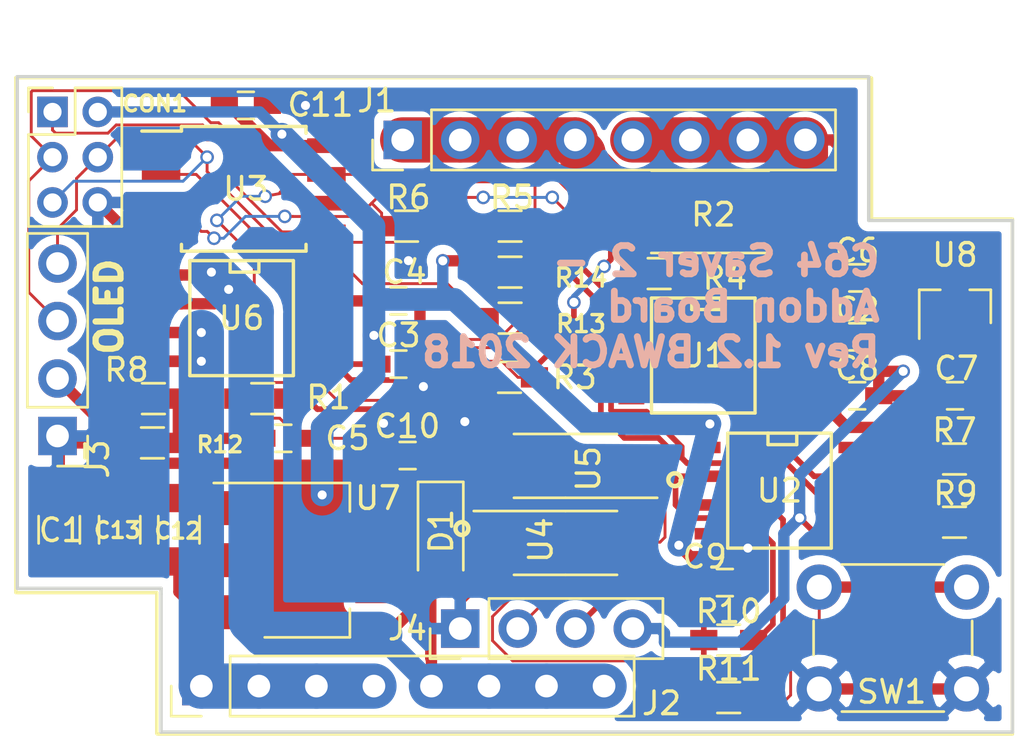
<source format=kicad_pcb>
(kicad_pcb (version 20171130) (host pcbnew "(5.1.0)-1")

  (general
    (thickness 1.6)
    (drawings 13)
    (tracks 555)
    (zones 0)
    (modules 43)
    (nets 26)
  )

  (page A4)
  (title_block
    (title "C64 Saver addon board")
    (date 2019-05-24)
    (rev 1.3)
  )

  (layers
    (0 F.Cu signal)
    (31 B.Cu signal)
    (32 B.Adhes user)
    (33 F.Adhes user)
    (34 B.Paste user)
    (35 F.Paste user)
    (36 B.SilkS user)
    (37 F.SilkS user)
    (38 B.Mask user)
    (39 F.Mask user)
    (40 Dwgs.User user)
    (41 Cmts.User user)
    (42 Eco1.User user)
    (43 Eco2.User user)
    (44 Edge.Cuts user)
    (45 Margin user)
    (46 B.CrtYd user)
    (47 F.CrtYd user)
    (48 B.Fab user)
    (49 F.Fab user hide)
  )

  (setup
    (last_trace_width 0.25)
    (user_trace_width 0.127)
    (user_trace_width 0.5)
    (user_trace_width 1)
    (user_trace_width 2)
    (trace_clearance 0.2)
    (zone_clearance 0.408)
    (zone_45_only no)
    (trace_min 0.127)
    (via_size 0.6)
    (via_drill 0.4)
    (via_min_size 0.4)
    (via_min_drill 0.3)
    (uvia_size 0.3)
    (uvia_drill 0.1)
    (uvias_allowed no)
    (uvia_min_size 0.2)
    (uvia_min_drill 0.1)
    (edge_width 0.15)
    (segment_width 0.2)
    (pcb_text_width 0.3)
    (pcb_text_size 1.5 1.5)
    (mod_edge_width 0.15)
    (mod_text_size 1 1)
    (mod_text_width 0.15)
    (pad_size 1.524 1.524)
    (pad_drill 0.762)
    (pad_to_mask_clearance 0.1)
    (aux_axis_origin 0 0)
    (visible_elements 7FFFEFFF)
    (pcbplotparams
      (layerselection 0x010f0_80000001)
      (usegerberextensions true)
      (usegerberattributes false)
      (usegerberadvancedattributes false)
      (creategerberjobfile false)
      (excludeedgelayer true)
      (linewidth 0.100000)
      (plotframeref false)
      (viasonmask false)
      (mode 1)
      (useauxorigin false)
      (hpglpennumber 1)
      (hpglpenspeed 20)
      (hpglpendiameter 15.000000)
      (psnegative false)
      (psa4output false)
      (plotreference true)
      (plotvalue true)
      (plotinvisibletext false)
      (padsonsilk false)
      (subtractmaskfromsilk false)
      (outputformat 1)
      (mirror false)
      (drillshape 0)
      (scaleselection 1)
      (outputdirectory "gerber"))
  )

  (net 0 "")
  (net 1 +5V)
  (net 2 VIN-)
  (net 3 PGATE)
  (net 4 OVERVOLTAGE)
  (net 5 /#OVERVOLTAGE)
  (net 6 "Net-(R3-Pad1)")
  (net 7 /HOLD)
  (net 8 /VIN+)
  (net 9 /SCL2)
  (net 10 /SDA2)
  (net 11 "Net-(R4-Pad2)")
  (net 12 /SCL1)
  (net 13 /SDA1)
  (net 14 /SENSE_VAC)
  (net 15 /SENSE_ACCUR)
  (net 16 /9VAC1-)
  (net 17 /9VAC1+)
  (net 18 GND)
  (net 19 GNDD)
  (net 20 /VDD2)
  (net 21 "Net-(C5-Pad1)")
  (net 22 /HOLD_)
  (net 23 /FILTER)
  (net 24 "Net-(R13-Pad2)")
  (net 25 "Net-(C1-Pad1)")

  (net_class Default "This is the default net class."
    (clearance 0.2)
    (trace_width 0.25)
    (via_dia 0.6)
    (via_drill 0.4)
    (uvia_dia 0.3)
    (uvia_drill 0.1)
    (add_net +5V)
    (add_net /#OVERVOLTAGE)
    (add_net /9VAC1+)
    (add_net /9VAC1-)
    (add_net /FILTER)
    (add_net /HOLD)
    (add_net /HOLD_)
    (add_net /SCL1)
    (add_net /SCL2)
    (add_net /SDA1)
    (add_net /SDA2)
    (add_net /SENSE_ACCUR)
    (add_net /SENSE_VAC)
    (add_net /VDD2)
    (add_net /VIN+)
    (add_net GND)
    (add_net GNDD)
    (add_net "Net-(C1-Pad1)")
    (add_net "Net-(C5-Pad1)")
    (add_net "Net-(R13-Pad2)")
    (add_net "Net-(R3-Pad1)")
    (add_net "Net-(R4-Pad2)")
    (add_net OVERVOLTAGE)
    (add_net PGATE)
    (add_net VIN-)
  )

  (module Capacitor_SMD:C_1206_3216Metric (layer F.Cu) (tedit 5B301BBE) (tstamp 5CE35D98)
    (at 142.316 103.584 90)
    (descr "Capacitor SMD 1206 (3216 Metric), square (rectangular) end terminal, IPC_7351 nominal, (Body size source: http://www.tortai-tech.com/upload/download/2011102023233369053.pdf), generated with kicad-footprint-generator")
    (tags capacitor)
    (path /5CE4F594)
    (attr smd)
    (fp_text reference C1 (at -0.0224 0.0762 180) (layer F.SilkS)
      (effects (font (size 1 1) (thickness 0.15)))
    )
    (fp_text value 47uF (at 0 1.82 90) (layer F.Fab)
      (effects (font (size 1 1) (thickness 0.15)))
    )
    (fp_line (start -1.6 0.8) (end -1.6 -0.8) (layer F.Fab) (width 0.1))
    (fp_line (start -1.6 -0.8) (end 1.6 -0.8) (layer F.Fab) (width 0.1))
    (fp_line (start 1.6 -0.8) (end 1.6 0.8) (layer F.Fab) (width 0.1))
    (fp_line (start 1.6 0.8) (end -1.6 0.8) (layer F.Fab) (width 0.1))
    (fp_line (start -0.602064 -0.91) (end 0.602064 -0.91) (layer F.SilkS) (width 0.12))
    (fp_line (start -0.602064 0.91) (end 0.602064 0.91) (layer F.SilkS) (width 0.12))
    (fp_line (start -2.28 1.12) (end -2.28 -1.12) (layer F.CrtYd) (width 0.05))
    (fp_line (start -2.28 -1.12) (end 2.28 -1.12) (layer F.CrtYd) (width 0.05))
    (fp_line (start 2.28 -1.12) (end 2.28 1.12) (layer F.CrtYd) (width 0.05))
    (fp_line (start 2.28 1.12) (end -2.28 1.12) (layer F.CrtYd) (width 0.05))
    (fp_text user %R (at 0 0 90) (layer F.Fab)
      (effects (font (size 0.8 0.8) (thickness 0.12)))
    )
    (pad 1 smd roundrect (at -1.4 0 90) (size 1.25 1.75) (layers F.Cu F.Paste F.Mask) (roundrect_rratio 0.2)
      (net 25 "Net-(C1-Pad1)"))
    (pad 2 smd roundrect (at 1.4 0 90) (size 1.25 1.75) (layers F.Cu F.Paste F.Mask) (roundrect_rratio 0.2)
      (net 18 GND))
    (model ${KISYS3DMOD}/Capacitor_SMD.3dshapes/C_1206_3216Metric.wrl
      (at (xyz 0 0 0))
      (scale (xyz 1 1 1))
      (rotate (xyz 0 0 0))
    )
  )

  (module Capacitor_SMD:C_1206_3216Metric (layer F.Cu) (tedit 5B301BBE) (tstamp 5CE35DA9)
    (at 147.5994 103.584 90)
    (descr "Capacitor SMD 1206 (3216 Metric), square (rectangular) end terminal, IPC_7351 nominal, (Body size source: http://www.tortai-tech.com/upload/download/2011102023233369053.pdf), generated with kicad-footprint-generator")
    (tags capacitor)
    (path /5CE514C4)
    (attr smd)
    (fp_text reference C12 (at -0.0538 -0.0508 180) (layer F.SilkS)
      (effects (font (size 0.7 0.7) (thickness 0.15)))
    )
    (fp_text value 47uF (at 0 1.82 90) (layer F.Fab)
      (effects (font (size 1 1) (thickness 0.15)))
    )
    (fp_text user %R (at 0 0 90) (layer F.Fab)
      (effects (font (size 0.8 0.8) (thickness 0.12)))
    )
    (fp_line (start 2.28 1.12) (end -2.28 1.12) (layer F.CrtYd) (width 0.05))
    (fp_line (start 2.28 -1.12) (end 2.28 1.12) (layer F.CrtYd) (width 0.05))
    (fp_line (start -2.28 -1.12) (end 2.28 -1.12) (layer F.CrtYd) (width 0.05))
    (fp_line (start -2.28 1.12) (end -2.28 -1.12) (layer F.CrtYd) (width 0.05))
    (fp_line (start -0.602064 0.91) (end 0.602064 0.91) (layer F.SilkS) (width 0.12))
    (fp_line (start -0.602064 -0.91) (end 0.602064 -0.91) (layer F.SilkS) (width 0.12))
    (fp_line (start 1.6 0.8) (end -1.6 0.8) (layer F.Fab) (width 0.1))
    (fp_line (start 1.6 -0.8) (end 1.6 0.8) (layer F.Fab) (width 0.1))
    (fp_line (start -1.6 -0.8) (end 1.6 -0.8) (layer F.Fab) (width 0.1))
    (fp_line (start -1.6 0.8) (end -1.6 -0.8) (layer F.Fab) (width 0.1))
    (pad 2 smd roundrect (at 1.4 0 90) (size 1.25 1.75) (layers F.Cu F.Paste F.Mask) (roundrect_rratio 0.2)
      (net 18 GND))
    (pad 1 smd roundrect (at -1.4 0 90) (size 1.25 1.75) (layers F.Cu F.Paste F.Mask) (roundrect_rratio 0.2)
      (net 25 "Net-(C1-Pad1)"))
    (model ${KISYS3DMOD}/Capacitor_SMD.3dshapes/C_1206_3216Metric.wrl
      (at (xyz 0 0 0))
      (scale (xyz 1 1 1))
      (rotate (xyz 0 0 0))
    )
  )

  (module Capacitor_SMD:C_1206_3216Metric (layer F.Cu) (tedit 5B301BBE) (tstamp 5CE361E7)
    (at 144.9832 103.584 90)
    (descr "Capacitor SMD 1206 (3216 Metric), square (rectangular) end terminal, IPC_7351 nominal, (Body size source: http://www.tortai-tech.com/upload/download/2011102023233369053.pdf), generated with kicad-footprint-generator")
    (tags capacitor)
    (path /5CE5183F)
    (attr smd)
    (fp_text reference C13 (at -0.0254 -0.1016 -180) (layer F.SilkS)
      (effects (font (size 0.7 0.7) (thickness 0.15)))
    )
    (fp_text value 47uF (at 0 1.82 90) (layer F.Fab)
      (effects (font (size 1 1) (thickness 0.15)))
    )
    (fp_line (start -1.6 0.8) (end -1.6 -0.8) (layer F.Fab) (width 0.1))
    (fp_line (start -1.6 -0.8) (end 1.6 -0.8) (layer F.Fab) (width 0.1))
    (fp_line (start 1.6 -0.8) (end 1.6 0.8) (layer F.Fab) (width 0.1))
    (fp_line (start 1.6 0.8) (end -1.6 0.8) (layer F.Fab) (width 0.1))
    (fp_line (start -0.602064 -0.91) (end 0.602064 -0.91) (layer F.SilkS) (width 0.12))
    (fp_line (start -0.602064 0.91) (end 0.602064 0.91) (layer F.SilkS) (width 0.12))
    (fp_line (start -2.28 1.12) (end -2.28 -1.12) (layer F.CrtYd) (width 0.05))
    (fp_line (start -2.28 -1.12) (end 2.28 -1.12) (layer F.CrtYd) (width 0.05))
    (fp_line (start 2.28 -1.12) (end 2.28 1.12) (layer F.CrtYd) (width 0.05))
    (fp_line (start 2.28 1.12) (end -2.28 1.12) (layer F.CrtYd) (width 0.05))
    (fp_text user %R (at 0 0 90) (layer F.Fab)
      (effects (font (size 0.8 0.8) (thickness 0.12)))
    )
    (pad 1 smd roundrect (at -1.4 0 90) (size 1.25 1.75) (layers F.Cu F.Paste F.Mask) (roundrect_rratio 0.2)
      (net 25 "Net-(C1-Pad1)"))
    (pad 2 smd roundrect (at 1.4 0 90) (size 1.25 1.75) (layers F.Cu F.Paste F.Mask) (roundrect_rratio 0.2)
      (net 18 GND))
    (model ${KISYS3DMOD}/Capacitor_SMD.3dshapes/C_1206_3216Metric.wrl
      (at (xyz 0 0 0))
      (scale (xyz 1 1 1))
      (rotate (xyz 0 0 0))
    )
  )

  (module Package_SO:SOIC-4_4.55x2.6mm_P1.27mm (layer F.Cu) (tedit 5BFC82AD) (tstamp 5B3D7485)
    (at 164.6682 104.1654)
    (descr "SOIC, 4 Pin (https://toshiba.semicon-storage.com/info/docget.jsp?did=12884&prodName=TLP291), generated with kicad-footprint-generator ipc_gullwing_generator.py")
    (tags "SOIC SO")
    (path /5B3D5BA2)
    (attr smd)
    (fp_text reference U4 (at -1.0922 -0.127 270) (layer F.SilkS)
      (effects (font (size 1 1) (thickness 0.15)))
    )
    (fp_text value ACPL-217-50DE (at 0 2.8) (layer F.Fab)
      (effects (font (size 1 1) (thickness 0.15)))
    )
    (fp_text user %R (at 0 -0.065 180) (layer F.Fab)
      (effects (font (size 1 1) (thickness 0.15)))
    )
    (fp_line (start 4.3 -1.55) (end -4.3 -1.55) (layer F.CrtYd) (width 0.05))
    (fp_line (start 4.3 1.55) (end 4.3 -1.55) (layer F.CrtYd) (width 0.05))
    (fp_line (start -4.3 1.55) (end 4.3 1.55) (layer F.CrtYd) (width 0.05))
    (fp_line (start -4.3 -1.55) (end -4.3 1.55) (layer F.CrtYd) (width 0.05))
    (fp_line (start -2.275 -0.65) (end -1.625 -1.3) (layer F.Fab) (width 0.1))
    (fp_line (start -2.275 1.3) (end -2.275 -0.65) (layer F.Fab) (width 0.1))
    (fp_line (start 2.275 1.3) (end -2.275 1.3) (layer F.Fab) (width 0.1))
    (fp_line (start 2.275 -1.3) (end 2.275 1.3) (layer F.Fab) (width 0.1))
    (fp_line (start -1.625 -1.3) (end 2.275 -1.3) (layer F.Fab) (width 0.1))
    (fp_line (start 0 -1.41) (end -4.05 -1.41) (layer F.SilkS) (width 0.12))
    (fp_line (start 0 -1.41) (end 2.275 -1.41) (layer F.SilkS) (width 0.12))
    (fp_line (start 0 1.41) (end -2.275 1.41) (layer F.SilkS) (width 0.12))
    (fp_line (start 0 1.41) (end 2.275 1.41) (layer F.SilkS) (width 0.12))
    (pad 4 smd roundrect (at 3.25 -0.635) (size 1.6 0.55) (layers F.Cu F.Paste F.Mask) (roundrect_rratio 0.25)
      (net 2 VIN-))
    (pad 3 smd roundrect (at 3.25 0.635) (size 1.6 0.55) (layers F.Cu F.Paste F.Mask) (roundrect_rratio 0.25)
      (net 3 PGATE))
    (pad 2 smd roundrect (at -3.25 0.635) (size 1.6 0.55) (layers F.Cu F.Paste F.Mask) (roundrect_rratio 0.25)
      (net 18 GND))
    (pad 1 smd roundrect (at -3.25 -0.635) (size 1.6 0.55) (layers F.Cu F.Paste F.Mask) (roundrect_rratio 0.25)
      (net 7 /HOLD))
    (model ${KISYS3DMOD}/Package_SO.3dshapes/SOIC-4_4.55x2.6mm_P1.27mm.wrl
      (at (xyz 0 0 0))
      (scale (xyz 1 1 1))
      (rotate (xyz 0 0 0))
    )
  )

  (module Package_SO:SOIC-4_4.55x2.6mm_P1.27mm (layer F.Cu) (tedit 5BFC82AD) (tstamp 5B3D748C)
    (at 164.667 100.7618 180)
    (descr "SOIC, 4 Pin (https://toshiba.semicon-storage.com/info/docget.jsp?did=12884&prodName=TLP291), generated with kicad-footprint-generator ipc_gullwing_generator.py")
    (tags "SOIC SO")
    (path /5B3D5E18)
    (attr smd)
    (fp_text reference U5 (at -1.016 -0.127 270) (layer F.SilkS)
      (effects (font (size 1 1) (thickness 0.15)))
    )
    (fp_text value ACPL-217-50DE (at 0 2.8 180) (layer F.Fab)
      (effects (font (size 1 1) (thickness 0.15)))
    )
    (fp_text user %R (at 0 -0.065 180) (layer F.Fab)
      (effects (font (size 1 1) (thickness 0.15)))
    )
    (fp_line (start 4.3 -1.55) (end -4.3 -1.55) (layer F.CrtYd) (width 0.05))
    (fp_line (start 4.3 1.55) (end 4.3 -1.55) (layer F.CrtYd) (width 0.05))
    (fp_line (start -4.3 1.55) (end 4.3 1.55) (layer F.CrtYd) (width 0.05))
    (fp_line (start -4.3 -1.55) (end -4.3 1.55) (layer F.CrtYd) (width 0.05))
    (fp_line (start -2.275 -0.65) (end -1.625 -1.3) (layer F.Fab) (width 0.1))
    (fp_line (start -2.275 1.3) (end -2.275 -0.65) (layer F.Fab) (width 0.1))
    (fp_line (start 2.275 1.3) (end -2.275 1.3) (layer F.Fab) (width 0.1))
    (fp_line (start 2.275 -1.3) (end 2.275 1.3) (layer F.Fab) (width 0.1))
    (fp_line (start -1.625 -1.3) (end 2.275 -1.3) (layer F.Fab) (width 0.1))
    (fp_line (start 0 -1.41) (end -4.05 -1.41) (layer F.SilkS) (width 0.12))
    (fp_line (start 0 -1.41) (end 2.275 -1.41) (layer F.SilkS) (width 0.12))
    (fp_line (start 0 1.41) (end -2.275 1.41) (layer F.SilkS) (width 0.12))
    (fp_line (start 0 1.41) (end 2.275 1.41) (layer F.SilkS) (width 0.12))
    (pad 4 smd roundrect (at 3.25 -0.635 180) (size 1.6 0.55) (layers F.Cu F.Paste F.Mask) (roundrect_rratio 0.25)
      (net 24 "Net-(R13-Pad2)"))
    (pad 3 smd roundrect (at 3.25 0.635 180) (size 1.6 0.55) (layers F.Cu F.Paste F.Mask) (roundrect_rratio 0.25)
      (net 18 GND))
    (pad 2 smd roundrect (at -3.25 0.635 180) (size 1.6 0.55) (layers F.Cu F.Paste F.Mask) (roundrect_rratio 0.25)
      (net 4 OVERVOLTAGE))
    (pad 1 smd roundrect (at -3.25 -0.635 180) (size 1.6 0.55) (layers F.Cu F.Paste F.Mask) (roundrect_rratio 0.25)
      (net 6 "Net-(R3-Pad1)"))
    (model ${KISYS3DMOD}/Package_SO.3dshapes/SOIC-4_4.55x2.6mm_P1.27mm.wrl
      (at (xyz 0 0 0))
      (scale (xyz 1 1 1))
      (rotate (xyz 0 0 0))
    )
  )

  (module Pin_Headers:Pin_Header_Straight_1x04_Pitch2.54mm (layer F.Cu) (tedit 59650532) (tstamp 5B246759)
    (at 142.24 99.441 180)
    (descr "Through hole straight pin header, 1x04, 2.54mm pitch, single row")
    (tags "Through hole pin header THT 1x04 2.54mm single row")
    (path /5B231FDF)
    (fp_text reference J3 (at -1.7526 -1.016 270) (layer F.SilkS)
      (effects (font (size 1 1) (thickness 0.15)))
    )
    (fp_text value OLED_128x32_Conn_01x04_Male (at 0 9.95 180) (layer F.Fab)
      (effects (font (size 1 1) (thickness 0.15)))
    )
    (fp_line (start -0.635 -1.27) (end 1.27 -1.27) (layer F.Fab) (width 0.1))
    (fp_line (start 1.27 -1.27) (end 1.27 8.89) (layer F.Fab) (width 0.1))
    (fp_line (start 1.27 8.89) (end -1.27 8.89) (layer F.Fab) (width 0.1))
    (fp_line (start -1.27 8.89) (end -1.27 -0.635) (layer F.Fab) (width 0.1))
    (fp_line (start -1.27 -0.635) (end -0.635 -1.27) (layer F.Fab) (width 0.1))
    (fp_line (start -1.33 8.95) (end 1.33 8.95) (layer F.SilkS) (width 0.12))
    (fp_line (start -1.33 1.27) (end -1.33 8.95) (layer F.SilkS) (width 0.12))
    (fp_line (start 1.33 1.27) (end 1.33 8.95) (layer F.SilkS) (width 0.12))
    (fp_line (start -1.33 1.27) (end 1.33 1.27) (layer F.SilkS) (width 0.12))
    (fp_line (start -1.33 0) (end -1.33 -1.33) (layer F.SilkS) (width 0.12))
    (fp_line (start -1.33 -1.33) (end 0 -1.33) (layer F.SilkS) (width 0.12))
    (fp_line (start -1.8 -1.8) (end -1.8 9.4) (layer F.CrtYd) (width 0.05))
    (fp_line (start -1.8 9.4) (end 1.8 9.4) (layer F.CrtYd) (width 0.05))
    (fp_line (start 1.8 9.4) (end 1.8 -1.8) (layer F.CrtYd) (width 0.05))
    (fp_line (start 1.8 -1.8) (end -1.8 -1.8) (layer F.CrtYd) (width 0.05))
    (fp_text user %R (at 0 3.81 270) (layer F.Fab)
      (effects (font (size 1 1) (thickness 0.15)))
    )
    (pad 1 thru_hole rect (at 0 0 180) (size 1.7 1.7) (drill 1) (layers *.Cu *.Mask)
      (net 18 GND))
    (pad 2 thru_hole oval (at 0 2.54 180) (size 1.7 1.7) (drill 1) (layers *.Cu *.Mask)
      (net 1 +5V))
    (pad 3 thru_hole oval (at 0 5.08 180) (size 1.7 1.7) (drill 1) (layers *.Cu *.Mask)
      (net 12 /SCL1))
    (pad 4 thru_hole oval (at 0 7.62 180) (size 1.7 1.7) (drill 1) (layers *.Cu *.Mask)
      (net 13 /SDA1))
    (model Socket_Strips.3dshapes/Socket_Strip_Straight_1x04_Pitch2.54mm.wrl
      (offset (xyz 0 -3.809999942779541 0))
      (scale (xyz 1 1 1))
      (rotate (xyz 0 0 90))
    )
  )

  (module Buttons_Switches_THT:SW_PUSH_6mm_h13mm (layer F.Cu) (tedit 5923F252) (tstamp 5B22D091)
    (at 182.372 110.617 180)
    (descr "tactile push button, 6x6mm e.g. PHAP33xx series, height=13mm")
    (tags "tact sw push 6mm")
    (path /5B22D5E5)
    (fp_text reference SW1 (at 3.302 -0.127) (layer F.SilkS)
      (effects (font (size 1 1) (thickness 0.15)))
    )
    (fp_text value SW_Push (at 3.75 6.7 180) (layer F.Fab)
      (effects (font (size 1 1) (thickness 0.15)))
    )
    (fp_text user %R (at 3.25 2.25 180) (layer F.Fab)
      (effects (font (size 1 1) (thickness 0.15)))
    )
    (fp_line (start 3.25 -0.75) (end 6.25 -0.75) (layer F.Fab) (width 0.1))
    (fp_line (start 6.25 -0.75) (end 6.25 5.25) (layer F.Fab) (width 0.1))
    (fp_line (start 6.25 5.25) (end 0.25 5.25) (layer F.Fab) (width 0.1))
    (fp_line (start 0.25 5.25) (end 0.25 -0.75) (layer F.Fab) (width 0.1))
    (fp_line (start 0.25 -0.75) (end 3.25 -0.75) (layer F.Fab) (width 0.1))
    (fp_line (start 7.75 6) (end 8 6) (layer F.CrtYd) (width 0.05))
    (fp_line (start 8 6) (end 8 5.75) (layer F.CrtYd) (width 0.05))
    (fp_line (start 7.75 -1.5) (end 8 -1.5) (layer F.CrtYd) (width 0.05))
    (fp_line (start 8 -1.5) (end 8 -1.25) (layer F.CrtYd) (width 0.05))
    (fp_line (start -1.5 -1.25) (end -1.5 -1.5) (layer F.CrtYd) (width 0.05))
    (fp_line (start -1.5 -1.5) (end -1.25 -1.5) (layer F.CrtYd) (width 0.05))
    (fp_line (start -1.5 5.75) (end -1.5 6) (layer F.CrtYd) (width 0.05))
    (fp_line (start -1.5 6) (end -1.25 6) (layer F.CrtYd) (width 0.05))
    (fp_line (start -1.25 -1.5) (end 7.75 -1.5) (layer F.CrtYd) (width 0.05))
    (fp_line (start -1.5 5.75) (end -1.5 -1.25) (layer F.CrtYd) (width 0.05))
    (fp_line (start 7.75 6) (end -1.25 6) (layer F.CrtYd) (width 0.05))
    (fp_line (start 8 -1.25) (end 8 5.75) (layer F.CrtYd) (width 0.05))
    (fp_line (start 1 5.5) (end 5.5 5.5) (layer F.SilkS) (width 0.12))
    (fp_line (start -0.25 1.5) (end -0.25 3) (layer F.SilkS) (width 0.12))
    (fp_line (start 5.5 -1) (end 1 -1) (layer F.SilkS) (width 0.12))
    (fp_line (start 6.75 3) (end 6.75 1.5) (layer F.SilkS) (width 0.12))
    (fp_circle (center 3.25 2.25) (end 1.25 2.5) (layer F.Fab) (width 0.1))
    (pad 2 thru_hole circle (at 0 4.5 270) (size 2 2) (drill 1.1) (layers *.Cu *.Mask)
      (net 14 /SENSE_VAC))
    (pad 1 thru_hole circle (at 0 0 270) (size 2 2) (drill 1.1) (layers *.Cu *.Mask)
      (net 18 GND))
    (pad 2 thru_hole circle (at 6.5 4.5 270) (size 2 2) (drill 1.1) (layers *.Cu *.Mask)
      (net 14 /SENSE_VAC))
    (pad 1 thru_hole circle (at 6.5 0 270) (size 2 2) (drill 1.1) (layers *.Cu *.Mask)
      (net 18 GND))
    (model ${KISYS3DMOD}/Buttons_Switches_THT.3dshapes/SW_PUSH_6mm_h13mm.wrl
      (offset (xyz 0.1269999980926514 0 0))
      (scale (xyz 0.3937 0.3937 0.3937))
      (rotate (xyz 0 0 0))
    )
  )

  (module SMD_Packages:SOIC-8-N (layer F.Cu) (tedit 0) (tstamp 5B26AA31)
    (at 170.7515 95.885 270)
    (descr "Module Narrow CMS SOJ 8 pins large")
    (tags "CMS SOJ")
    (path /5B268A1F)
    (attr smd)
    (fp_text reference U1 (at 0 0) (layer F.SilkS)
      (effects (font (size 1 1) (thickness 0.15)))
    )
    (fp_text value INA219xIDR-SOIC (at 0 1.27 270) (layer F.Fab)
      (effects (font (size 1 1) (thickness 0.15)))
    )
    (fp_line (start -2.54 -2.286) (end 2.54 -2.286) (layer F.SilkS) (width 0.15))
    (fp_line (start 2.54 -2.286) (end 2.54 2.286) (layer F.SilkS) (width 0.15))
    (fp_line (start 2.54 2.286) (end -2.54 2.286) (layer F.SilkS) (width 0.15))
    (fp_line (start -2.54 2.286) (end -2.54 -2.286) (layer F.SilkS) (width 0.15))
    (fp_line (start -2.54 -0.762) (end -2.032 -0.762) (layer F.SilkS) (width 0.15))
    (fp_line (start -2.032 -0.762) (end -2.032 0.508) (layer F.SilkS) (width 0.15))
    (fp_line (start -2.032 0.508) (end -2.54 0.508) (layer F.SilkS) (width 0.15))
    (pad 8 smd rect (at -1.905 -3.175 270) (size 0.508 1.143) (layers F.Cu F.Paste F.Mask)
      (net 8 /VIN+))
    (pad 7 smd rect (at -0.635 -3.175 270) (size 0.508 1.143) (layers F.Cu F.Paste F.Mask)
      (net 2 VIN-))
    (pad 6 smd rect (at 0.635 -3.175 270) (size 0.508 1.143) (layers F.Cu F.Paste F.Mask)
      (net 19 GNDD))
    (pad 5 smd rect (at 1.905 -3.175 270) (size 0.508 1.143) (layers F.Cu F.Paste F.Mask)
      (net 20 /VDD2))
    (pad 4 smd rect (at 1.905 3.175 270) (size 0.508 1.143) (layers F.Cu F.Paste F.Mask)
      (net 9 /SCL2))
    (pad 3 smd rect (at 0.635 3.175 270) (size 0.508 1.143) (layers F.Cu F.Paste F.Mask)
      (net 10 /SDA2))
    (pad 2 smd rect (at -0.635 3.175 270) (size 0.508 1.143) (layers F.Cu F.Paste F.Mask)
      (net 11 "Net-(R4-Pad2)"))
    (pad 1 smd rect (at -1.905 3.175 270) (size 0.508 1.143) (layers F.Cu F.Paste F.Mask)
      (net 11 "Net-(R4-Pad2)"))
    (model SMD_Packages.3dshapes/SOIC-8-N.wrl
      (at (xyz 0 0 0))
      (scale (xyz 0.5 0.38 0.5))
      (rotate (xyz 0 0 0))
    )
  )

  (module SMD_Packages:SOIC-8-N (layer F.Cu) (tedit 0) (tstamp 5B26AA3C)
    (at 174.117 101.854 270)
    (descr "Module Narrow CMS SOJ 8 pins large")
    (tags "CMS SOJ")
    (path /5B26AA8D)
    (attr smd)
    (fp_text reference U2 (at 0 0) (layer F.SilkS)
      (effects (font (size 1 1) (thickness 0.15)))
    )
    (fp_text value ISO1541D (at 0 1.27) (layer F.Fab)
      (effects (font (size 1 1) (thickness 0.15)))
    )
    (fp_line (start -2.54 -2.286) (end 2.54 -2.286) (layer F.SilkS) (width 0.15))
    (fp_line (start 2.54 -2.286) (end 2.54 2.286) (layer F.SilkS) (width 0.15))
    (fp_line (start 2.54 2.286) (end -2.54 2.286) (layer F.SilkS) (width 0.15))
    (fp_line (start -2.54 2.286) (end -2.54 -2.286) (layer F.SilkS) (width 0.15))
    (fp_line (start -2.54 -0.762) (end -2.032 -0.762) (layer F.SilkS) (width 0.15))
    (fp_line (start -2.032 -0.762) (end -2.032 0.508) (layer F.SilkS) (width 0.15))
    (fp_line (start -2.032 0.508) (end -2.54 0.508) (layer F.SilkS) (width 0.15))
    (pad 8 smd rect (at -1.905 -3.175 270) (size 0.508 1.143) (layers F.Cu F.Paste F.Mask)
      (net 20 /VDD2))
    (pad 7 smd rect (at -0.635 -3.175 270) (size 0.508 1.143) (layers F.Cu F.Paste F.Mask)
      (net 10 /SDA2))
    (pad 6 smd rect (at 0.635 -3.175 270) (size 0.508 1.143) (layers F.Cu F.Paste F.Mask)
      (net 9 /SCL2))
    (pad 5 smd rect (at 1.905 -3.175 270) (size 0.508 1.143) (layers F.Cu F.Paste F.Mask)
      (net 19 GNDD))
    (pad 4 smd rect (at 1.905 3.175 270) (size 0.508 1.143) (layers F.Cu F.Paste F.Mask)
      (net 18 GND))
    (pad 3 smd rect (at 0.635 3.175 270) (size 0.508 1.143) (layers F.Cu F.Paste F.Mask)
      (net 12 /SCL1))
    (pad 2 smd rect (at -0.635 3.175 270) (size 0.508 1.143) (layers F.Cu F.Paste F.Mask)
      (net 13 /SDA1))
    (pad 1 smd rect (at -1.905 3.175 270) (size 0.508 1.143) (layers F.Cu F.Paste F.Mask)
      (net 1 +5V))
    (model SMD_Packages.3dshapes/SOIC-8-N.wrl
      (at (xyz 0 0 0))
      (scale (xyz 0.5 0.38 0.5))
      (rotate (xyz 0 0 0))
    )
  )

  (module Capacitors_SMD:C_0603_HandSoldering (layer F.Cu) (tedit 58AA848B) (tstamp 5B26ADBC)
    (at 177.5485 95.0595)
    (descr "Capacitor SMD 0603, hand soldering")
    (tags "capacitor 0603")
    (path /5B26A790)
    (attr smd)
    (fp_text reference C2 (at 0.0025 -1.2065) (layer F.SilkS)
      (effects (font (size 1 1) (thickness 0.15)))
    )
    (fp_text value 100n (at 0 1.5) (layer F.Fab)
      (effects (font (size 1 1) (thickness 0.15)))
    )
    (fp_text user %R (at 0 -1.25) (layer F.Fab)
      (effects (font (size 1 1) (thickness 0.15)))
    )
    (fp_line (start -0.8 0.4) (end -0.8 -0.4) (layer F.Fab) (width 0.1))
    (fp_line (start 0.8 0.4) (end -0.8 0.4) (layer F.Fab) (width 0.1))
    (fp_line (start 0.8 -0.4) (end 0.8 0.4) (layer F.Fab) (width 0.1))
    (fp_line (start -0.8 -0.4) (end 0.8 -0.4) (layer F.Fab) (width 0.1))
    (fp_line (start -0.35 -0.6) (end 0.35 -0.6) (layer F.SilkS) (width 0.12))
    (fp_line (start 0.35 0.6) (end -0.35 0.6) (layer F.SilkS) (width 0.12))
    (fp_line (start -1.8 -0.65) (end 1.8 -0.65) (layer F.CrtYd) (width 0.05))
    (fp_line (start -1.8 -0.65) (end -1.8 0.65) (layer F.CrtYd) (width 0.05))
    (fp_line (start 1.8 0.65) (end 1.8 -0.65) (layer F.CrtYd) (width 0.05))
    (fp_line (start 1.8 0.65) (end -1.8 0.65) (layer F.CrtYd) (width 0.05))
    (pad 1 smd rect (at -0.95 0) (size 1.2 0.75) (layers F.Cu F.Paste F.Mask)
      (net 20 /VDD2))
    (pad 2 smd rect (at 0.95 0) (size 1.2 0.75) (layers F.Cu F.Paste F.Mask)
      (net 19 GNDD))
    (model Capacitors_SMD.3dshapes/C_0603.wrl
      (at (xyz 0 0 0))
      (scale (xyz 1 1 1))
      (rotate (xyz 0 0 0))
    )
  )

  (module Resistors_SMD:R_0603_HandSoldering (layer F.Cu) (tedit 58E0A804) (tstamp 5B26ADC2)
    (at 151.3 97.79)
    (descr "Resistor SMD 0603, hand soldering")
    (tags "resistor 0603")
    (path /5B233376)
    (attr smd)
    (fp_text reference R1 (at 2.9034 -0.0508 180) (layer F.SilkS)
      (effects (font (size 1 1) (thickness 0.15)))
    )
    (fp_text value 560 (at 0 1.55) (layer F.Fab)
      (effects (font (size 1 1) (thickness 0.15)))
    )
    (fp_text user %R (at 0 0) (layer F.Fab)
      (effects (font (size 0.4 0.4) (thickness 0.075)))
    )
    (fp_line (start -0.8 0.4) (end -0.8 -0.4) (layer F.Fab) (width 0.1))
    (fp_line (start 0.8 0.4) (end -0.8 0.4) (layer F.Fab) (width 0.1))
    (fp_line (start 0.8 -0.4) (end 0.8 0.4) (layer F.Fab) (width 0.1))
    (fp_line (start -0.8 -0.4) (end 0.8 -0.4) (layer F.Fab) (width 0.1))
    (fp_line (start 0.5 0.68) (end -0.5 0.68) (layer F.SilkS) (width 0.12))
    (fp_line (start -0.5 -0.68) (end 0.5 -0.68) (layer F.SilkS) (width 0.12))
    (fp_line (start -1.96 -0.7) (end 1.95 -0.7) (layer F.CrtYd) (width 0.05))
    (fp_line (start -1.96 -0.7) (end -1.96 0.7) (layer F.CrtYd) (width 0.05))
    (fp_line (start 1.95 0.7) (end 1.95 -0.7) (layer F.CrtYd) (width 0.05))
    (fp_line (start 1.95 0.7) (end -1.96 0.7) (layer F.CrtYd) (width 0.05))
    (pad 1 smd rect (at -1.1 0) (size 1.2 0.9) (layers F.Cu F.Paste F.Mask)
      (net 22 /HOLD_))
    (pad 2 smd rect (at 1.1 0) (size 1.2 0.9) (layers F.Cu F.Paste F.Mask)
      (net 7 /HOLD))
    (model ${KISYS3DMOD}/Resistors_SMD.3dshapes/R_0603.wrl
      (at (xyz 0 0 0))
      (scale (xyz 1 1 1))
      (rotate (xyz 0 0 0))
    )
  )

  (module Resistors_SMD:R_0603_HandSoldering (layer F.Cu) (tedit 58E0A804) (tstamp 5B26ADC8)
    (at 162.1966 96.8502)
    (descr "Resistor SMD 0603, hand soldering")
    (tags "resistor 0603")
    (path /5B26FC73)
    (attr smd)
    (fp_text reference R3 (at 2.878 0) (layer F.SilkS)
      (effects (font (size 1 1) (thickness 0.15)))
    )
    (fp_text value 560 (at 0 1.55) (layer F.Fab)
      (effects (font (size 1 1) (thickness 0.15)))
    )
    (fp_text user %R (at 0 0) (layer F.Fab)
      (effects (font (size 0.4 0.4) (thickness 0.075)))
    )
    (fp_line (start -0.8 0.4) (end -0.8 -0.4) (layer F.Fab) (width 0.1))
    (fp_line (start 0.8 0.4) (end -0.8 0.4) (layer F.Fab) (width 0.1))
    (fp_line (start 0.8 -0.4) (end 0.8 0.4) (layer F.Fab) (width 0.1))
    (fp_line (start -0.8 -0.4) (end 0.8 -0.4) (layer F.Fab) (width 0.1))
    (fp_line (start 0.5 0.68) (end -0.5 0.68) (layer F.SilkS) (width 0.12))
    (fp_line (start -0.5 -0.68) (end 0.5 -0.68) (layer F.SilkS) (width 0.12))
    (fp_line (start -1.96 -0.7) (end 1.95 -0.7) (layer F.CrtYd) (width 0.05))
    (fp_line (start -1.96 -0.7) (end -1.96 0.7) (layer F.CrtYd) (width 0.05))
    (fp_line (start 1.95 0.7) (end 1.95 -0.7) (layer F.CrtYd) (width 0.05))
    (fp_line (start 1.95 0.7) (end -1.96 0.7) (layer F.CrtYd) (width 0.05))
    (pad 1 smd rect (at -1.1 0) (size 1.2 0.9) (layers F.Cu F.Paste F.Mask)
      (net 6 "Net-(R3-Pad1)"))
    (pad 2 smd rect (at 1.1 0) (size 1.2 0.9) (layers F.Cu F.Paste F.Mask)
      (net 2 VIN-))
    (model ${KISYS3DMOD}/Resistors_SMD.3dshapes/R_0603.wrl
      (at (xyz 0 0 0))
      (scale (xyz 1 1 1))
      (rotate (xyz 0 0 0))
    )
  )

  (module Resistors_SMD:R_0603_HandSoldering (layer F.Cu) (tedit 58E0A804) (tstamp 5B26ADCE)
    (at 168.8035 92.2655 180)
    (descr "Resistor SMD 0603, hand soldering")
    (tags "resistor 0603")
    (path /5B26E78A)
    (attr smd)
    (fp_text reference R4 (at -2.9005 -0.1905) (layer F.SilkS)
      (effects (font (size 1 1) (thickness 0.15)))
    )
    (fp_text value 10K (at 0 1.55 180) (layer F.Fab)
      (effects (font (size 1 1) (thickness 0.15)))
    )
    (fp_text user %R (at 0 0 180) (layer F.Fab)
      (effects (font (size 0.4 0.4) (thickness 0.075)))
    )
    (fp_line (start -0.8 0.4) (end -0.8 -0.4) (layer F.Fab) (width 0.1))
    (fp_line (start 0.8 0.4) (end -0.8 0.4) (layer F.Fab) (width 0.1))
    (fp_line (start 0.8 -0.4) (end 0.8 0.4) (layer F.Fab) (width 0.1))
    (fp_line (start -0.8 -0.4) (end 0.8 -0.4) (layer F.Fab) (width 0.1))
    (fp_line (start 0.5 0.68) (end -0.5 0.68) (layer F.SilkS) (width 0.12))
    (fp_line (start -0.5 -0.68) (end 0.5 -0.68) (layer F.SilkS) (width 0.12))
    (fp_line (start -1.96 -0.7) (end 1.95 -0.7) (layer F.CrtYd) (width 0.05))
    (fp_line (start -1.96 -0.7) (end -1.96 0.7) (layer F.CrtYd) (width 0.05))
    (fp_line (start 1.95 0.7) (end 1.95 -0.7) (layer F.CrtYd) (width 0.05))
    (fp_line (start 1.95 0.7) (end -1.96 0.7) (layer F.CrtYd) (width 0.05))
    (pad 1 smd rect (at -1.1 0 180) (size 1.2 0.9) (layers F.Cu F.Paste F.Mask)
      (net 19 GNDD))
    (pad 2 smd rect (at 1.1 0 180) (size 1.2 0.9) (layers F.Cu F.Paste F.Mask)
      (net 11 "Net-(R4-Pad2)"))
    (model ${KISYS3DMOD}/Resistors_SMD.3dshapes/R_0603.wrl
      (at (xyz 0 0 0))
      (scale (xyz 1 1 1))
      (rotate (xyz 0 0 0))
    )
  )

  (module Capacitors_SMD:C_0603_HandSoldering (layer F.Cu) (tedit 58AA848B) (tstamp 5B2ACFEF)
    (at 157.292 93.472 180)
    (descr "Capacitor SMD 0603, hand soldering")
    (tags "capacitor 0603")
    (path /5B2AE259)
    (attr smd)
    (fp_text reference C4 (at -0.2692 1.27) (layer F.SilkS)
      (effects (font (size 1 1) (thickness 0.15)))
    )
    (fp_text value 100nF (at 0 1.5 180) (layer F.Fab)
      (effects (font (size 1 1) (thickness 0.15)))
    )
    (fp_text user %R (at 0 -1.25 180) (layer F.Fab)
      (effects (font (size 1 1) (thickness 0.15)))
    )
    (fp_line (start -0.8 0.4) (end -0.8 -0.4) (layer F.Fab) (width 0.1))
    (fp_line (start 0.8 0.4) (end -0.8 0.4) (layer F.Fab) (width 0.1))
    (fp_line (start 0.8 -0.4) (end 0.8 0.4) (layer F.Fab) (width 0.1))
    (fp_line (start -0.8 -0.4) (end 0.8 -0.4) (layer F.Fab) (width 0.1))
    (fp_line (start -0.35 -0.6) (end 0.35 -0.6) (layer F.SilkS) (width 0.12))
    (fp_line (start 0.35 0.6) (end -0.35 0.6) (layer F.SilkS) (width 0.12))
    (fp_line (start -1.8 -0.65) (end 1.8 -0.65) (layer F.CrtYd) (width 0.05))
    (fp_line (start -1.8 -0.65) (end -1.8 0.65) (layer F.CrtYd) (width 0.05))
    (fp_line (start 1.8 0.65) (end 1.8 -0.65) (layer F.CrtYd) (width 0.05))
    (fp_line (start 1.8 0.65) (end -1.8 0.65) (layer F.CrtYd) (width 0.05))
    (pad 1 smd rect (at -0.95 0 180) (size 1.2 0.75) (layers F.Cu F.Paste F.Mask)
      (net 18 GND))
    (pad 2 smd rect (at 0.95 0 180) (size 1.2 0.75) (layers F.Cu F.Paste F.Mask)
      (net 1 +5V))
    (model Capacitors_SMD.3dshapes/C_0603.wrl
      (at (xyz 0 0 0))
      (scale (xyz 1 1 1))
      (rotate (xyz 0 0 0))
    )
  )

  (module Resistors_SMD:R_0603_HandSoldering (layer F.Cu) (tedit 58E0A804) (tstamp 5B2AD001)
    (at 162.222 90.17 180)
    (descr "Resistor SMD 0603, hand soldering")
    (tags "resistor 0603")
    (path /5B296F2B)
    (attr smd)
    (fp_text reference R5 (at -0.084 1.27 180) (layer F.SilkS)
      (effects (font (size 1 1) (thickness 0.15)))
    )
    (fp_text value 470k (at 0 1.55 180) (layer F.Fab)
      (effects (font (size 1 1) (thickness 0.15)))
    )
    (fp_text user %R (at 0 0 180) (layer F.Fab)
      (effects (font (size 0.4 0.4) (thickness 0.075)))
    )
    (fp_line (start -0.8 0.4) (end -0.8 -0.4) (layer F.Fab) (width 0.1))
    (fp_line (start 0.8 0.4) (end -0.8 0.4) (layer F.Fab) (width 0.1))
    (fp_line (start 0.8 -0.4) (end 0.8 0.4) (layer F.Fab) (width 0.1))
    (fp_line (start -0.8 -0.4) (end 0.8 -0.4) (layer F.Fab) (width 0.1))
    (fp_line (start 0.5 0.68) (end -0.5 0.68) (layer F.SilkS) (width 0.12))
    (fp_line (start -0.5 -0.68) (end 0.5 -0.68) (layer F.SilkS) (width 0.12))
    (fp_line (start -1.96 -0.7) (end 1.95 -0.7) (layer F.CrtYd) (width 0.05))
    (fp_line (start -1.96 -0.7) (end -1.96 0.7) (layer F.CrtYd) (width 0.05))
    (fp_line (start 1.95 0.7) (end 1.95 -0.7) (layer F.CrtYd) (width 0.05))
    (fp_line (start 1.95 0.7) (end -1.96 0.7) (layer F.CrtYd) (width 0.05))
    (pad 1 smd rect (at -1.1 0 180) (size 1.2 0.9) (layers F.Cu F.Paste F.Mask)
      (net 14 /SENSE_VAC))
    (pad 2 smd rect (at 1.1 0 180) (size 1.2 0.9) (layers F.Cu F.Paste F.Mask)
      (net 1 +5V))
    (model ${KISYS3DMOD}/Resistors_SMD.3dshapes/R_0603.wrl
      (at (xyz 0 0 0))
      (scale (xyz 1 1 1))
      (rotate (xyz 0 0 0))
    )
  )

  (module Resistors_SMD:R_0603_HandSoldering (layer F.Cu) (tedit 58E0A804) (tstamp 5B2AD007)
    (at 157.65 90.17 180)
    (descr "Resistor SMD 0603, hand soldering")
    (tags "resistor 0603")
    (path /5B2970CF)
    (attr smd)
    (fp_text reference R6 (at -0.084 1.27 180) (layer F.SilkS)
      (effects (font (size 1 1) (thickness 0.15)))
    )
    (fp_text value 470k (at 0 1.55 180) (layer F.Fab)
      (effects (font (size 1 1) (thickness 0.15)))
    )
    (fp_text user %R (at 0 0 180) (layer F.Fab)
      (effects (font (size 0.4 0.4) (thickness 0.075)))
    )
    (fp_line (start -0.8 0.4) (end -0.8 -0.4) (layer F.Fab) (width 0.1))
    (fp_line (start 0.8 0.4) (end -0.8 0.4) (layer F.Fab) (width 0.1))
    (fp_line (start 0.8 -0.4) (end 0.8 0.4) (layer F.Fab) (width 0.1))
    (fp_line (start -0.8 -0.4) (end 0.8 -0.4) (layer F.Fab) (width 0.1))
    (fp_line (start 0.5 0.68) (end -0.5 0.68) (layer F.SilkS) (width 0.12))
    (fp_line (start -0.5 -0.68) (end 0.5 -0.68) (layer F.SilkS) (width 0.12))
    (fp_line (start -1.96 -0.7) (end 1.95 -0.7) (layer F.CrtYd) (width 0.05))
    (fp_line (start -1.96 -0.7) (end -1.96 0.7) (layer F.CrtYd) (width 0.05))
    (fp_line (start 1.95 0.7) (end 1.95 -0.7) (layer F.CrtYd) (width 0.05))
    (fp_line (start 1.95 0.7) (end -1.96 0.7) (layer F.CrtYd) (width 0.05))
    (pad 1 smd rect (at -1.1 0 180) (size 1.2 0.9) (layers F.Cu F.Paste F.Mask)
      (net 18 GND))
    (pad 2 smd rect (at 1.1 0 180) (size 1.2 0.9) (layers F.Cu F.Paste F.Mask)
      (net 14 /SENSE_VAC))
    (model ${KISYS3DMOD}/Resistors_SMD.3dshapes/R_0603.wrl
      (at (xyz 0 0 0))
      (scale (xyz 1 1 1))
      (rotate (xyz 0 0 0))
    )
  )

  (module Resistors_SMD:R_0603_HandSoldering (layer F.Cu) (tedit 58E0A804) (tstamp 5B2AD00D)
    (at 181.8435 100.457)
    (descr "Resistor SMD 0603, hand soldering")
    (tags "resistor 0603")
    (path /5B3C0614)
    (attr smd)
    (fp_text reference R7 (at 0 -1.27) (layer F.SilkS)
      (effects (font (size 1 1) (thickness 0.15)))
    )
    (fp_text value 4k7 (at 0 1.55) (layer F.Fab)
      (effects (font (size 1 1) (thickness 0.15)))
    )
    (fp_text user %R (at 0 0) (layer F.Fab)
      (effects (font (size 0.4 0.4) (thickness 0.075)))
    )
    (fp_line (start -0.8 0.4) (end -0.8 -0.4) (layer F.Fab) (width 0.1))
    (fp_line (start 0.8 0.4) (end -0.8 0.4) (layer F.Fab) (width 0.1))
    (fp_line (start 0.8 -0.4) (end 0.8 0.4) (layer F.Fab) (width 0.1))
    (fp_line (start -0.8 -0.4) (end 0.8 -0.4) (layer F.Fab) (width 0.1))
    (fp_line (start 0.5 0.68) (end -0.5 0.68) (layer F.SilkS) (width 0.12))
    (fp_line (start -0.5 -0.68) (end 0.5 -0.68) (layer F.SilkS) (width 0.12))
    (fp_line (start -1.96 -0.7) (end 1.95 -0.7) (layer F.CrtYd) (width 0.05))
    (fp_line (start -1.96 -0.7) (end -1.96 0.7) (layer F.CrtYd) (width 0.05))
    (fp_line (start 1.95 0.7) (end 1.95 -0.7) (layer F.CrtYd) (width 0.05))
    (fp_line (start 1.95 0.7) (end -1.96 0.7) (layer F.CrtYd) (width 0.05))
    (pad 1 smd rect (at -1.1 0) (size 1.2 0.9) (layers F.Cu F.Paste F.Mask)
      (net 10 /SDA2))
    (pad 2 smd rect (at 1.1 0) (size 1.2 0.9) (layers F.Cu F.Paste F.Mask)
      (net 20 /VDD2))
    (model ${KISYS3DMOD}/Resistors_SMD.3dshapes/R_0603.wrl
      (at (xyz 0 0 0))
      (scale (xyz 1 1 1))
      (rotate (xyz 0 0 0))
    )
  )

  (module Resistors_SMD:R_0603_HandSoldering (layer F.Cu) (tedit 58E0A804) (tstamp 5B2AD013)
    (at 146.474 97.79 180)
    (descr "Resistor SMD 0603, hand soldering")
    (tags "resistor 0603")
    (path /5B29A6ED)
    (attr smd)
    (fp_text reference R8 (at 1.186 1.27 180) (layer F.SilkS)
      (effects (font (size 1 1) (thickness 0.15)))
    )
    (fp_text value 4k7 (at 0 1.55 180) (layer F.Fab)
      (effects (font (size 1 1) (thickness 0.15)))
    )
    (fp_text user %R (at 0 0 180) (layer F.Fab)
      (effects (font (size 0.4 0.4) (thickness 0.075)))
    )
    (fp_line (start -0.8 0.4) (end -0.8 -0.4) (layer F.Fab) (width 0.1))
    (fp_line (start 0.8 0.4) (end -0.8 0.4) (layer F.Fab) (width 0.1))
    (fp_line (start 0.8 -0.4) (end 0.8 0.4) (layer F.Fab) (width 0.1))
    (fp_line (start -0.8 -0.4) (end 0.8 -0.4) (layer F.Fab) (width 0.1))
    (fp_line (start 0.5 0.68) (end -0.5 0.68) (layer F.SilkS) (width 0.12))
    (fp_line (start -0.5 -0.68) (end 0.5 -0.68) (layer F.SilkS) (width 0.12))
    (fp_line (start -1.96 -0.7) (end 1.95 -0.7) (layer F.CrtYd) (width 0.05))
    (fp_line (start -1.96 -0.7) (end -1.96 0.7) (layer F.CrtYd) (width 0.05))
    (fp_line (start 1.95 0.7) (end 1.95 -0.7) (layer F.CrtYd) (width 0.05))
    (fp_line (start 1.95 0.7) (end -1.96 0.7) (layer F.CrtYd) (width 0.05))
    (pad 1 smd rect (at -1.1 0 180) (size 1.2 0.9) (layers F.Cu F.Paste F.Mask)
      (net 21 "Net-(C5-Pad1)"))
    (pad 2 smd rect (at 1.1 0 180) (size 1.2 0.9) (layers F.Cu F.Paste F.Mask)
      (net 17 /9VAC1+))
    (model ${KISYS3DMOD}/Resistors_SMD.3dshapes/R_0603.wrl
      (at (xyz 0 0 0))
      (scale (xyz 1 1 1))
      (rotate (xyz 0 0 0))
    )
  )

  (module SMD_Packages:SOIC-8-N (layer F.Cu) (tedit 0) (tstamp 5B2AD01F)
    (at 150.368 94.234 270)
    (descr "Module Narrow CMS SOJ 8 pins large")
    (tags "CMS SOJ")
    (path /5B2AC0F1)
    (attr smd)
    (fp_text reference U6 (at 0 0) (layer F.SilkS)
      (effects (font (size 1 1) (thickness 0.15)))
    )
    (fp_text value ACS712 (at 0 1.27 270) (layer F.Fab)
      (effects (font (size 1 1) (thickness 0.15)))
    )
    (fp_line (start -2.54 -2.286) (end 2.54 -2.286) (layer F.SilkS) (width 0.15))
    (fp_line (start 2.54 -2.286) (end 2.54 2.286) (layer F.SilkS) (width 0.15))
    (fp_line (start 2.54 2.286) (end -2.54 2.286) (layer F.SilkS) (width 0.15))
    (fp_line (start -2.54 2.286) (end -2.54 -2.286) (layer F.SilkS) (width 0.15))
    (fp_line (start -2.54 -0.762) (end -2.032 -0.762) (layer F.SilkS) (width 0.15))
    (fp_line (start -2.032 -0.762) (end -2.032 0.508) (layer F.SilkS) (width 0.15))
    (fp_line (start -2.032 0.508) (end -2.54 0.508) (layer F.SilkS) (width 0.15))
    (pad 8 smd rect (at -1.905 -3.175 270) (size 0.508 1.143) (layers F.Cu F.Paste F.Mask)
      (net 1 +5V))
    (pad 7 smd rect (at -0.635 -3.175 270) (size 0.508 1.143) (layers F.Cu F.Paste F.Mask)
      (net 15 /SENSE_ACCUR))
    (pad 6 smd rect (at 0.635 -3.175 270) (size 0.508 1.143) (layers F.Cu F.Paste F.Mask)
      (net 23 /FILTER))
    (pad 5 smd rect (at 1.905 -3.175 270) (size 0.508 1.143) (layers F.Cu F.Paste F.Mask)
      (net 18 GND))
    (pad 4 smd rect (at 1.905 3.175 270) (size 0.508 1.143) (layers F.Cu F.Paste F.Mask)
      (net 16 /9VAC1-))
    (pad 3 smd rect (at 0.635 3.175 270) (size 0.508 1.143) (layers F.Cu F.Paste F.Mask)
      (net 16 /9VAC1-))
    (pad 2 smd rect (at -0.635 3.175 270) (size 0.508 1.143) (layers F.Cu F.Paste F.Mask)
      (net 17 /9VAC1+))
    (pad 1 smd rect (at -1.905 3.175 270) (size 0.508 1.143) (layers F.Cu F.Paste F.Mask)
      (net 17 /9VAC1+))
    (model SMD_Packages.3dshapes/SOIC-8-N.wrl
      (at (xyz 0 0 0))
      (scale (xyz 0.5 0.38 0.5))
      (rotate (xyz 0 0 0))
    )
  )

  (module Resistors_SMD:R_0603_HandSoldering (layer F.Cu) (tedit 58E0A804) (tstamp 5B3BA056)
    (at 181.8435 103.251)
    (descr "Resistor SMD 0603, hand soldering")
    (tags "resistor 0603")
    (path /5B3C06EC)
    (attr smd)
    (fp_text reference R9 (at 0.043 -1.27) (layer F.SilkS)
      (effects (font (size 1 1) (thickness 0.15)))
    )
    (fp_text value 4k7 (at 0 1.55) (layer F.Fab)
      (effects (font (size 1 1) (thickness 0.15)))
    )
    (fp_text user %R (at 0 0) (layer F.Fab)
      (effects (font (size 0.4 0.4) (thickness 0.075)))
    )
    (fp_line (start -0.8 0.4) (end -0.8 -0.4) (layer F.Fab) (width 0.1))
    (fp_line (start 0.8 0.4) (end -0.8 0.4) (layer F.Fab) (width 0.1))
    (fp_line (start 0.8 -0.4) (end 0.8 0.4) (layer F.Fab) (width 0.1))
    (fp_line (start -0.8 -0.4) (end 0.8 -0.4) (layer F.Fab) (width 0.1))
    (fp_line (start 0.5 0.68) (end -0.5 0.68) (layer F.SilkS) (width 0.12))
    (fp_line (start -0.5 -0.68) (end 0.5 -0.68) (layer F.SilkS) (width 0.12))
    (fp_line (start -1.96 -0.7) (end 1.95 -0.7) (layer F.CrtYd) (width 0.05))
    (fp_line (start -1.96 -0.7) (end -1.96 0.7) (layer F.CrtYd) (width 0.05))
    (fp_line (start 1.95 0.7) (end 1.95 -0.7) (layer F.CrtYd) (width 0.05))
    (fp_line (start 1.95 0.7) (end -1.96 0.7) (layer F.CrtYd) (width 0.05))
    (pad 1 smd rect (at -1.1 0) (size 1.2 0.9) (layers F.Cu F.Paste F.Mask)
      (net 9 /SCL2))
    (pad 2 smd rect (at 1.1 0) (size 1.2 0.9) (layers F.Cu F.Paste F.Mask)
      (net 20 /VDD2))
    (model ${KISYS3DMOD}/Resistors_SMD.3dshapes/R_0603.wrl
      (at (xyz 0 0 0))
      (scale (xyz 1 1 1))
      (rotate (xyz 0 0 0))
    )
  )

  (module Resistors_SMD:R_0603_HandSoldering (layer F.Cu) (tedit 58E0A804) (tstamp 5B3BA05C)
    (at 171.874 108.458 180)
    (descr "Resistor SMD 0603, hand soldering")
    (tags "resistor 0603")
    (path /5B3BED52)
    (attr smd)
    (fp_text reference R10 (at 0 1.27 180) (layer F.SilkS)
      (effects (font (size 1 1) (thickness 0.15)))
    )
    (fp_text value 4k7 (at 0 1.55 180) (layer F.Fab)
      (effects (font (size 1 1) (thickness 0.15)))
    )
    (fp_text user %R (at 0 0 180) (layer F.Fab)
      (effects (font (size 0.4 0.4) (thickness 0.075)))
    )
    (fp_line (start -0.8 0.4) (end -0.8 -0.4) (layer F.Fab) (width 0.1))
    (fp_line (start 0.8 0.4) (end -0.8 0.4) (layer F.Fab) (width 0.1))
    (fp_line (start 0.8 -0.4) (end 0.8 0.4) (layer F.Fab) (width 0.1))
    (fp_line (start -0.8 -0.4) (end 0.8 -0.4) (layer F.Fab) (width 0.1))
    (fp_line (start 0.5 0.68) (end -0.5 0.68) (layer F.SilkS) (width 0.12))
    (fp_line (start -0.5 -0.68) (end 0.5 -0.68) (layer F.SilkS) (width 0.12))
    (fp_line (start -1.96 -0.7) (end 1.95 -0.7) (layer F.CrtYd) (width 0.05))
    (fp_line (start -1.96 -0.7) (end -1.96 0.7) (layer F.CrtYd) (width 0.05))
    (fp_line (start 1.95 0.7) (end 1.95 -0.7) (layer F.CrtYd) (width 0.05))
    (fp_line (start 1.95 0.7) (end -1.96 0.7) (layer F.CrtYd) (width 0.05))
    (pad 1 smd rect (at -1.1 0 180) (size 1.2 0.9) (layers F.Cu F.Paste F.Mask)
      (net 13 /SDA1))
    (pad 2 smd rect (at 1.1 0 180) (size 1.2 0.9) (layers F.Cu F.Paste F.Mask)
      (net 1 +5V))
    (model ${KISYS3DMOD}/Resistors_SMD.3dshapes/R_0603.wrl
      (at (xyz 0 0 0))
      (scale (xyz 1 1 1))
      (rotate (xyz 0 0 0))
    )
  )

  (module Resistors_SMD:R_0603_HandSoldering (layer F.Cu) (tedit 58E0A804) (tstamp 5B3BA062)
    (at 171.874 110.998 180)
    (descr "Resistor SMD 0603, hand soldering")
    (tags "resistor 0603")
    (path /5B3BF114)
    (attr smd)
    (fp_text reference R11 (at 0 1.27 180) (layer F.SilkS)
      (effects (font (size 1 1) (thickness 0.15)))
    )
    (fp_text value 4k7 (at 0 1.55 180) (layer F.Fab)
      (effects (font (size 1 1) (thickness 0.15)))
    )
    (fp_text user %R (at 0 0 180) (layer F.Fab)
      (effects (font (size 0.4 0.4) (thickness 0.075)))
    )
    (fp_line (start -0.8 0.4) (end -0.8 -0.4) (layer F.Fab) (width 0.1))
    (fp_line (start 0.8 0.4) (end -0.8 0.4) (layer F.Fab) (width 0.1))
    (fp_line (start 0.8 -0.4) (end 0.8 0.4) (layer F.Fab) (width 0.1))
    (fp_line (start -0.8 -0.4) (end 0.8 -0.4) (layer F.Fab) (width 0.1))
    (fp_line (start 0.5 0.68) (end -0.5 0.68) (layer F.SilkS) (width 0.12))
    (fp_line (start -0.5 -0.68) (end 0.5 -0.68) (layer F.SilkS) (width 0.12))
    (fp_line (start -1.96 -0.7) (end 1.95 -0.7) (layer F.CrtYd) (width 0.05))
    (fp_line (start -1.96 -0.7) (end -1.96 0.7) (layer F.CrtYd) (width 0.05))
    (fp_line (start 1.95 0.7) (end 1.95 -0.7) (layer F.CrtYd) (width 0.05))
    (fp_line (start 1.95 0.7) (end -1.96 0.7) (layer F.CrtYd) (width 0.05))
    (pad 1 smd rect (at -1.1 0 180) (size 1.2 0.9) (layers F.Cu F.Paste F.Mask)
      (net 12 /SCL1))
    (pad 2 smd rect (at 1.1 0 180) (size 1.2 0.9) (layers F.Cu F.Paste F.Mask)
      (net 1 +5V))
    (model ${KISYS3DMOD}/Resistors_SMD.3dshapes/R_0603.wrl
      (at (xyz 0 0 0))
      (scale (xyz 1 1 1))
      (rotate (xyz 0 0 0))
    )
  )

  (module Diodes_SMD:D_SOD-123 (layer F.Cu) (tedit 58645DC7) (tstamp 5CE71D6F)
    (at 159.1564 103.7199 270)
    (descr SOD-123)
    (tags SOD-123)
    (path /5B21A217)
    (attr smd)
    (fp_text reference D1 (at -0.0762 -0.0254 90) (layer F.SilkS)
      (effects (font (size 1 1) (thickness 0.15)))
    )
    (fp_text value "Dotec SL1G" (at 0 2.1 270) (layer F.Fab)
      (effects (font (size 1 1) (thickness 0.15)))
    )
    (fp_text user %R (at 0 -2 270) (layer F.Fab)
      (effects (font (size 1 1) (thickness 0.15)))
    )
    (fp_line (start -2.25 -1) (end -2.25 1) (layer F.SilkS) (width 0.12))
    (fp_line (start 0.25 0) (end 0.75 0) (layer F.Fab) (width 0.1))
    (fp_line (start 0.25 0.4) (end -0.35 0) (layer F.Fab) (width 0.1))
    (fp_line (start 0.25 -0.4) (end 0.25 0.4) (layer F.Fab) (width 0.1))
    (fp_line (start -0.35 0) (end 0.25 -0.4) (layer F.Fab) (width 0.1))
    (fp_line (start -0.35 0) (end -0.35 0.55) (layer F.Fab) (width 0.1))
    (fp_line (start -0.35 0) (end -0.35 -0.55) (layer F.Fab) (width 0.1))
    (fp_line (start -0.75 0) (end -0.35 0) (layer F.Fab) (width 0.1))
    (fp_line (start -1.4 0.9) (end -1.4 -0.9) (layer F.Fab) (width 0.1))
    (fp_line (start 1.4 0.9) (end -1.4 0.9) (layer F.Fab) (width 0.1))
    (fp_line (start 1.4 -0.9) (end 1.4 0.9) (layer F.Fab) (width 0.1))
    (fp_line (start -1.4 -0.9) (end 1.4 -0.9) (layer F.Fab) (width 0.1))
    (fp_line (start -2.35 -1.15) (end 2.35 -1.15) (layer F.CrtYd) (width 0.05))
    (fp_line (start 2.35 -1.15) (end 2.35 1.15) (layer F.CrtYd) (width 0.05))
    (fp_line (start 2.35 1.15) (end -2.35 1.15) (layer F.CrtYd) (width 0.05))
    (fp_line (start -2.35 -1.15) (end -2.35 1.15) (layer F.CrtYd) (width 0.05))
    (fp_line (start -2.25 1) (end 1.65 1) (layer F.SilkS) (width 0.12))
    (fp_line (start -2.25 -1) (end 1.65 -1) (layer F.SilkS) (width 0.12))
    (pad 1 smd rect (at -1.65 0 270) (size 0.9 1.2) (layers F.Cu F.Paste F.Mask)
      (net 25 "Net-(C1-Pad1)"))
    (pad 2 smd rect (at 1.65 0 270) (size 0.9 1.2) (layers F.Cu F.Paste F.Mask)
      (net 17 /9VAC1+))
    (model ${KISYS3DMOD}/Diodes_SMD.3dshapes/D_SOD-123.wrl
      (at (xyz 0 0 0))
      (scale (xyz 1 1 1))
      (rotate (xyz 0 0 0))
    )
  )

  (module Capacitors_SMD:C_0603_HandSoldering (layer F.Cu) (tedit 58AA848B) (tstamp 5B3DE7C6)
    (at 157.292 96.266 180)
    (descr "Capacitor SMD 0603, hand soldering")
    (tags "capacitor 0603")
    (path /5B2ADCD9)
    (attr smd)
    (fp_text reference C3 (at 0 1.27 180) (layer F.SilkS)
      (effects (font (size 1 1) (thickness 0.15)))
    )
    (fp_text value 1u (at 0 1.5 180) (layer F.Fab)
      (effects (font (size 1 1) (thickness 0.15)))
    )
    (fp_text user %R (at 0 -1.25 180) (layer F.Fab)
      (effects (font (size 1 1) (thickness 0.15)))
    )
    (fp_line (start -0.8 0.4) (end -0.8 -0.4) (layer F.Fab) (width 0.1))
    (fp_line (start 0.8 0.4) (end -0.8 0.4) (layer F.Fab) (width 0.1))
    (fp_line (start 0.8 -0.4) (end 0.8 0.4) (layer F.Fab) (width 0.1))
    (fp_line (start -0.8 -0.4) (end 0.8 -0.4) (layer F.Fab) (width 0.1))
    (fp_line (start -0.35 -0.6) (end 0.35 -0.6) (layer F.SilkS) (width 0.12))
    (fp_line (start 0.35 0.6) (end -0.35 0.6) (layer F.SilkS) (width 0.12))
    (fp_line (start -1.8 -0.65) (end 1.8 -0.65) (layer F.CrtYd) (width 0.05))
    (fp_line (start -1.8 -0.65) (end -1.8 0.65) (layer F.CrtYd) (width 0.05))
    (fp_line (start 1.8 0.65) (end 1.8 -0.65) (layer F.CrtYd) (width 0.05))
    (fp_line (start 1.8 0.65) (end -1.8 0.65) (layer F.CrtYd) (width 0.05))
    (pad 1 smd rect (at -0.95 0 180) (size 1.2 0.75) (layers F.Cu F.Paste F.Mask)
      (net 18 GND))
    (pad 2 smd rect (at 0.95 0 180) (size 1.2 0.75) (layers F.Cu F.Paste F.Mask)
      (net 23 /FILTER))
    (model Capacitors_SMD.3dshapes/C_0603.wrl
      (at (xyz 0 0 0))
      (scale (xyz 1 1 1))
      (rotate (xyz 0 0 0))
    )
  )

  (module Capacitors_SMD:C_0603_HandSoldering (layer F.Cu) (tedit 58AA848B) (tstamp 5B3DE7CB)
    (at 152.212 99.5426)
    (descr "Capacitor SMD 0603, hand soldering")
    (tags "capacitor 0603")
    (path /5B297EAD)
    (attr smd)
    (fp_text reference C5 (at 2.8296 0 180) (layer F.SilkS)
      (effects (font (size 1 1) (thickness 0.15)))
    )
    (fp_text value 100n (at 0 1.5) (layer F.Fab)
      (effects (font (size 1 1) (thickness 0.15)))
    )
    (fp_text user %R (at 0 -1.25) (layer F.Fab)
      (effects (font (size 1 1) (thickness 0.15)))
    )
    (fp_line (start -0.8 0.4) (end -0.8 -0.4) (layer F.Fab) (width 0.1))
    (fp_line (start 0.8 0.4) (end -0.8 0.4) (layer F.Fab) (width 0.1))
    (fp_line (start 0.8 -0.4) (end 0.8 0.4) (layer F.Fab) (width 0.1))
    (fp_line (start -0.8 -0.4) (end 0.8 -0.4) (layer F.Fab) (width 0.1))
    (fp_line (start -0.35 -0.6) (end 0.35 -0.6) (layer F.SilkS) (width 0.12))
    (fp_line (start 0.35 0.6) (end -0.35 0.6) (layer F.SilkS) (width 0.12))
    (fp_line (start -1.8 -0.65) (end 1.8 -0.65) (layer F.CrtYd) (width 0.05))
    (fp_line (start -1.8 -0.65) (end -1.8 0.65) (layer F.CrtYd) (width 0.05))
    (fp_line (start 1.8 0.65) (end 1.8 -0.65) (layer F.CrtYd) (width 0.05))
    (fp_line (start 1.8 0.65) (end -1.8 0.65) (layer F.CrtYd) (width 0.05))
    (pad 1 smd rect (at -0.95 0) (size 1.2 0.75) (layers F.Cu F.Paste F.Mask)
      (net 21 "Net-(C5-Pad1)"))
    (pad 2 smd rect (at 0.95 0) (size 1.2 0.75) (layers F.Cu F.Paste F.Mask)
      (net 14 /SENSE_VAC))
    (model Capacitors_SMD.3dshapes/C_0603.wrl
      (at (xyz 0 0 0))
      (scale (xyz 1 1 1))
      (rotate (xyz 0 0 0))
    )
  )

  (module Capacitors_SMD:C_0603_HandSoldering (layer F.Cu) (tedit 58AA848B) (tstamp 5B3E9341)
    (at 177.5485 92.456 180)
    (descr "Capacitor SMD 0603, hand soldering")
    (tags "capacitor 0603")
    (path /5B406901)
    (attr smd)
    (fp_text reference C6 (at 0.0025 1.209) (layer F.SilkS)
      (effects (font (size 1 1) (thickness 0.15)))
    )
    (fp_text value 1u (at 0 1.5 180) (layer F.Fab)
      (effects (font (size 1 1) (thickness 0.15)))
    )
    (fp_text user %R (at 0 -1.25 180) (layer F.Fab)
      (effects (font (size 1 1) (thickness 0.15)))
    )
    (fp_line (start -0.8 0.4) (end -0.8 -0.4) (layer F.Fab) (width 0.1))
    (fp_line (start 0.8 0.4) (end -0.8 0.4) (layer F.Fab) (width 0.1))
    (fp_line (start 0.8 -0.4) (end 0.8 0.4) (layer F.Fab) (width 0.1))
    (fp_line (start -0.8 -0.4) (end 0.8 -0.4) (layer F.Fab) (width 0.1))
    (fp_line (start -0.35 -0.6) (end 0.35 -0.6) (layer F.SilkS) (width 0.12))
    (fp_line (start 0.35 0.6) (end -0.35 0.6) (layer F.SilkS) (width 0.12))
    (fp_line (start -1.8 -0.65) (end 1.8 -0.65) (layer F.CrtYd) (width 0.05))
    (fp_line (start -1.8 -0.65) (end -1.8 0.65) (layer F.CrtYd) (width 0.05))
    (fp_line (start 1.8 0.65) (end 1.8 -0.65) (layer F.CrtYd) (width 0.05))
    (fp_line (start 1.8 0.65) (end -1.8 0.65) (layer F.CrtYd) (width 0.05))
    (pad 1 smd rect (at -0.95 0 180) (size 1.2 0.75) (layers F.Cu F.Paste F.Mask)
      (net 19 GNDD))
    (pad 2 smd rect (at 0.95 0 180) (size 1.2 0.75) (layers F.Cu F.Paste F.Mask)
      (net 8 /VIN+))
    (model Capacitors_SMD.3dshapes/C_0603.wrl
      (at (xyz 0 0 0))
      (scale (xyz 1 1 1))
      (rotate (xyz 0 0 0))
    )
  )

  (module Capacitors_SMD:C_0603_HandSoldering (layer F.Cu) (tedit 58AA848B) (tstamp 5B3E9347)
    (at 181.8665 97.663)
    (descr "Capacitor SMD 0603, hand soldering")
    (tags "capacitor 0603")
    (path /5B406DAF)
    (attr smd)
    (fp_text reference C7 (at 0.061 -1.2065 180) (layer F.SilkS)
      (effects (font (size 1 1) (thickness 0.15)))
    )
    (fp_text value 1u (at 0 1.5) (layer F.Fab)
      (effects (font (size 1 1) (thickness 0.15)))
    )
    (fp_text user %R (at 0 -1.25) (layer F.Fab)
      (effects (font (size 1 1) (thickness 0.15)))
    )
    (fp_line (start -0.8 0.4) (end -0.8 -0.4) (layer F.Fab) (width 0.1))
    (fp_line (start 0.8 0.4) (end -0.8 0.4) (layer F.Fab) (width 0.1))
    (fp_line (start 0.8 -0.4) (end 0.8 0.4) (layer F.Fab) (width 0.1))
    (fp_line (start -0.8 -0.4) (end 0.8 -0.4) (layer F.Fab) (width 0.1))
    (fp_line (start -0.35 -0.6) (end 0.35 -0.6) (layer F.SilkS) (width 0.12))
    (fp_line (start 0.35 0.6) (end -0.35 0.6) (layer F.SilkS) (width 0.12))
    (fp_line (start -1.8 -0.65) (end 1.8 -0.65) (layer F.CrtYd) (width 0.05))
    (fp_line (start -1.8 -0.65) (end -1.8 0.65) (layer F.CrtYd) (width 0.05))
    (fp_line (start 1.8 0.65) (end 1.8 -0.65) (layer F.CrtYd) (width 0.05))
    (fp_line (start 1.8 0.65) (end -1.8 0.65) (layer F.CrtYd) (width 0.05))
    (pad 1 smd rect (at -0.95 0) (size 1.2 0.75) (layers F.Cu F.Paste F.Mask)
      (net 19 GNDD))
    (pad 2 smd rect (at 0.95 0) (size 1.2 0.75) (layers F.Cu F.Paste F.Mask)
      (net 20 /VDD2))
    (model Capacitors_SMD.3dshapes/C_0603.wrl
      (at (xyz 0 0 0))
      (scale (xyz 1 1 1))
      (rotate (xyz 0 0 0))
    )
  )

  (module Capacitors_SMD:C_0603_HandSoldering (layer F.Cu) (tedit 58AA848B) (tstamp 5B3E934D)
    (at 177.5485 97.663)
    (descr "Capacitor SMD 0603, hand soldering")
    (tags "capacitor 0603")
    (path /5B3E8439)
    (attr smd)
    (fp_text reference C8 (at -0.0025 -1.2065) (layer F.SilkS)
      (effects (font (size 1 1) (thickness 0.15)))
    )
    (fp_text value 100n (at 0 1.5) (layer F.Fab)
      (effects (font (size 1 1) (thickness 0.15)))
    )
    (fp_text user %R (at 0 -1.25) (layer F.Fab)
      (effects (font (size 1 1) (thickness 0.15)))
    )
    (fp_line (start -0.8 0.4) (end -0.8 -0.4) (layer F.Fab) (width 0.1))
    (fp_line (start 0.8 0.4) (end -0.8 0.4) (layer F.Fab) (width 0.1))
    (fp_line (start 0.8 -0.4) (end 0.8 0.4) (layer F.Fab) (width 0.1))
    (fp_line (start -0.8 -0.4) (end 0.8 -0.4) (layer F.Fab) (width 0.1))
    (fp_line (start -0.35 -0.6) (end 0.35 -0.6) (layer F.SilkS) (width 0.12))
    (fp_line (start 0.35 0.6) (end -0.35 0.6) (layer F.SilkS) (width 0.12))
    (fp_line (start -1.8 -0.65) (end 1.8 -0.65) (layer F.CrtYd) (width 0.05))
    (fp_line (start -1.8 -0.65) (end -1.8 0.65) (layer F.CrtYd) (width 0.05))
    (fp_line (start 1.8 0.65) (end 1.8 -0.65) (layer F.CrtYd) (width 0.05))
    (fp_line (start 1.8 0.65) (end -1.8 0.65) (layer F.CrtYd) (width 0.05))
    (pad 1 smd rect (at -0.95 0) (size 1.2 0.75) (layers F.Cu F.Paste F.Mask)
      (net 20 /VDD2))
    (pad 2 smd rect (at 0.95 0) (size 1.2 0.75) (layers F.Cu F.Paste F.Mask)
      (net 19 GNDD))
    (model Capacitors_SMD.3dshapes/C_0603.wrl
      (at (xyz 0 0 0))
      (scale (xyz 1 1 1))
      (rotate (xyz 0 0 0))
    )
  )

  (module Capacitors_SMD:C_0603_HandSoldering (layer F.Cu) (tedit 58AA848B) (tstamp 5B3E9353)
    (at 171.704 105.918)
    (descr "Capacitor SMD 0603, hand soldering")
    (tags "capacitor 0603")
    (path /5B3E8553)
    (attr smd)
    (fp_text reference C9 (at -0.889 -1.143) (layer F.SilkS)
      (effects (font (size 1 1) (thickness 0.15)))
    )
    (fp_text value 100n (at 0 1.5) (layer F.Fab)
      (effects (font (size 1 1) (thickness 0.15)))
    )
    (fp_text user %R (at 0 -1.25) (layer F.Fab)
      (effects (font (size 1 1) (thickness 0.15)))
    )
    (fp_line (start -0.8 0.4) (end -0.8 -0.4) (layer F.Fab) (width 0.1))
    (fp_line (start 0.8 0.4) (end -0.8 0.4) (layer F.Fab) (width 0.1))
    (fp_line (start 0.8 -0.4) (end 0.8 0.4) (layer F.Fab) (width 0.1))
    (fp_line (start -0.8 -0.4) (end 0.8 -0.4) (layer F.Fab) (width 0.1))
    (fp_line (start -0.35 -0.6) (end 0.35 -0.6) (layer F.SilkS) (width 0.12))
    (fp_line (start 0.35 0.6) (end -0.35 0.6) (layer F.SilkS) (width 0.12))
    (fp_line (start -1.8 -0.65) (end 1.8 -0.65) (layer F.CrtYd) (width 0.05))
    (fp_line (start -1.8 -0.65) (end -1.8 0.65) (layer F.CrtYd) (width 0.05))
    (fp_line (start 1.8 0.65) (end 1.8 -0.65) (layer F.CrtYd) (width 0.05))
    (fp_line (start 1.8 0.65) (end -1.8 0.65) (layer F.CrtYd) (width 0.05))
    (pad 1 smd rect (at -0.95 0) (size 1.2 0.75) (layers F.Cu F.Paste F.Mask)
      (net 1 +5V))
    (pad 2 smd rect (at 0.95 0) (size 1.2 0.75) (layers F.Cu F.Paste F.Mask)
      (net 18 GND))
    (model Capacitors_SMD.3dshapes/C_0603.wrl
      (at (xyz 0 0 0))
      (scale (xyz 1 1 1))
      (rotate (xyz 0 0 0))
    )
  )

  (module TO_SOT_Packages_SMD:SOT-23 (layer F.Cu) (tedit 58CE4E7E) (tstamp 5B3E935A)
    (at 181.8665 93.742 90)
    (descr "SOT-23, Standard")
    (tags SOT-23)
    (path /5B3FB362)
    (attr smd)
    (fp_text reference U8 (at 2.302 -0.0025 180) (layer F.SilkS)
      (effects (font (size 1 1) (thickness 0.15)))
    )
    (fp_text value MCP1703 (at 0 2.5 90) (layer F.Fab)
      (effects (font (size 1 1) (thickness 0.15)))
    )
    (fp_text user %R (at 0 0 180) (layer F.Fab)
      (effects (font (size 0.5 0.5) (thickness 0.075)))
    )
    (fp_line (start -0.7 -0.95) (end -0.7 1.5) (layer F.Fab) (width 0.1))
    (fp_line (start -0.15 -1.52) (end 0.7 -1.52) (layer F.Fab) (width 0.1))
    (fp_line (start -0.7 -0.95) (end -0.15 -1.52) (layer F.Fab) (width 0.1))
    (fp_line (start 0.7 -1.52) (end 0.7 1.52) (layer F.Fab) (width 0.1))
    (fp_line (start -0.7 1.52) (end 0.7 1.52) (layer F.Fab) (width 0.1))
    (fp_line (start 0.76 1.58) (end 0.76 0.65) (layer F.SilkS) (width 0.12))
    (fp_line (start 0.76 -1.58) (end 0.76 -0.65) (layer F.SilkS) (width 0.12))
    (fp_line (start -1.7 -1.75) (end 1.7 -1.75) (layer F.CrtYd) (width 0.05))
    (fp_line (start 1.7 -1.75) (end 1.7 1.75) (layer F.CrtYd) (width 0.05))
    (fp_line (start 1.7 1.75) (end -1.7 1.75) (layer F.CrtYd) (width 0.05))
    (fp_line (start -1.7 1.75) (end -1.7 -1.75) (layer F.CrtYd) (width 0.05))
    (fp_line (start 0.76 -1.58) (end -1.4 -1.58) (layer F.SilkS) (width 0.12))
    (fp_line (start 0.76 1.58) (end -0.7 1.58) (layer F.SilkS) (width 0.12))
    (pad 1 smd rect (at -1 -0.95 90) (size 0.9 0.8) (layers F.Cu F.Paste F.Mask)
      (net 19 GNDD))
    (pad 2 smd rect (at -1 0.95 90) (size 0.9 0.8) (layers F.Cu F.Paste F.Mask)
      (net 20 /VDD2))
    (pad 3 smd rect (at 1 0 90) (size 0.9 0.8) (layers F.Cu F.Paste F.Mask)
      (net 8 /VIN+))
    (model ${KISYS3DMOD}/TO_SOT_Packages_SMD.3dshapes/SOT-23.wrl
      (at (xyz 0 0 0))
      (scale (xyz 1 1 1))
      (rotate (xyz 0 0 0))
    )
  )

  (module Capacitors_SMD:C_0603_HandSoldering (layer F.Cu) (tedit 58AA848B) (tstamp 5B3EA5B4)
    (at 157.6984 100.3046 180)
    (descr "Capacitor SMD 0603, hand soldering")
    (tags "capacitor 0603")
    (path /5B40CBD1)
    (attr smd)
    (fp_text reference C10 (at 0.0152 1.2954 180) (layer F.SilkS)
      (effects (font (size 1 1) (thickness 0.15)))
    )
    (fp_text value 1u (at 0 1.5 180) (layer F.Fab)
      (effects (font (size 1 1) (thickness 0.15)))
    )
    (fp_text user %R (at 0 -1.25 180) (layer F.Fab)
      (effects (font (size 1 1) (thickness 0.15)))
    )
    (fp_line (start -0.8 0.4) (end -0.8 -0.4) (layer F.Fab) (width 0.1))
    (fp_line (start 0.8 0.4) (end -0.8 0.4) (layer F.Fab) (width 0.1))
    (fp_line (start 0.8 -0.4) (end 0.8 0.4) (layer F.Fab) (width 0.1))
    (fp_line (start -0.8 -0.4) (end 0.8 -0.4) (layer F.Fab) (width 0.1))
    (fp_line (start -0.35 -0.6) (end 0.35 -0.6) (layer F.SilkS) (width 0.12))
    (fp_line (start 0.35 0.6) (end -0.35 0.6) (layer F.SilkS) (width 0.12))
    (fp_line (start -1.8 -0.65) (end 1.8 -0.65) (layer F.CrtYd) (width 0.05))
    (fp_line (start -1.8 -0.65) (end -1.8 0.65) (layer F.CrtYd) (width 0.05))
    (fp_line (start 1.8 0.65) (end 1.8 -0.65) (layer F.CrtYd) (width 0.05))
    (fp_line (start 1.8 0.65) (end -1.8 0.65) (layer F.CrtYd) (width 0.05))
    (pad 1 smd rect (at -0.95 0 180) (size 1.2 0.75) (layers F.Cu F.Paste F.Mask)
      (net 18 GND))
    (pad 2 smd rect (at 0.95 0 180) (size 1.2 0.75) (layers F.Cu F.Paste F.Mask)
      (net 1 +5V))
    (model Capacitors_SMD.3dshapes/C_0603.wrl
      (at (xyz 0 0 0))
      (scale (xyz 1 1 1))
      (rotate (xyz 0 0 0))
    )
  )

  (module HAMMOND:HAMMOND_1551G locked (layer F.Cu) (tedit 5B41FA40) (tstamp 5B41FC93)
    (at 152.4 86.36)
    (fp_text reference REF** (at -9.144 -3.81) (layer Eco1.User)
      (effects (font (size 1 1) (thickness 0.15)))
    )
    (fp_text value HAMMOND_1551G (at -4.826 -5.334) (layer Eco1.User)
      (effects (font (size 1 1) (thickness 0.15)))
    )
    (fp_line (start 25.781 3.4925) (end 32.004 3.4925) (layer F.SilkS) (width 0.15))
    (fp_line (start 25.781 -2.7305) (end 25.781 3.4925) (layer F.SilkS) (width 0.15))
    (fp_line (start -5.7785 20.0025) (end -5.7785 26.2255) (layer F.SilkS) (width 0.15))
    (fp_line (start -11.938 20.0025) (end -5.7785 20.0025) (layer F.SilkS) (width 0.15))
    (fp_line (start -12 -2.75) (end -12 20) (layer F.SilkS) (width 0.15))
    (fp_line (start -12 -2.75) (end 25.75 -2.75) (layer F.SilkS) (width 0.15))
    (fp_circle (center 0 0) (end 1.25 0) (layer Eco1.User) (width 0.15))
    (fp_circle (center 20 23.5) (end 21.25 23.5) (layer Eco1.User) (width 0.15))
    (fp_line (start -5.75 26.25) (end 32 26.25) (layer F.SilkS) (width 0.15))
    (fp_line (start 32 3.5) (end 32 26.25) (layer F.SilkS) (width 0.15))
  )

  (module Pin_Headers:Pin_Header_Straight_1x08_Pitch2.54mm locked (layer F.Cu) (tedit 59650532) (tstamp 5B420A03)
    (at 157.48 86.36 90)
    (descr "Through hole straight pin header, 1x08, 2.54mm pitch, single row")
    (tags "Through hole pin header THT 1x08 2.54mm single row")
    (path /5B426E14)
    (fp_text reference J1 (at 1.7399 -1.143 180) (layer F.SilkS)
      (effects (font (size 1 1) (thickness 0.15)))
    )
    (fp_text value Conn_01x08_Female (at 0 20.11 90) (layer F.Fab)
      (effects (font (size 1 1) (thickness 0.15)))
    )
    (fp_line (start -0.635 -1.27) (end 1.27 -1.27) (layer F.Fab) (width 0.1))
    (fp_line (start 1.27 -1.27) (end 1.27 19.05) (layer F.Fab) (width 0.1))
    (fp_line (start 1.27 19.05) (end -1.27 19.05) (layer F.Fab) (width 0.1))
    (fp_line (start -1.27 19.05) (end -1.27 -0.635) (layer F.Fab) (width 0.1))
    (fp_line (start -1.27 -0.635) (end -0.635 -1.27) (layer F.Fab) (width 0.1))
    (fp_line (start -1.33 19.11) (end 1.33 19.11) (layer F.SilkS) (width 0.12))
    (fp_line (start -1.33 1.27) (end -1.33 19.11) (layer F.SilkS) (width 0.12))
    (fp_line (start 1.33 1.27) (end 1.33 19.11) (layer F.SilkS) (width 0.12))
    (fp_line (start -1.33 1.27) (end 1.33 1.27) (layer F.SilkS) (width 0.12))
    (fp_line (start -1.33 0) (end -1.33 -1.33) (layer F.SilkS) (width 0.12))
    (fp_line (start -1.33 -1.33) (end 0 -1.33) (layer F.SilkS) (width 0.12))
    (fp_line (start -1.8 -1.8) (end -1.8 19.55) (layer F.CrtYd) (width 0.05))
    (fp_line (start -1.8 19.55) (end 1.8 19.55) (layer F.CrtYd) (width 0.05))
    (fp_line (start 1.8 19.55) (end 1.8 -1.8) (layer F.CrtYd) (width 0.05))
    (fp_line (start 1.8 -1.8) (end -1.8 -1.8) (layer F.CrtYd) (width 0.05))
    (fp_text user %R (at 0 8.89 180) (layer F.Fab)
      (effects (font (size 1 1) (thickness 0.15)))
    )
    (pad 1 thru_hole rect (at 0 0 90) (size 1.7 1.7) (drill 1) (layers *.Cu *.Mask)
      (net 2 VIN-))
    (pad 2 thru_hole oval (at 0 2.54 90) (size 1.7 1.7) (drill 1) (layers *.Cu *.Mask)
      (net 2 VIN-))
    (pad 3 thru_hole oval (at 0 5.08 90) (size 1.7 1.7) (drill 1) (layers *.Cu *.Mask)
      (net 2 VIN-))
    (pad 4 thru_hole oval (at 0 7.62 90) (size 1.7 1.7) (drill 1) (layers *.Cu *.Mask)
      (net 2 VIN-))
    (pad 5 thru_hole oval (at 0 10.16 90) (size 1.7 1.7) (drill 1) (layers *.Cu *.Mask)
      (net 8 /VIN+))
    (pad 6 thru_hole oval (at 0 12.7 90) (size 1.7 1.7) (drill 1) (layers *.Cu *.Mask)
      (net 8 /VIN+))
    (pad 7 thru_hole oval (at 0 15.24 90) (size 1.7 1.7) (drill 1) (layers *.Cu *.Mask)
      (net 8 /VIN+))
    (pad 8 thru_hole oval (at 0 17.78 90) (size 1.7 1.7) (drill 1) (layers *.Cu *.Mask)
      (net 8 /VIN+))
  )

  (module Pin_Headers:Pin_Header_Straight_1x08_Pitch2.54mm (layer F.Cu) (tedit 59650532) (tstamp 5B420A0E)
    (at 148.59 110.49 90)
    (descr "Through hole straight pin header, 1x08, 2.54mm pitch, single row")
    (tags "Through hole pin header THT 1x08 2.54mm single row")
    (path /5B427C9D)
    (fp_text reference J2 (at -0.762 20.32 180) (layer F.SilkS)
      (effects (font (size 1 1) (thickness 0.15)))
    )
    (fp_text value Conn_01x08_Female (at 0 20.11 90) (layer F.Fab)
      (effects (font (size 1 1) (thickness 0.15)))
    )
    (fp_line (start -0.635 -1.27) (end 1.27 -1.27) (layer F.Fab) (width 0.1))
    (fp_line (start 1.27 -1.27) (end 1.27 19.05) (layer F.Fab) (width 0.1))
    (fp_line (start 1.27 19.05) (end -1.27 19.05) (layer F.Fab) (width 0.1))
    (fp_line (start -1.27 19.05) (end -1.27 -0.635) (layer F.Fab) (width 0.1))
    (fp_line (start -1.27 -0.635) (end -0.635 -1.27) (layer F.Fab) (width 0.1))
    (fp_line (start -1.33 19.11) (end 1.33 19.11) (layer F.SilkS) (width 0.12))
    (fp_line (start -1.33 1.27) (end -1.33 19.11) (layer F.SilkS) (width 0.12))
    (fp_line (start 1.33 1.27) (end 1.33 19.11) (layer F.SilkS) (width 0.12))
    (fp_line (start -1.33 1.27) (end 1.33 1.27) (layer F.SilkS) (width 0.12))
    (fp_line (start -1.33 0) (end -1.33 -1.33) (layer F.SilkS) (width 0.12))
    (fp_line (start -1.33 -1.33) (end 0 -1.33) (layer F.SilkS) (width 0.12))
    (fp_line (start -1.8 -1.8) (end -1.8 19.55) (layer F.CrtYd) (width 0.05))
    (fp_line (start -1.8 19.55) (end 1.8 19.55) (layer F.CrtYd) (width 0.05))
    (fp_line (start 1.8 19.55) (end 1.8 -1.8) (layer F.CrtYd) (width 0.05))
    (fp_line (start 1.8 -1.8) (end -1.8 -1.8) (layer F.CrtYd) (width 0.05))
    (fp_text user %R (at 0 8.89 180) (layer F.Fab)
      (effects (font (size 1 1) (thickness 0.15)))
    )
    (pad 1 thru_hole rect (at 0 0 90) (size 1.7 1.7) (drill 1) (layers *.Cu *.Mask)
      (net 16 /9VAC1-))
    (pad 2 thru_hole oval (at 0 2.54 90) (size 1.7 1.7) (drill 1) (layers *.Cu *.Mask)
      (net 16 /9VAC1-))
    (pad 3 thru_hole oval (at 0 5.08 90) (size 1.7 1.7) (drill 1) (layers *.Cu *.Mask)
      (net 16 /9VAC1-))
    (pad 4 thru_hole oval (at 0 7.62 90) (size 1.7 1.7) (drill 1) (layers *.Cu *.Mask)
      (net 16 /9VAC1-))
    (pad 5 thru_hole oval (at 0 10.16 90) (size 1.7 1.7) (drill 1) (layers *.Cu *.Mask)
      (net 17 /9VAC1+))
    (pad 6 thru_hole oval (at 0 12.7 90) (size 1.7 1.7) (drill 1) (layers *.Cu *.Mask)
      (net 17 /9VAC1+))
    (pad 7 thru_hole oval (at 0 15.24 90) (size 1.7 1.7) (drill 1) (layers *.Cu *.Mask)
      (net 17 /9VAC1+))
    (pad 8 thru_hole oval (at 0 17.78 90) (size 1.7 1.7) (drill 1) (layers *.Cu *.Mask)
      (net 17 /9VAC1+))
  )

  (module Pin_Headers:Pin_Header_Straight_1x04_Pitch2.54mm (layer F.Cu) (tedit 59650532) (tstamp 5B420A20)
    (at 160.02 107.95 90)
    (descr "Through hole straight pin header, 1x04, 2.54mm pitch, single row")
    (tags "Through hole pin header THT 1x04 2.54mm single row")
    (path /5B429518)
    (fp_text reference J4 (at 0 -2.33 180) (layer F.SilkS)
      (effects (font (size 1 1) (thickness 0.15)))
    )
    (fp_text value Conn_01x04_Female (at 0 9.95 90) (layer F.Fab)
      (effects (font (size 1 1) (thickness 0.15)))
    )
    (fp_line (start -0.635 -1.27) (end 1.27 -1.27) (layer F.Fab) (width 0.1))
    (fp_line (start 1.27 -1.27) (end 1.27 8.89) (layer F.Fab) (width 0.1))
    (fp_line (start 1.27 8.89) (end -1.27 8.89) (layer F.Fab) (width 0.1))
    (fp_line (start -1.27 8.89) (end -1.27 -0.635) (layer F.Fab) (width 0.1))
    (fp_line (start -1.27 -0.635) (end -0.635 -1.27) (layer F.Fab) (width 0.1))
    (fp_line (start -1.33 8.95) (end 1.33 8.95) (layer F.SilkS) (width 0.12))
    (fp_line (start -1.33 1.27) (end -1.33 8.95) (layer F.SilkS) (width 0.12))
    (fp_line (start 1.33 1.27) (end 1.33 8.95) (layer F.SilkS) (width 0.12))
    (fp_line (start -1.33 1.27) (end 1.33 1.27) (layer F.SilkS) (width 0.12))
    (fp_line (start -1.33 0) (end -1.33 -1.33) (layer F.SilkS) (width 0.12))
    (fp_line (start -1.33 -1.33) (end 0 -1.33) (layer F.SilkS) (width 0.12))
    (fp_line (start -1.8 -1.8) (end -1.8 9.4) (layer F.CrtYd) (width 0.05))
    (fp_line (start -1.8 9.4) (end 1.8 9.4) (layer F.CrtYd) (width 0.05))
    (fp_line (start 1.8 9.4) (end 1.8 -1.8) (layer F.CrtYd) (width 0.05))
    (fp_line (start 1.8 -1.8) (end -1.8 -1.8) (layer F.CrtYd) (width 0.05))
    (fp_text user %R (at 0 3.81 180) (layer F.Fab)
      (effects (font (size 1 1) (thickness 0.15)))
    )
    (pad 1 thru_hole rect (at 0 0 90) (size 1.7 1.7) (drill 1) (layers *.Cu *.Mask)
      (net 18 GND))
    (pad 2 thru_hole oval (at 0 2.54 90) (size 1.7 1.7) (drill 1) (layers *.Cu *.Mask)
      (net 4 OVERVOLTAGE))
    (pad 3 thru_hole oval (at 0 5.08 90) (size 1.7 1.7) (drill 1) (layers *.Cu *.Mask)
      (net 3 PGATE))
    (pad 4 thru_hole oval (at 0 7.62 90) (size 1.7 1.7) (drill 1) (layers *.Cu *.Mask)
      (net 19 GNDD))
  )

  (module Capacitors_SMD:C_0603_HandSoldering (layer F.Cu) (tedit 58AA848B) (tstamp 5B424A6C)
    (at 150.556 84.836 180)
    (descr "Capacitor SMD 0603, hand soldering")
    (tags "capacitor 0603")
    (path /5B436B49)
    (attr smd)
    (fp_text reference C11 (at -3.2918 0.0254 180) (layer F.SilkS)
      (effects (font (size 1 1) (thickness 0.15)))
    )
    (fp_text value 100n (at 0 1.5 180) (layer F.Fab)
      (effects (font (size 1 1) (thickness 0.15)))
    )
    (fp_text user %R (at 0 -1.25 180) (layer F.Fab)
      (effects (font (size 1 1) (thickness 0.15)))
    )
    (fp_line (start -0.8 0.4) (end -0.8 -0.4) (layer F.Fab) (width 0.1))
    (fp_line (start 0.8 0.4) (end -0.8 0.4) (layer F.Fab) (width 0.1))
    (fp_line (start 0.8 -0.4) (end 0.8 0.4) (layer F.Fab) (width 0.1))
    (fp_line (start -0.8 -0.4) (end 0.8 -0.4) (layer F.Fab) (width 0.1))
    (fp_line (start -0.35 -0.6) (end 0.35 -0.6) (layer F.SilkS) (width 0.12))
    (fp_line (start 0.35 0.6) (end -0.35 0.6) (layer F.SilkS) (width 0.12))
    (fp_line (start -1.8 -0.65) (end 1.8 -0.65) (layer F.CrtYd) (width 0.05))
    (fp_line (start -1.8 -0.65) (end -1.8 0.65) (layer F.CrtYd) (width 0.05))
    (fp_line (start 1.8 0.65) (end 1.8 -0.65) (layer F.CrtYd) (width 0.05))
    (fp_line (start 1.8 0.65) (end -1.8 0.65) (layer F.CrtYd) (width 0.05))
    (pad 1 smd rect (at -0.95 0 180) (size 1.2 0.75) (layers F.Cu F.Paste F.Mask)
      (net 18 GND))
    (pad 2 smd rect (at 0.95 0 180) (size 1.2 0.75) (layers F.Cu F.Paste F.Mask)
      (net 1 +5V))
    (model Capacitors_SMD.3dshapes/C_0603.wrl
      (at (xyz 0 0 0))
      (scale (xyz 1 1 1))
      (rotate (xyz 0 0 0))
    )
  )

  (module Resistors_SMD:R_0603_HandSoldering (layer F.Cu) (tedit 58E0A804) (tstamp 5B424A72)
    (at 146.431 99.7458)
    (descr "Resistor SMD 0603, hand soldering")
    (tags "resistor 0603")
    (path /5B4317D6)
    (attr smd)
    (fp_text reference R12 (at 2.9796 0.0762) (layer F.SilkS)
      (effects (font (size 0.7 0.7) (thickness 0.15)))
    )
    (fp_text value 470 (at 0 1.55) (layer F.Fab)
      (effects (font (size 1 1) (thickness 0.15)))
    )
    (fp_text user %R (at 0 0) (layer F.Fab)
      (effects (font (size 0.4 0.4) (thickness 0.075)))
    )
    (fp_line (start -0.8 0.4) (end -0.8 -0.4) (layer F.Fab) (width 0.1))
    (fp_line (start 0.8 0.4) (end -0.8 0.4) (layer F.Fab) (width 0.1))
    (fp_line (start 0.8 -0.4) (end 0.8 0.4) (layer F.Fab) (width 0.1))
    (fp_line (start -0.8 -0.4) (end 0.8 -0.4) (layer F.Fab) (width 0.1))
    (fp_line (start 0.5 0.68) (end -0.5 0.68) (layer F.SilkS) (width 0.12))
    (fp_line (start -0.5 -0.68) (end 0.5 -0.68) (layer F.SilkS) (width 0.12))
    (fp_line (start -1.96 -0.7) (end 1.95 -0.7) (layer F.CrtYd) (width 0.05))
    (fp_line (start -1.96 -0.7) (end -1.96 0.7) (layer F.CrtYd) (width 0.05))
    (fp_line (start 1.95 0.7) (end 1.95 -0.7) (layer F.CrtYd) (width 0.05))
    (fp_line (start 1.95 0.7) (end -1.96 0.7) (layer F.CrtYd) (width 0.05))
    (pad 1 smd rect (at -1.1 0) (size 1.2 0.9) (layers F.Cu F.Paste F.Mask)
      (net 18 GND))
    (pad 2 smd rect (at 1.1 0) (size 1.2 0.9) (layers F.Cu F.Paste F.Mask)
      (net 21 "Net-(C5-Pad1)"))
    (model ${KISYS3DMOD}/Resistors_SMD.3dshapes/R_0603.wrl
      (at (xyz 0 0 0))
      (scale (xyz 1 1 1))
      (rotate (xyz 0 0 0))
    )
  )

  (module Pin_Headers:Pin_Header_Straight_2x03_Pitch2.00mm (layer F.Cu) (tedit 59650534) (tstamp 5B43DF64)
    (at 142.018 85.122)
    (descr "Through hole straight pin header, 2x03, 2.00mm pitch, double rows")
    (tags "Through hole pin header THT 2x03 2.00mm double row")
    (path /5B45B072)
    (fp_text reference CON1 (at 4.5146 -0.3622) (layer F.SilkS)
      (effects (font (size 0.7 0.7) (thickness 0.15)))
    )
    (fp_text value AVR-ISP-6 (at 1 6.06) (layer F.Fab)
      (effects (font (size 1 1) (thickness 0.15)))
    )
    (fp_line (start 0 -1) (end 3 -1) (layer F.Fab) (width 0.1))
    (fp_line (start 3 -1) (end 3 5) (layer F.Fab) (width 0.1))
    (fp_line (start 3 5) (end -1 5) (layer F.Fab) (width 0.1))
    (fp_line (start -1 5) (end -1 0) (layer F.Fab) (width 0.1))
    (fp_line (start -1 0) (end 0 -1) (layer F.Fab) (width 0.1))
    (fp_line (start -1.06 5.06) (end 3.06 5.06) (layer F.SilkS) (width 0.12))
    (fp_line (start -1.06 1) (end -1.06 5.06) (layer F.SilkS) (width 0.12))
    (fp_line (start 3.06 -1.06) (end 3.06 5.06) (layer F.SilkS) (width 0.12))
    (fp_line (start -1.06 1) (end 1 1) (layer F.SilkS) (width 0.12))
    (fp_line (start 1 1) (end 1 -1.06) (layer F.SilkS) (width 0.12))
    (fp_line (start 1 -1.06) (end 3.06 -1.06) (layer F.SilkS) (width 0.12))
    (fp_line (start -1.06 0) (end -1.06 -1.06) (layer F.SilkS) (width 0.12))
    (fp_line (start -1.06 -1.06) (end 0 -1.06) (layer F.SilkS) (width 0.12))
    (fp_line (start -1.5 -1.5) (end -1.5 5.5) (layer F.CrtYd) (width 0.05))
    (fp_line (start -1.5 5.5) (end 3.5 5.5) (layer F.CrtYd) (width 0.05))
    (fp_line (start 3.5 5.5) (end 3.5 -1.5) (layer F.CrtYd) (width 0.05))
    (fp_line (start 3.5 -1.5) (end -1.5 -1.5) (layer F.CrtYd) (width 0.05))
    (fp_text user %R (at 1 2 90) (layer F.Fab)
      (effects (font (size 1 1) (thickness 0.15)))
    )
    (pad 1 thru_hole rect (at 0 0) (size 1.35 1.35) (drill 0.8) (layers *.Cu *.Mask)
      (net 22 /HOLD_))
    (pad 2 thru_hole oval (at 2 0) (size 1.35 1.35) (drill 0.8) (layers *.Cu *.Mask)
      (net 1 +5V))
    (pad 3 thru_hole oval (at 0 2) (size 1.35 1.35) (drill 0.8) (layers *.Cu *.Mask)
      (net 12 /SCL1))
    (pad 4 thru_hole oval (at 2 2) (size 1.35 1.35) (drill 0.8) (layers *.Cu *.Mask)
      (net 13 /SDA1))
    (pad 5 thru_hole oval (at 0 4) (size 1.35 1.35) (drill 0.8) (layers *.Cu *.Mask)
      (net 5 /#OVERVOLTAGE))
    (pad 6 thru_hole oval (at 2 4) (size 1.35 1.35) (drill 0.8) (layers *.Cu *.Mask)
      (net 18 GND))
  )

  (module Resistors_SMD:R_2512_HandSoldering (layer F.Cu) (tedit 58E0A804) (tstamp 5B4A51FE)
    (at 171.056 89.535)
    (descr "Resistor SMD 2512, hand soldering")
    (tags "resistor 2512")
    (path /5B26A16A)
    (attr smd)
    (fp_text reference R2 (at 0.14 0.127) (layer F.SilkS)
      (effects (font (size 1 1) (thickness 0.15)))
    )
    (fp_text value 0R1 (at 0 2.75) (layer F.Fab)
      (effects (font (size 1 1) (thickness 0.15)))
    )
    (fp_text user %R (at 0 0) (layer F.Fab)
      (effects (font (size 1 1) (thickness 0.15)))
    )
    (fp_line (start -3.15 1.6) (end -3.15 -1.6) (layer F.Fab) (width 0.1))
    (fp_line (start 3.15 1.6) (end -3.15 1.6) (layer F.Fab) (width 0.1))
    (fp_line (start 3.15 -1.6) (end 3.15 1.6) (layer F.Fab) (width 0.1))
    (fp_line (start -3.15 -1.6) (end 3.15 -1.6) (layer F.Fab) (width 0.1))
    (fp_line (start 2.6 1.82) (end -2.6 1.82) (layer F.SilkS) (width 0.12))
    (fp_line (start -2.6 -1.82) (end 2.6 -1.82) (layer F.SilkS) (width 0.12))
    (fp_line (start -5.56 -1.85) (end 5.55 -1.85) (layer F.CrtYd) (width 0.05))
    (fp_line (start -5.56 -1.85) (end -5.56 1.85) (layer F.CrtYd) (width 0.05))
    (fp_line (start 5.55 1.85) (end 5.55 -1.85) (layer F.CrtYd) (width 0.05))
    (fp_line (start 5.55 1.85) (end -5.56 1.85) (layer F.CrtYd) (width 0.05))
    (pad 1 smd rect (at -3.95 0) (size 2.7 3.2) (layers F.Cu F.Paste F.Mask)
      (net 2 VIN-))
    (pad 2 smd rect (at 3.95 0) (size 2.7 3.2) (layers F.Cu F.Paste F.Mask)
      (net 8 /VIN+))
    (model ${KISYS3DMOD}/Resistors_SMD.3dshapes/R_2512.wrl
      (at (xyz 0 0 0))
      (scale (xyz 1 1 1))
      (rotate (xyz 0 0 0))
    )
  )

  (module Resistors_SMD:R_0603_HandSoldering (layer F.Cu) (tedit 5B94EFDD) (tstamp 5B943E07)
    (at 162.222 94.234)
    (descr "Resistor SMD 0603, hand soldering")
    (tags "resistor 0603")
    (path /5B9332FC)
    (attr smd)
    (fp_text reference R13 (at 3.132 0.254) (layer F.SilkS)
      (effects (font (size 0.75 0.75) (thickness 0.15)))
    )
    (fp_text value 10k (at 0 1.55) (layer F.Fab)
      (effects (font (size 1 1) (thickness 0.15)))
    )
    (fp_text user %R (at 0 0) (layer F.Fab)
      (effects (font (size 0.4 0.4) (thickness 0.075)))
    )
    (fp_line (start -0.8 0.4) (end -0.8 -0.4) (layer F.Fab) (width 0.1))
    (fp_line (start 0.8 0.4) (end -0.8 0.4) (layer F.Fab) (width 0.1))
    (fp_line (start 0.8 -0.4) (end 0.8 0.4) (layer F.Fab) (width 0.1))
    (fp_line (start -0.8 -0.4) (end 0.8 -0.4) (layer F.Fab) (width 0.1))
    (fp_line (start 0.5 0.68) (end -0.5 0.68) (layer F.SilkS) (width 0.12))
    (fp_line (start -0.5 -0.68) (end 0.5 -0.68) (layer F.SilkS) (width 0.12))
    (fp_line (start -1.96 -0.7) (end 1.95 -0.7) (layer F.CrtYd) (width 0.05))
    (fp_line (start -1.96 -0.7) (end -1.96 0.7) (layer F.CrtYd) (width 0.05))
    (fp_line (start 1.95 0.7) (end 1.95 -0.7) (layer F.CrtYd) (width 0.05))
    (fp_line (start 1.95 0.7) (end -1.96 0.7) (layer F.CrtYd) (width 0.05))
    (pad 1 smd rect (at -1.1 0) (size 1.2 0.9) (layers F.Cu F.Paste F.Mask)
      (net 5 /#OVERVOLTAGE))
    (pad 2 smd rect (at 1.1 0) (size 1.2 0.9) (layers F.Cu F.Paste F.Mask)
      (net 24 "Net-(R13-Pad2)"))
    (model ${KISYS3DMOD}/Resistors_SMD.3dshapes/R_0603.wrl
      (at (xyz 0 0 0))
      (scale (xyz 1 1 1))
      (rotate (xyz 0 0 0))
    )
  )

  (module Resistors_SMD:R_0603_HandSoldering (layer F.Cu) (tedit 5B94573A) (tstamp 5B943E0D)
    (at 162.222 92.202 180)
    (descr "Resistor SMD 0603, hand soldering")
    (tags "resistor 0603")
    (path /5B9333B5)
    (attr smd)
    (fp_text reference R14 (at -3.132 -0.254 180) (layer F.SilkS)
      (effects (font (size 0.8 0.8) (thickness 0.15)))
    )
    (fp_text value 1k (at 0 1.55 180) (layer F.Fab)
      (effects (font (size 1 1) (thickness 0.15)))
    )
    (fp_text user %R (at 0 0 180) (layer F.Fab)
      (effects (font (size 0.4 0.4) (thickness 0.075)))
    )
    (fp_line (start -0.8 0.4) (end -0.8 -0.4) (layer F.Fab) (width 0.1))
    (fp_line (start 0.8 0.4) (end -0.8 0.4) (layer F.Fab) (width 0.1))
    (fp_line (start 0.8 -0.4) (end 0.8 0.4) (layer F.Fab) (width 0.1))
    (fp_line (start -0.8 -0.4) (end 0.8 -0.4) (layer F.Fab) (width 0.1))
    (fp_line (start 0.5 0.68) (end -0.5 0.68) (layer F.SilkS) (width 0.12))
    (fp_line (start -0.5 -0.68) (end 0.5 -0.68) (layer F.SilkS) (width 0.12))
    (fp_line (start -1.96 -0.7) (end 1.95 -0.7) (layer F.CrtYd) (width 0.05))
    (fp_line (start -1.96 -0.7) (end -1.96 0.7) (layer F.CrtYd) (width 0.05))
    (fp_line (start 1.95 0.7) (end 1.95 -0.7) (layer F.CrtYd) (width 0.05))
    (fp_line (start 1.95 0.7) (end -1.96 0.7) (layer F.CrtYd) (width 0.05))
    (pad 1 smd rect (at -1.1 0 180) (size 1.2 0.9) (layers F.Cu F.Paste F.Mask)
      (net 5 /#OVERVOLTAGE))
    (pad 2 smd rect (at 1.1 0 180) (size 1.2 0.9) (layers F.Cu F.Paste F.Mask)
      (net 1 +5V))
    (model ${KISYS3DMOD}/Resistors_SMD.3dshapes/R_0603.wrl
      (at (xyz 0 0 0))
      (scale (xyz 1 1 1))
      (rotate (xyz 0 0 0))
    )
  )

  (module Housings_SOIC:SOIJ-8_5.3x5.3mm_Pitch1.27mm (layer F.Cu) (tedit 58CC8F64) (tstamp 5B94414A)
    (at 150.462 88.519)
    (descr "8-Lead Plastic Small Outline (SM) - Medium, 5.28 mm Body [SOIC] (see Microchip Packaging Specification 00000049BS.pdf)")
    (tags "SOIC 1.27")
    (path /5B42E1DB)
    (attr smd)
    (fp_text reference U3 (at 0.094 0) (layer F.SilkS)
      (effects (font (size 1 1) (thickness 0.15)))
    )
    (fp_text value ATTINY85-20SU (at 0 3.68) (layer F.Fab)
      (effects (font (size 1 1) (thickness 0.15)))
    )
    (fp_text user %R (at 0 0) (layer F.Fab)
      (effects (font (size 1 1) (thickness 0.15)))
    )
    (fp_line (start -1.65 -2.65) (end 2.65 -2.65) (layer F.Fab) (width 0.15))
    (fp_line (start 2.65 -2.65) (end 2.65 2.65) (layer F.Fab) (width 0.15))
    (fp_line (start 2.65 2.65) (end -2.65 2.65) (layer F.Fab) (width 0.15))
    (fp_line (start -2.65 2.65) (end -2.65 -1.65) (layer F.Fab) (width 0.15))
    (fp_line (start -2.65 -1.65) (end -1.65 -2.65) (layer F.Fab) (width 0.15))
    (fp_line (start -4.75 -2.95) (end -4.75 2.95) (layer F.CrtYd) (width 0.05))
    (fp_line (start 4.75 -2.95) (end 4.75 2.95) (layer F.CrtYd) (width 0.05))
    (fp_line (start -4.75 -2.95) (end 4.75 -2.95) (layer F.CrtYd) (width 0.05))
    (fp_line (start -4.75 2.95) (end 4.75 2.95) (layer F.CrtYd) (width 0.05))
    (fp_line (start -2.75 -2.755) (end -2.75 -2.55) (layer F.SilkS) (width 0.15))
    (fp_line (start 2.75 -2.755) (end 2.75 -2.455) (layer F.SilkS) (width 0.15))
    (fp_line (start 2.75 2.755) (end 2.75 2.455) (layer F.SilkS) (width 0.15))
    (fp_line (start -2.75 2.755) (end -2.75 2.455) (layer F.SilkS) (width 0.15))
    (fp_line (start -2.75 -2.755) (end 2.75 -2.755) (layer F.SilkS) (width 0.15))
    (fp_line (start -2.75 2.755) (end 2.75 2.755) (layer F.SilkS) (width 0.15))
    (fp_line (start -2.75 -2.55) (end -4.5 -2.55) (layer F.SilkS) (width 0.15))
    (pad 1 smd rect (at -3.65 -1.905) (size 1.7 0.65) (layers F.Cu F.Paste F.Mask)
      (net 5 /#OVERVOLTAGE))
    (pad 2 smd rect (at -3.65 -0.635) (size 1.7 0.65) (layers F.Cu F.Paste F.Mask)
      (net 15 /SENSE_ACCUR))
    (pad 3 smd rect (at -3.65 0.635) (size 1.7 0.65) (layers F.Cu F.Paste F.Mask)
      (net 14 /SENSE_VAC))
    (pad 4 smd rect (at -3.65 1.905) (size 1.7 0.65) (layers F.Cu F.Paste F.Mask)
      (net 18 GND))
    (pad 5 smd rect (at 3.65 1.905) (size 1.7 0.65) (layers F.Cu F.Paste F.Mask)
      (net 13 /SDA1))
    (pad 6 smd rect (at 3.65 0.635) (size 1.7 0.65) (layers F.Cu F.Paste F.Mask)
      (net 22 /HOLD_))
    (pad 7 smd rect (at 3.65 -0.635) (size 1.7 0.65) (layers F.Cu F.Paste F.Mask)
      (net 12 /SCL1))
    (pad 8 smd rect (at 3.65 -1.905) (size 1.7 0.65) (layers F.Cu F.Paste F.Mask)
      (net 1 +5V))
    (model ${KISYS3DMOD}/Housings_SOIC.3dshapes/SOIJ-8_5.3x5.3mm_Pitch1.27mm.wrl
      (at (xyz 0 0 0))
      (scale (xyz 1 1 1))
      (rotate (xyz 0 0 0))
    )
  )

  (module Package_TO_SOT_SMD:SOT-223-3_TabPin2 (layer F.Cu) (tedit 5A02FF57) (tstamp 5CE36AF9)
    (at 153.2378 104.9274)
    (descr "module CMS SOT223 4 pins")
    (tags "CMS SOT")
    (path /5B40CAAA)
    (attr smd)
    (fp_text reference U7 (at 3.15 -2.7432) (layer F.SilkS)
      (effects (font (size 1 1) (thickness 0.15)))
    )
    (fp_text value MCP1703 (at 0 4.5) (layer F.Fab)
      (effects (font (size 1 1) (thickness 0.15)))
    )
    (fp_text user %R (at 0 0 -270) (layer F.Fab)
      (effects (font (size 0.8 0.8) (thickness 0.12)))
    )
    (fp_line (start 1.91 3.41) (end 1.91 2.15) (layer F.SilkS) (width 0.12))
    (fp_line (start 1.91 -3.41) (end 1.91 -2.15) (layer F.SilkS) (width 0.12))
    (fp_line (start 4.4 -3.6) (end -4.4 -3.6) (layer F.CrtYd) (width 0.05))
    (fp_line (start 4.4 3.6) (end 4.4 -3.6) (layer F.CrtYd) (width 0.05))
    (fp_line (start -4.4 3.6) (end 4.4 3.6) (layer F.CrtYd) (width 0.05))
    (fp_line (start -4.4 -3.6) (end -4.4 3.6) (layer F.CrtYd) (width 0.05))
    (fp_line (start -1.85 -2.35) (end -0.85 -3.35) (layer F.Fab) (width 0.1))
    (fp_line (start -1.85 -2.35) (end -1.85 3.35) (layer F.Fab) (width 0.1))
    (fp_line (start -1.85 3.41) (end 1.91 3.41) (layer F.SilkS) (width 0.12))
    (fp_line (start -0.85 -3.35) (end 1.85 -3.35) (layer F.Fab) (width 0.1))
    (fp_line (start -4.1 -3.41) (end 1.91 -3.41) (layer F.SilkS) (width 0.12))
    (fp_line (start -1.85 3.35) (end 1.85 3.35) (layer F.Fab) (width 0.1))
    (fp_line (start 1.85 -3.35) (end 1.85 3.35) (layer F.Fab) (width 0.1))
    (pad 2 smd rect (at 3.15 0) (size 2 3.8) (layers F.Cu F.Paste F.Mask)
      (net 1 +5V))
    (pad 2 smd rect (at -3.15 0) (size 2 1.5) (layers F.Cu F.Paste F.Mask)
      (net 1 +5V))
    (pad 3 smd rect (at -3.15 2.3) (size 2 1.5) (layers F.Cu F.Paste F.Mask)
      (net 25 "Net-(C1-Pad1)"))
    (pad 1 smd rect (at -3.15 -2.3) (size 2 1.5) (layers F.Cu F.Paste F.Mask)
      (net 18 GND))
    (model ${KISYS3DMOD}/Package_TO_SOT_SMD.3dshapes/SOT-223.wrl
      (at (xyz 0 0 0))
      (scale (xyz 1 1 1))
      (rotate (xyz 0 0 0))
    )
  )

  (gr_circle (center 169.4942 101.3714) (end 169.7482 101.4984) (layer F.SilkS) (width 0.2) (tstamp 5CE5D490))
  (gr_circle (center 160.0962 103.5304) (end 160.3502 103.6574) (layer F.SilkS) (width 0.2) (tstamp 5BE88205))
  (gr_line (start 140.462 106.172) (end 140.462 83.566) (layer Edge.Cuts) (width 0.15))
  (gr_line (start 146.812 106.172) (end 140.462 106.172) (layer Edge.Cuts) (width 0.15))
  (gr_line (start 146.812 106.426) (end 146.812 106.172) (layer Edge.Cuts) (width 0.15))
  (gr_line (start 146.812 112.522) (end 146.812 106.426) (layer Edge.Cuts) (width 0.15))
  (gr_line (start 184.404 112.522) (end 146.812 112.522) (layer Edge.Cuts) (width 0.15))
  (gr_line (start 184.404 89.916) (end 184.404 112.522) (layer Edge.Cuts) (width 0.15))
  (gr_line (start 178.054 89.916) (end 184.404 89.916) (layer Edge.Cuts) (width 0.15))
  (gr_line (start 178.054 83.566) (end 178.054 89.916) (layer Edge.Cuts) (width 0.15))
  (gr_line (start 140.462 83.566) (end 178.054 83.566) (layer Edge.Cuts) (width 0.15))
  (gr_text OLED (at 144.526 93.726 90) (layer F.SilkS)
    (effects (font (size 1.1 1.1) (thickness 0.275)))
  )
  (gr_text "C64 Saver 2 -\nAddon Board\nRev 1.2 BWACK 2018" (at 178.689 93.726) (layer B.SilkS)
    (effects (font (size 1.25 1.25) (thickness 0.3)) (justify left mirror))
  )

  (segment (start 170.486 104.775) (end 170.18 104.775) (width 0.5) (layer F.Cu) (net 1))
  (segment (start 170.18 104.775) (end 169.672 104.267) (width 0.5) (layer F.Cu) (net 1))
  (via (at 169.672 104.267) (size 0.6) (drill 0.4) (layers F.Cu B.Cu) (net 1))
  (segment (start 170.486 104.775) (end 170.307 104.775) (width 0.5) (layer F.Cu) (net 1))
  (segment (start 170.754 105.918) (end 170.754 105.043) (width 0.5) (layer F.Cu) (net 1))
  (segment (start 170.754 105.043) (end 170.486 104.775) (width 0.5) (layer F.Cu) (net 1))
  (segment (start 159.250326 91.70099) (end 159.250326 92.892826) (width 0.5) (layer B.Cu) (net 1))
  (segment (start 159.250326 92.892826) (end 159.766 93.4085) (width 0.5) (layer B.Cu) (net 1))
  (segment (start 156.342 93.472) (end 155.0035 93.472) (width 0.5) (layer F.Cu) (net 1))
  (segment (start 155.0035 93.472) (end 153.8605 92.329) (width 0.5) (layer F.Cu) (net 1))
  (segment (start 153.8605 92.329) (end 153.543 92.329) (width 0.5) (layer F.Cu) (net 1))
  (segment (start 156.21 96.774) (end 156.21 94.996) (width 1) (layer B.Cu) (net 1))
  (via (at 153.924 102.0445) (size 0.6) (drill 0.4) (layers F.Cu B.Cu) (net 1))
  (segment (start 153.924 99.06) (end 156.21 96.774) (width 1) (layer B.Cu) (net 1))
  (segment (start 153.924 102.0445) (end 153.924 99.06) (width 1) (layer B.Cu) (net 1) (tstamp 5CE5CB81))
  (segment (start 156.21 94.996) (end 156.21 93.4085) (width 1) (layer B.Cu) (net 1))
  (segment (start 156.342 93.472) (end 156.342 94.864) (width 0.5) (layer F.Cu) (net 1))
  (via (at 156.21 94.996) (size 0.6) (drill 0.4) (layers F.Cu B.Cu) (net 1))
  (segment (start 156.342 94.864) (end 156.21 94.996) (width 0.5) (layer F.Cu) (net 1))
  (segment (start 161.122 90.17) (end 161.122 92.202) (width 0.5) (layer F.Cu) (net 1))
  (segment (start 159.250326 91.70099) (end 160.62099 91.70099) (width 0.5) (layer F.Cu) (net 1))
  (segment (start 160.62099 91.70099) (end 161.122 92.202) (width 0.5) (layer F.Cu) (net 1))
  (via (at 159.250326 91.70099) (size 0.6) (drill 0.4) (layers F.Cu B.Cu) (net 1))
  (segment (start 156.21 93.4085) (end 159.766 93.4085) (width 1) (layer B.Cu) (net 1))
  (segment (start 156.21 90.17) (end 156.21 92.202) (width 1) (layer B.Cu) (net 1))
  (segment (start 156.21 92.202) (end 156.21 93.4085) (width 1) (layer B.Cu) (net 1))
  (segment (start 149.606 84.836) (end 149.831 84.836) (width 0.5) (layer F.Cu) (net 1))
  (segment (start 149.831 84.836) (end 151.609 86.614) (width 0.5) (layer F.Cu) (net 1))
  (segment (start 151.609 86.614) (end 152.762 86.614) (width 0.5) (layer F.Cu) (net 1))
  (segment (start 152.762 86.614) (end 154.112 86.614) (width 0.5) (layer F.Cu) (net 1))
  (segment (start 144.018 85.122) (end 151.162 85.122) (width 0.5) (layer B.Cu) (net 1) (tstamp 5CE71A33))
  (segment (start 151.162 85.122) (end 152.146 86.106) (width 0.5) (layer B.Cu) (net 1))
  (segment (start 152.146 86.106) (end 156.21 90.17) (width 1) (layer B.Cu) (net 1))
  (segment (start 152.146 86.614) (end 152.146 86.106) (width 0.5) (layer F.Cu) (net 1))
  (via (at 152.146 86.106) (size 0.6) (drill 0.4) (layers F.Cu B.Cu) (net 1))
  (segment (start 154.112 86.614) (end 152.146 86.614) (width 0.5) (layer F.Cu) (net 1))
  (segment (start 149.86 85.09) (end 149.606 84.836) (width 0.5) (layer F.Cu) (net 1))
  (segment (start 170.774 110.998) (end 170.774 110.298) (width 0.25) (layer F.Cu) (net 1))
  (segment (start 170.774 110.298) (end 170.774 108.458) (width 0.25) (layer F.Cu) (net 1))
  (segment (start 170.52 107.442) (end 170.774 107.696) (width 0.25) (layer F.Cu) (net 1))
  (segment (start 170.774 107.696) (end 170.774 108.458) (width 0.25) (layer F.Cu) (net 1))
  (segment (start 170.52 107.442) (end 170.754 107.208) (width 0.5) (layer F.Cu) (net 1))
  (segment (start 170.754 107.208) (end 170.754 105.918) (width 0.5) (layer F.Cu) (net 1))
  (segment (start 156.21 93.4085) (end 156.21 93.0275) (width 1) (layer B.Cu) (net 1))
  (via (at 171.0436 98.9076) (size 0.6) (drill 0.4) (layers F.Cu B.Cu) (net 1))
  (segment (start 165.6334 98.8822) (end 159.766 93.4085) (width 1) (layer B.Cu) (net 1))
  (segment (start 171.0436 98.9076) (end 165.6334 98.8822) (width 1) (layer B.Cu) (net 1))
  (segment (start 171.0436 98.9076) (end 169.672 104.267) (width 1) (layer B.Cu) (net 1))
  (segment (start 171.0436 98.9076) (end 170.942 99.949) (width 0.5) (layer F.Cu) (net 1))
  (segment (start 156.3878 104.9274) (end 152.4254 104.9274) (width 1) (layer F.Cu) (net 1))
  (segment (start 153.924 104.7496) (end 153.7462 104.9274) (width 1) (layer F.Cu) (net 1))
  (segment (start 153.924 102.0445) (end 153.924 104.7496) (width 1) (layer F.Cu) (net 1))
  (segment (start 150.0878 104.9274) (end 149.8378 104.9274) (width 0.5) (layer F.Cu) (net 1))
  (segment (start 152.4254 104.9274) (end 151.7904 104.9274) (width 1) (layer F.Cu) (net 1))
  (segment (start 151.7904 104.9274) (end 150.0878 104.9274) (width 1) (layer F.Cu) (net 1))
  (segment (start 156.7484 104.5668) (end 156.3878 104.9274) (width 0.25) (layer F.Cu) (net 1))
  (segment (start 156.7484 100.3046) (end 156.7484 104.5668) (width 0.25) (layer F.Cu) (net 1))
  (segment (start 150.666203 100.645801) (end 151.7904 101.769998) (width 0.5) (layer F.Cu) (net 1))
  (segment (start 144.184799 98.845799) (end 146.291001 98.845799) (width 0.5) (layer F.Cu) (net 1))
  (segment (start 151.7904 101.769998) (end 151.7904 104.9274) (width 0.5) (layer F.Cu) (net 1))
  (segment (start 142.24 96.901) (end 144.184799 98.845799) (width 0.5) (layer F.Cu) (net 1))
  (segment (start 146.291001 98.845799) (end 146.480999 99.035797) (width 0.5) (layer F.Cu) (net 1))
  (segment (start 146.480999 99.035797) (end 146.480999 100.555801) (width 0.5) (layer F.Cu) (net 1))
  (segment (start 146.480999 100.555801) (end 146.570999 100.645801) (width 0.5) (layer F.Cu) (net 1))
  (segment (start 146.570999 100.645801) (end 150.666203 100.645801) (width 0.5) (layer F.Cu) (net 1))
  (segment (start 166.37 91.948) (end 166.669999 91.648001) (width 0.25) (layer F.Cu) (net 2))
  (segment (start 166.669999 91.648001) (end 166.669999 89.971001) (width 0.25) (layer F.Cu) (net 2))
  (segment (start 166.669999 89.971001) (end 167.106 89.535) (width 0.25) (layer F.Cu) (net 2))
  (segment (start 165.039058 93.532942) (end 165.039058 93.278942) (width 0.25) (layer B.Cu) (net 2))
  (segment (start 165.039058 93.278942) (end 166.37 91.948) (width 0.25) (layer B.Cu) (net 2))
  (via (at 166.37 91.948) (size 0.6) (drill 0.4) (layers F.Cu B.Cu) (net 2))
  (segment (start 163.322 96.266) (end 163.472 96.266) (width 0.25) (layer F.Cu) (net 2))
  (segment (start 163.472 96.266) (end 165.039058 94.698942) (width 0.25) (layer F.Cu) (net 2))
  (segment (start 165.039058 94.698942) (end 165.039058 93.532942) (width 0.25) (layer F.Cu) (net 2))
  (via (at 165.039058 93.532942) (size 0.6) (drill 0.4) (layers F.Cu B.Cu) (net 2))
  (segment (start 165.43999 87.271273) (end 167.106 88.937283) (width 2) (layer F.Cu) (net 2))
  (segment (start 167.106 88.937283) (end 167.106 89.535) (width 2) (layer F.Cu) (net 2))
  (segment (start 165.1 86.36) (end 165.1 86.614) (width 2) (layer F.Cu) (net 2))
  (segment (start 165.1 86.614) (end 165.43999 86.95399) (width 2) (layer F.Cu) (net 2))
  (segment (start 165.43999 86.95399) (end 165.43999 87.271273) (width 2) (layer F.Cu) (net 2))
  (segment (start 160.02 86.36) (end 162.56 86.36) (width 2) (layer F.Cu) (net 2))
  (segment (start 162.56 86.36) (end 165.1 86.36) (width 2) (layer F.Cu) (net 2))
  (segment (start 171.323 89.535) (end 167.106 89.535) (width 0.25) (layer F.Cu) (net 2))
  (segment (start 171.704 93.345) (end 171.704 89.916) (width 0.25) (layer F.Cu) (net 2))
  (segment (start 171.704 89.916) (end 171.323 89.535) (width 0.25) (layer F.Cu) (net 2))
  (segment (start 173.609 95.25) (end 171.704 93.345) (width 0.25) (layer F.Cu) (net 2))
  (segment (start 173.9265 95.25) (end 173.609 95.25) (width 0.25) (layer F.Cu) (net 2))
  (segment (start 157.48 86.36) (end 160.02 86.36) (width 2) (layer F.Cu) (net 2))
  (segment (start 162.5696 96.8502) (end 163.2966 96.8502) (width 0.127) (layer F.Cu) (net 2))
  (segment (start 161.856099 96.136699) (end 162.5696 96.8502) (width 0.127) (layer F.Cu) (net 2))
  (segment (start 160.233099 97.511001) (end 160.233099 96.189399) (width 0.127) (layer F.Cu) (net 2))
  (segment (start 160.285799 97.563701) (end 160.233099 97.511001) (width 0.127) (layer F.Cu) (net 2))
  (segment (start 160.683478 97.563701) (end 160.285799 97.563701) (width 0.127) (layer F.Cu) (net 2))
  (segment (start 165.135456 102.015679) (end 160.683478 97.563701) (width 0.127) (layer F.Cu) (net 2))
  (segment (start 166.403479 102.015679) (end 165.135456 102.015679) (width 0.127) (layer F.Cu) (net 2))
  (segment (start 167.9182 103.5304) (end 166.403479 102.015679) (width 0.127) (layer F.Cu) (net 2))
  (segment (start 160.233099 96.189399) (end 160.285799 96.136699) (width 0.127) (layer F.Cu) (net 2))
  (segment (start 160.285799 96.136699) (end 161.856099 96.136699) (width 0.127) (layer F.Cu) (net 2))
  (segment (start 163.2966 96.2914) (end 163.322 96.266) (width 0.25) (layer F.Cu) (net 2))
  (segment (start 163.2966 96.8502) (end 163.2966 96.2914) (width 0.25) (layer F.Cu) (net 2))
  (segment (start 167.9182 105.1318) (end 167.9182 104.8004) (width 0.25) (layer F.Cu) (net 3))
  (segment (start 165.1 107.95) (end 167.9182 105.1318) (width 0.25) (layer F.Cu) (net 3))
  (segment (start 167.917 100.1268) (end 168.26271 100.47251) (width 0.127) (layer F.Cu) (net 4))
  (segment (start 168.26271 100.47251) (end 168.359824 100.47251) (width 0.127) (layer F.Cu) (net 4))
  (segment (start 169.0624 101.412836) (end 169.02949 101.379926) (width 0.127) (layer F.Cu) (net 4))
  (segment (start 168.652557 100.765243) (end 168.359824 100.47251) (width 0.127) (layer F.Cu) (net 4))
  (segment (start 169.02949 101.379926) (end 169.02949 101.142176) (width 0.127) (layer F.Cu) (net 4))
  (segment (start 168.359824 100.47251) (end 168.98051 101.093196) (width 0.127) (layer F.Cu) (net 4))
  (segment (start 169.0624 103.9114) (end 169.0624 101.412836) (width 0.127) (layer F.Cu) (net 4))
  (segment (start 168.84339 104.13041) (end 169.0624 103.9114) (width 0.127) (layer F.Cu) (net 4))
  (segment (start 166.37959 104.13041) (end 168.84339 104.13041) (width 0.127) (layer F.Cu) (net 4))
  (segment (start 162.56 107.95) (end 166.37959 104.13041) (width 0.127) (layer F.Cu) (net 4))
  (segment (start 169.02949 101.142176) (end 168.652557 100.765243) (width 0.127) (layer F.Cu) (net 4))
  (segment (start 161.122 94.234) (end 160.972 94.234) (width 0.127) (layer F.Cu) (net 5))
  (segment (start 160.972 94.234) (end 159.448 92.71) (width 0.127) (layer F.Cu) (net 5))
  (segment (start 155.702 92.71) (end 154.559 91.567) (width 0.127) (layer F.Cu) (net 5))
  (segment (start 159.448 92.71) (end 155.702 92.71) (width 0.127) (layer F.Cu) (net 5))
  (segment (start 154.559 91.567) (end 152.654 91.567) (width 0.127) (layer F.Cu) (net 5))
  (segment (start 152.654 91.567) (end 148.844 87.757) (width 0.127) (layer F.Cu) (net 5))
  (segment (start 148.844 87.757) (end 148.844 87.122) (width 0.127) (layer F.Cu) (net 5))
  (segment (start 163.322 92.202) (end 163.172 92.202) (width 0.127) (layer F.Cu) (net 5))
  (segment (start 161.122 94.234) (end 161.272 94.234) (width 0.127) (layer F.Cu) (net 5))
  (segment (start 161.272 94.234) (end 162.065292 93.440708) (width 0.127) (layer F.Cu) (net 5))
  (segment (start 162.065292 93.440708) (end 162.065292 92.731708) (width 0.127) (layer F.Cu) (net 5))
  (segment (start 162.065292 92.731708) (end 162.595 92.202) (width 0.127) (layer F.Cu) (net 5))
  (segment (start 162.595 92.202) (end 163.322 92.202) (width 0.127) (layer F.Cu) (net 5))
  (segment (start 147.337 86.614) (end 146.812 86.614) (width 0.127) (layer F.Cu) (net 5))
  (segment (start 142.018 89.122) (end 142.956501 88.183499) (width 0.127) (layer B.Cu) (net 5))
  (segment (start 142.956501 88.183499) (end 147.782501 88.183499) (width 0.127) (layer B.Cu) (net 5))
  (segment (start 147.782501 88.183499) (end 148.844 87.122) (width 0.127) (layer B.Cu) (net 5))
  (segment (start 146.812 86.614) (end 148.336 86.614) (width 0.127) (layer F.Cu) (net 5))
  (segment (start 148.336 86.614) (end 148.844 87.122) (width 0.127) (layer F.Cu) (net 5))
  (via (at 148.844 87.122) (size 0.6) (drill 0.4) (layers F.Cu B.Cu) (net 5))
  (segment (start 146.287 86.614) (end 146.812 86.614) (width 0.127) (layer F.Cu) (net 5))
  (segment (start 146.431 86.487) (end 146.766 86.487) (width 0.127) (layer F.Cu) (net 5))
  (segment (start 161.8236 96.8502) (end 161.0966 96.8502) (width 0.127) (layer F.Cu) (net 6))
  (segment (start 166.02449 101.05109) (end 161.8236 96.8502) (width 0.127) (layer F.Cu) (net 6))
  (segment (start 167.57129 101.05109) (end 166.02449 101.05109) (width 0.127) (layer F.Cu) (net 6))
  (segment (start 167.917 101.3968) (end 167.57129 101.05109) (width 0.127) (layer F.Cu) (net 6))
  (segment (start 152.654 98.044) (end 152.4 97.79) (width 0.25) (layer F.Cu) (net 7))
  (segment (start 153.25 97.79) (end 153.714711 98.254711) (width 0.25) (layer F.Cu) (net 7))
  (segment (start 153.714711 98.254711) (end 158.090823 98.254711) (width 0.25) (layer F.Cu) (net 7))
  (segment (start 152.4 97.79) (end 153.25 97.79) (width 0.25) (layer F.Cu) (net 7))
  (segment (start 158.090823 98.254711) (end 159.559656 99.723544) (width 0.25) (layer F.Cu) (net 7))
  (segment (start 159.559656 99.723544) (end 159.667544 99.723544) (width 0.127) (layer F.Cu) (net 7))
  (segment (start 159.667544 99.723544) (end 160.346912 100.402912) (width 0.127) (layer F.Cu) (net 7))
  (segment (start 160.346912 100.402912) (end 160.346912 102.459112) (width 0.127) (layer F.Cu) (net 7))
  (segment (start 161.07249 103.18469) (end 161.4182 103.5304) (width 0.127) (layer F.Cu) (net 7))
  (segment (start 160.346912 102.459112) (end 161.07249 103.18469) (width 0.127) (layer F.Cu) (net 7))
  (segment (start 177.038 86.935919) (end 177.038 90.932) (width 0.5) (layer F.Cu) (net 8))
  (segment (start 177.038 90.932) (end 177.038 92.075) (width 0.5) (layer F.Cu) (net 8))
  (segment (start 177.927 90.932) (end 177.038 90.932) (width 0.5) (layer F.Cu) (net 8))
  (segment (start 175.26 86.36) (end 176.462081 86.36) (width 0.5) (layer F.Cu) (net 8))
  (segment (start 176.462081 86.36) (end 177.038 86.935919) (width 0.5) (layer F.Cu) (net 8))
  (segment (start 177.038 92.075) (end 176.9795 92.075) (width 0.5) (layer F.Cu) (net 8))
  (segment (start 176.9795 92.075) (end 176.5985 92.456) (width 0.5) (layer F.Cu) (net 8))
  (segment (start 176.5985 92.456) (end 176.5985 92.2605) (width 0.5) (layer F.Cu) (net 8))
  (segment (start 179.1565 90.932) (end 177.927 90.932) (width 0.5) (layer F.Cu) (net 8))
  (segment (start 181.8665 92.742) (end 180.9665 92.742) (width 0.5) (layer F.Cu) (net 8))
  (segment (start 180.9665 92.742) (end 179.1565 90.932) (width 0.5) (layer F.Cu) (net 8))
  (segment (start 181.8665 92.692) (end 181.8665 92.742) (width 0.5) (layer F.Cu) (net 8))
  (segment (start 173.9265 93.98) (end 173.9265 93.476) (width 0.25) (layer F.Cu) (net 8))
  (segment (start 173.9265 93.476) (end 172.72 92.2695) (width 0.25) (layer F.Cu) (net 8))
  (segment (start 172.72 92.2695) (end 172.72 89.916) (width 0.25) (layer F.Cu) (net 8))
  (segment (start 173.101 89.535) (end 175.006 89.535) (width 0.25) (layer F.Cu) (net 8))
  (segment (start 172.72 89.916) (end 173.101 89.535) (width 0.25) (layer F.Cu) (net 8))
  (segment (start 175.26 86.36) (end 175.26 89.281) (width 2) (layer F.Cu) (net 8))
  (segment (start 175.26 89.281) (end 175.006 89.535) (width 2) (layer F.Cu) (net 8))
  (segment (start 172.72 86.36) (end 175.26 86.36) (width 2) (layer F.Cu) (net 8))
  (segment (start 170.18 86.36) (end 167.64 86.36) (width 2) (layer F.Cu) (net 8))
  (segment (start 172.72 86.36) (end 170.18 86.36) (width 2) (layer F.Cu) (net 8))
  (segment (start 173.609 93.98) (end 173.9265 93.98) (width 0.25) (layer F.Cu) (net 8))
  (segment (start 177.292 102.489) (end 176.27459 102.489) (width 0.25) (layer F.Cu) (net 9))
  (segment (start 171.57559 97.79) (end 167.5765 97.79) (width 0.25) (layer F.Cu) (net 9))
  (segment (start 176.27459 102.489) (end 171.57559 97.79) (width 0.25) (layer F.Cu) (net 9))
  (segment (start 177.292 102.489) (end 179.1315 102.489) (width 0.25) (layer F.Cu) (net 9))
  (segment (start 179.1315 102.489) (end 179.8935 103.251) (width 0.25) (layer F.Cu) (net 9))
  (segment (start 180.7435 103.251) (end 180.8935 103.251) (width 0.25) (layer F.Cu) (net 9))
  (segment (start 180.7435 103.251) (end 179.8935 103.251) (width 0.25) (layer F.Cu) (net 9))
  (segment (start 175.641 101.219) (end 170.942 96.52) (width 0.25) (layer F.Cu) (net 10))
  (segment (start 170.942 96.52) (end 167.5765 96.52) (width 0.25) (layer F.Cu) (net 10))
  (segment (start 177.292 101.219) (end 175.641 101.219) (width 0.25) (layer F.Cu) (net 10))
  (segment (start 167.259 96.52) (end 167.5765 96.52) (width 0.25) (layer F.Cu) (net 10))
  (segment (start 178.1135 101.219) (end 177.292 101.219) (width 0.25) (layer F.Cu) (net 10))
  (segment (start 179.1315 101.219) (end 178.1135 101.219) (width 0.25) (layer F.Cu) (net 10))
  (segment (start 179.8935 100.457) (end 179.1315 101.219) (width 0.25) (layer F.Cu) (net 10))
  (segment (start 180.7435 100.457) (end 179.8935 100.457) (width 0.25) (layer F.Cu) (net 10))
  (segment (start 167.5765 95.25) (end 167.5765 93.98) (width 0.25) (layer F.Cu) (net 11))
  (segment (start 167.7035 92.2655) (end 167.7035 93.853) (width 0.25) (layer F.Cu) (net 11))
  (segment (start 167.7035 93.853) (end 167.5765 93.98) (width 0.25) (layer F.Cu) (net 11))
  (segment (start 154.112 87.884) (end 152.152788 87.884) (width 0.127) (layer F.Cu) (net 12))
  (segment (start 152.152788 87.884) (end 150.244394 85.975606) (width 0.127) (layer F.Cu) (net 12))
  (segment (start 141.079499 84.236199) (end 141.079499 86.183499) (width 0.127) (layer F.Cu) (net 12))
  (segment (start 150.244394 85.975606) (end 149.729606 85.975606) (width 0.127) (layer F.Cu) (net 12))
  (segment (start 149.729606 85.975606) (end 149.352 85.598) (width 0.127) (layer F.Cu) (net 12))
  (segment (start 141.132199 84.183499) (end 141.079499 84.236199) (width 0.127) (layer F.Cu) (net 12))
  (segment (start 149.352 85.598) (end 149.006921 85.598) (width 0.127) (layer F.Cu) (net 12))
  (segment (start 149.006921 85.598) (end 147.59242 84.183499) (width 0.127) (layer F.Cu) (net 12))
  (segment (start 147.59242 84.183499) (end 141.132199 84.183499) (width 0.127) (layer F.Cu) (net 12))
  (segment (start 141.079499 86.183499) (end 142.018 87.122) (width 0.127) (layer F.Cu) (net 12))
  (segment (start 164.084 87.884) (end 165.354 89.154) (width 0.127) (layer F.Cu) (net 12))
  (segment (start 165.354 89.154) (end 165.354 91.948) (width 0.127) (layer F.Cu) (net 12))
  (segment (start 154.112 87.884) (end 164.084 87.884) (width 0.127) (layer F.Cu) (net 12))
  (segment (start 140.97 93.091) (end 140.97 88.17) (width 0.127) (layer F.Cu) (net 12))
  (segment (start 140.97 88.17) (end 142.018 87.122) (width 0.127) (layer F.Cu) (net 12))
  (segment (start 142.24 94.361) (end 140.97 93.091) (width 0.127) (layer F.Cu) (net 12))
  (segment (start 172.974 110.998) (end 172.974 110.298) (width 0.25) (layer F.Cu) (net 12))
  (segment (start 172.974 110.298) (end 174.27401 108.99799) (width 0.25) (layer F.Cu) (net 12))
  (segment (start 174.27401 108.99799) (end 174.27401 103.140508) (width 0.25) (layer F.Cu) (net 12))
  (segment (start 174.27401 103.140508) (end 171.838501 100.704999) (width 0.25) (layer F.Cu) (net 12))
  (segment (start 170.942 102.489) (end 171.2595 102.489) (width 0.25) (layer F.Cu) (net 12))
  (segment (start 171.2595 102.489) (end 171.838501 101.909999) (width 0.25) (layer F.Cu) (net 12))
  (segment (start 171.838501 101.909999) (end 171.838501 100.704999) (width 0.25) (layer F.Cu) (net 12))
  (segment (start 170.032799 100.639999) (end 171.773501 100.639999) (width 0.25) (layer F.Cu) (net 12))
  (segment (start 169.799322 99.918623) (end 169.799322 100.40652) (width 0.25) (layer F.Cu) (net 12))
  (segment (start 168.2497 98.369001) (end 169.799322 99.918623) (width 0.25) (layer F.Cu) (net 12))
  (segment (start 166.744999 98.369001) (end 168.2497 98.369001) (width 0.25) (layer F.Cu) (net 12))
  (segment (start 166.68 98.304002) (end 166.744999 98.369001) (width 0.25) (layer F.Cu) (net 12))
  (segment (start 165.354 91.948) (end 166.679999 93.273999) (width 0.25) (layer F.Cu) (net 12))
  (segment (start 169.799322 100.40652) (end 170.032799 100.639999) (width 0.25) (layer F.Cu) (net 12))
  (segment (start 166.679999 93.273999) (end 166.68 98.304002) (width 0.25) (layer F.Cu) (net 12))
  (segment (start 171.773501 100.639999) (end 171.838501 100.704999) (width 0.25) (layer F.Cu) (net 12))
  (segment (start 154.112 90.424) (end 152.146 90.424) (width 0.127) (layer F.Cu) (net 13))
  (segment (start 152.146 90.424) (end 149.733 88.011) (width 0.127) (layer F.Cu) (net 13))
  (segment (start 149.733 88.011) (end 149.733 86.90392) (width 0.127) (layer F.Cu) (net 13))
  (segment (start 149.733 86.90392) (end 149.18908 86.36) (width 0.127) (layer F.Cu) (net 13))
  (segment (start 148.844 86.36) (end 148.509499 86.025499) (width 0.127) (layer F.Cu) (net 13))
  (segment (start 149.18908 86.36) (end 148.844 86.36) (width 0.127) (layer F.Cu) (net 13))
  (segment (start 148.509499 86.025499) (end 145.114501 86.025499) (width 0.127) (layer F.Cu) (net 13))
  (segment (start 145.114501 86.025499) (end 144.018 87.122) (width 0.127) (layer F.Cu) (net 13))
  (segment (start 161.036 88.9) (end 158.496 88.9) (width 0.127) (layer F.Cu) (net 13))
  (segment (start 158.496 88.9) (end 157.734 89.662) (width 0.127) (layer F.Cu) (net 13))
  (segment (start 164.084 88.9) (end 161.036 88.9) (width 0.127) (layer B.Cu) (net 13))
  (via (at 161.036 88.9) (size 0.6) (drill 0.4) (layers F.Cu B.Cu) (net 13))
  (segment (start 165.02699 91.378501) (end 165.02699 89.84299) (width 0.127) (layer F.Cu) (net 13))
  (segment (start 165.02699 89.84299) (end 164.084 88.9) (width 0.127) (layer F.Cu) (net 13))
  (via (at 164.084 88.9) (size 0.6) (drill 0.4) (layers F.Cu B.Cu) (net 13))
  (segment (start 157.734 90.510302) (end 157.734 89.662) (width 0.127) (layer F.Cu) (net 13))
  (segment (start 154.637 90.424) (end 155.096501 90.883501) (width 0.127) (layer F.Cu) (net 13))
  (segment (start 155.096501 90.883501) (end 157.360801 90.883501) (width 0.127) (layer F.Cu) (net 13))
  (segment (start 157.360801 90.883501) (end 157.734 90.510302) (width 0.127) (layer F.Cu) (net 13))
  (segment (start 164.965491 91.44) (end 164.965491 92.372902) (width 0.127) (layer F.Cu) (net 13))
  (segment (start 165.02699 91.378501) (end 164.965491 91.44) (width 0.127) (layer F.Cu) (net 13))
  (segment (start 164.965491 92.372902) (end 165.1 92.507411) (width 0.127) (layer F.Cu) (net 13))
  (segment (start 142.24 91.821) (end 142.24 90.288982) (width 0.127) (layer F.Cu) (net 13))
  (segment (start 142.24 90.288982) (end 143.079499 89.449483) (width 0.127) (layer F.Cu) (net 13))
  (segment (start 143.079499 89.449483) (end 143.079499 88.060501) (width 0.127) (layer F.Cu) (net 13))
  (segment (start 143.079499 88.060501) (end 143.343001 87.796999) (width 0.127) (layer F.Cu) (net 13))
  (segment (start 143.343001 87.796999) (end 144.018 87.122) (width 0.127) (layer F.Cu) (net 13))
  (segment (start 169.672 101.219) (end 169.418 101.219) (width 0.25) (layer F.Cu) (net 13))
  (segment (start 154.637 90.424) (end 154.112 90.424) (width 0.127) (layer F.Cu) (net 13))
  (segment (start 170.942 101.219) (end 169.672 101.219) (width 0.25) (layer F.Cu) (net 13))
  (segment (start 144.526 87.344) (end 144.304 87.344) (width 0.127) (layer F.Cu) (net 13))
  (segment (start 144.526 87.344) (end 144.381592 87.344) (width 0.25) (layer F.Cu) (net 13))
  (segment (start 172.639001 103.006999) (end 171.834503 103.006999) (width 0.25) (layer F.Cu) (net 13))
  (segment (start 173.124 108.458) (end 173.824 107.758) (width 0.25) (layer F.Cu) (net 13))
  (segment (start 171.773501 103.068001) (end 170.110499 103.068001) (width 0.25) (layer F.Cu) (net 13))
  (segment (start 169.527111 101.328111) (end 169.418 101.219) (width 0.25) (layer F.Cu) (net 13))
  (segment (start 173.824 104.191998) (end 172.639001 103.006999) (width 0.25) (layer F.Cu) (net 13))
  (segment (start 173.824 107.758) (end 173.824 104.191998) (width 0.25) (layer F.Cu) (net 13))
  (segment (start 171.834503 103.006999) (end 171.773501 103.068001) (width 0.25) (layer F.Cu) (net 13))
  (segment (start 169.527111 102.484613) (end 169.527111 101.328111) (width 0.25) (layer F.Cu) (net 13))
  (segment (start 172.974 108.458) (end 173.124 108.458) (width 0.25) (layer F.Cu) (net 13))
  (segment (start 170.110499 103.068001) (end 169.527111 102.484613) (width 0.25) (layer F.Cu) (net 13))
  (segment (start 169.418 100.720363) (end 169.418 101.219) (width 0.25) (layer F.Cu) (net 13))
  (segment (start 166.229989 98.490401) (end 167.266378 99.52679) (width 0.25) (layer F.Cu) (net 13))
  (segment (start 169.349311 100.651674) (end 169.418 100.720363) (width 0.25) (layer F.Cu) (net 13))
  (segment (start 166.229989 93.6374) (end 166.229989 98.490401) (width 0.25) (layer F.Cu) (net 13))
  (segment (start 165.1 92.507411) (end 166.229989 93.6374) (width 0.25) (layer F.Cu) (net 13))
  (segment (start 168.771078 99.52679) (end 169.349311 100.105023) (width 0.25) (layer F.Cu) (net 13))
  (segment (start 167.266378 99.52679) (end 168.771078 99.52679) (width 0.25) (layer F.Cu) (net 13))
  (segment (start 169.349311 100.105023) (end 169.349311 100.651674) (width 0.25) (layer F.Cu) (net 13))
  (segment (start 163.322 90.17) (end 163.322 88.392) (width 0.127) (layer F.Cu) (net 14))
  (segment (start 163.322 88.392) (end 163.14101 88.21101) (width 0.127) (layer F.Cu) (net 14))
  (segment (start 163.14101 88.21101) (end 157.05399 88.21101) (width 0.127) (layer F.Cu) (net 14))
  (segment (start 157.05399 88.21101) (end 156.873 88.392) (width 0.127) (layer F.Cu) (net 14))
  (segment (start 156.873 88.392) (end 156.111 89.154) (width 0.127) (layer F.Cu) (net 14))
  (segment (start 163.322 89.593) (end 163.322 90.17) (width 0.127) (layer F.Cu) (net 14))
  (segment (start 156.55 90.17) (end 156.55 89.593) (width 0.127) (layer F.Cu) (net 14))
  (segment (start 156.55 89.593) (end 156.111 89.154) (width 0.127) (layer F.Cu) (net 14))
  (segment (start 162.56 93.218) (end 163.830302 93.218) (width 0.127) (layer F.Cu) (net 14))
  (segment (start 162.392302 94.488) (end 162.392302 93.385698) (width 0.127) (layer F.Cu) (net 14))
  (segment (start 162.392302 93.385698) (end 162.56 93.218) (width 0.127) (layer F.Cu) (net 14))
  (segment (start 161.703312 95.17699) (end 162.392302 94.488) (width 0.127) (layer F.Cu) (net 14))
  (segment (start 163.830302 93.218) (end 164.185501 92.862801) (width 0.127) (layer F.Cu) (net 14))
  (segment (start 164.185501 92.862801) (end 164.185501 91.610501) (width 0.127) (layer F.Cu) (net 14))
  (segment (start 164.185501 91.610501) (end 163.322 90.747) (width 0.127) (layer F.Cu) (net 14))
  (segment (start 163.322 90.747) (end 163.322 90.17) (width 0.127) (layer F.Cu) (net 14))
  (segment (start 163.322 90.17) (end 163.172 90.17) (width 0.127) (layer F.Cu) (net 14))
  (segment (start 161.703312 95.17699) (end 162.052 94.828302) (width 0.127) (layer F.Cu) (net 14))
  (segment (start 175.872 106.117) (end 182.372 106.117) (width 0.5) (layer F.Cu) (net 14))
  (segment (start 158.6738 97.8662) (end 154.5844 97.8662) (width 0.127) (layer F.Cu) (net 14))
  (segment (start 151.536499 97.129199) (end 151.536499 98.450801) (width 0.127) (layer F.Cu) (net 14))
  (segment (start 151.589199 97.076499) (end 151.536499 97.129199) (width 0.127) (layer F.Cu) (net 14))
  (segment (start 153.794699 97.076499) (end 151.589199 97.076499) (width 0.127) (layer F.Cu) (net 14))
  (segment (start 154.5844 97.8662) (end 153.794699 97.076499) (width 0.127) (layer F.Cu) (net 14))
  (via (at 149.1488 90.7034) (size 0.6) (drill 0.4) (layers F.Cu B.Cu) (net 14))
  (segment (start 147.337 89.154) (end 146.812 89.154) (width 0.127) (layer F.Cu) (net 14))
  (segment (start 148.586401 90.403401) (end 147.337 89.154) (width 0.127) (layer F.Cu) (net 14))
  (segment (start 148.848801 90.403401) (end 148.586401 90.403401) (width 0.127) (layer F.Cu) (net 14))
  (segment (start 149.1488 90.7034) (end 148.848801 90.403401) (width 0.127) (layer F.Cu) (net 14))
  (segment (start 155.522499 89.742501) (end 156.111 89.154) (width 0.127) (layer F.Cu) (net 14))
  (segment (start 152.632901 89.742501) (end 155.522499 89.742501) (width 0.127) (layer F.Cu) (net 14))
  (via (at 152.273 89.7382) (size 0.6) (drill 0.4) (layers F.Cu B.Cu) (net 14))
  (segment (start 152.273 89.7382) (end 152.632901 89.742501) (width 0.127) (layer F.Cu) (net 14))
  (segment (start 149.573064 90.7034) (end 149.1488 90.7034) (width 0.127) (layer B.Cu) (net 14))
  (segment (start 150.538264 89.7382) (end 149.573064 90.7034) (width 0.127) (layer B.Cu) (net 14))
  (segment (start 152.273 89.7382) (end 150.538264 89.7382) (width 0.127) (layer B.Cu) (net 14))
  (segment (start 159.105501 96.367699) (end 160.29621 95.17699) (width 0.127) (layer F.Cu) (net 14))
  (segment (start 159.105501 97.434499) (end 159.105501 96.367699) (width 0.127) (layer F.Cu) (net 14))
  (segment (start 158.6738 97.8662) (end 159.105501 97.434499) (width 0.127) (layer F.Cu) (net 14))
  (segment (start 160.29621 95.17699) (end 161.703312 95.17699) (width 0.127) (layer F.Cu) (net 14))
  (segment (start 152.048151 98.653751) (end 151.739449 98.653751) (width 0.127) (layer F.Cu) (net 14))
  (segment (start 152.937 99.5426) (end 152.048151 98.653751) (width 0.127) (layer F.Cu) (net 14))
  (segment (start 153.162 99.5426) (end 152.937 99.5426) (width 0.127) (layer F.Cu) (net 14))
  (segment (start 151.536499 98.450801) (end 151.739449 98.653751) (width 0.127) (layer F.Cu) (net 14))
  (segment (start 174.608499 110.887803) (end 174.608499 109.325401) (width 0.127) (layer F.Cu) (net 14))
  (segment (start 173.784801 111.711501) (end 174.608499 110.887803) (width 0.127) (layer F.Cu) (net 14))
  (segment (start 169.963199 111.711501) (end 173.784801 111.711501) (width 0.127) (layer F.Cu) (net 14))
  (segment (start 167.628197 109.376499) (end 169.963199 111.711501) (width 0.127) (layer F.Cu) (net 14))
  (segment (start 162.338517 109.376499) (end 167.628197 109.376499) (width 0.127) (layer F.Cu) (net 14))
  (segment (start 161.446499 108.484481) (end 162.338517 109.376499) (width 0.127) (layer F.Cu) (net 14))
  (segment (start 161.446499 107.415519) (end 161.446499 108.484481) (width 0.127) (layer F.Cu) (net 14))
  (segment (start 162.48171 106.380308) (end 161.446499 107.415519) (width 0.127) (layer F.Cu) (net 14))
  (segment (start 153.162 99.5426) (end 157.435702 99.5426) (width 0.127) (layer F.Cu) (net 14))
  (segment (start 157.435702 99.5426) (end 157.784899 99.891797) (width 0.127) (layer F.Cu) (net 14))
  (segment (start 157.784899 99.891797) (end 157.784899 100.890401) (width 0.127) (layer F.Cu) (net 14))
  (segment (start 157.784899 100.890401) (end 158.250897 101.356399) (width 0.127) (layer F.Cu) (net 14))
  (segment (start 158.250897 101.356399) (end 159.967201 101.356399) (width 0.127) (layer F.Cu) (net 14))
  (segment (start 159.967201 101.356399) (end 160.019901 101.409099) (width 0.127) (layer F.Cu) (net 14))
  (segment (start 160.019901 101.409099) (end 160.019901 103.499215) (width 0.127) (layer F.Cu) (net 14))
  (segment (start 160.019901 103.499215) (end 160.782576 104.26189) (width 0.127) (layer F.Cu) (net 14))
  (segment (start 160.782576 104.26189) (end 162.246804 104.26189) (width 0.127) (layer F.Cu) (net 14))
  (segment (start 162.246804 104.26189) (end 162.48171 104.496796) (width 0.127) (layer F.Cu) (net 14))
  (segment (start 162.48171 104.496796) (end 162.48171 106.380308) (width 0.127) (layer F.Cu) (net 14))
  (segment (start 175.872 108.0619) (end 175.872 106.117) (width 0.127) (layer F.Cu) (net 14))
  (segment (start 174.608499 109.325401) (end 175.872 108.0619) (width 0.127) (layer F.Cu) (net 14))
  (segment (start 148.362445 87.884) (end 150.699712 90.221267) (width 0.127) (layer F.Cu) (net 15))
  (segment (start 152.146 91.694) (end 152.146 92.5195) (width 0.127) (layer F.Cu) (net 15))
  (segment (start 152.146 92.5195) (end 153.2255 93.599) (width 0.127) (layer F.Cu) (net 15))
  (segment (start 153.2255 93.599) (end 153.543 93.599) (width 0.127) (layer F.Cu) (net 15))
  (segment (start 152.019 91.694) (end 152.146 91.694) (width 0.127) (layer F.Cu) (net 15))
  (segment (start 150.699712 90.374712) (end 152.019 91.694) (width 0.127) (layer F.Cu) (net 15))
  (segment (start 146.812 87.884) (end 148.362445 87.884) (width 0.127) (layer F.Cu) (net 15))
  (segment (start 150.699712 90.221267) (end 150.699712 90.374712) (width 0.127) (layer F.Cu) (net 15))
  (segment (start 148.59 94.869) (end 148.59 96.139) (width 0.5) (layer B.Cu) (net 16))
  (segment (start 147.193 94.869) (end 148.59 94.869) (width 0.5) (layer F.Cu) (net 16))
  (via (at 148.59 94.869) (size 0.6) (drill 0.4) (layers F.Cu B.Cu) (net 16))
  (segment (start 147.193 96.139) (end 148.59 96.139) (width 0.5) (layer F.Cu) (net 16))
  (via (at 148.59 96.139) (size 0.6) (drill 0.4) (layers F.Cu B.Cu) (net 16))
  (segment (start 151.13 110.49) (end 148.59 110.49) (width 2) (layer B.Cu) (net 16))
  (segment (start 153.67 110.49) (end 151.13 110.49) (width 2) (layer B.Cu) (net 16))
  (segment (start 156.21 110.49) (end 153.67 110.49) (width 2) (layer B.Cu) (net 16))
  (segment (start 148.59 110.49) (end 148.59 94.869) (width 2) (layer B.Cu) (net 16))
  (segment (start 145.374 97.79) (end 145.374 94.3465) (width 0.5) (layer F.Cu) (net 17))
  (segment (start 145.374 94.3465) (end 146.1215 93.599) (width 0.5) (layer F.Cu) (net 17))
  (segment (start 146.1215 93.599) (end 147.193 93.599) (width 0.5) (layer F.Cu) (net 17))
  (segment (start 150.79001 93.957727) (end 149.796283 92.964) (width 2) (layer B.Cu) (net 17))
  (segment (start 149.796283 92.964) (end 149.034283 92.202) (width 2) (layer B.Cu) (net 17))
  (segment (start 147.193 93.599) (end 149.161283 93.599) (width 0.5) (layer F.Cu) (net 17))
  (segment (start 149.161283 93.599) (end 149.796283 92.964) (width 0.5) (layer F.Cu) (net 17))
  (via (at 149.796283 92.964) (size 0.6) (drill 0.4) (layers F.Cu B.Cu) (net 17))
  (segment (start 147.193 92.329) (end 148.907283 92.329) (width 0.5) (layer F.Cu) (net 17))
  (segment (start 148.907283 92.329) (end 149.034283 92.202) (width 0.5) (layer F.Cu) (net 17))
  (via (at 149.034283 92.202) (size 0.6) (drill 0.4) (layers F.Cu B.Cu) (net 17))
  (segment (start 150.79001 97.282) (end 150.79001 93.957727) (width 2) (layer B.Cu) (net 17))
  (segment (start 158.75 110.49) (end 156.464 108.204) (width 1) (layer B.Cu) (net 17))
  (segment (start 156.464 108.204) (end 151.384 108.204) (width 2) (layer B.Cu) (net 17) (tstamp 5CE36989))
  (segment (start 151.384 108.204) (end 150.79001 107.61001) (width 2) (layer B.Cu) (net 17))
  (segment (start 150.79001 107.61001) (end 150.79001 97.282) (width 2) (layer B.Cu) (net 17))
  (segment (start 161.29 110.49) (end 158.75 110.49) (width 2) (layer B.Cu) (net 17))
  (segment (start 163.83 110.49) (end 161.29 110.49) (width 2) (layer B.Cu) (net 17))
  (segment (start 166.37 110.49) (end 163.83 110.49) (width 2) (layer B.Cu) (net 17))
  (segment (start 146.8755 93.599) (end 147.193 93.599) (width 0.25) (layer F.Cu) (net 17))
  (segment (start 158.719999 106.125801) (end 159.1564 105.6894) (width 0.5) (layer F.Cu) (net 17))
  (segment (start 158.719999 109.257918) (end 158.719999 106.125801) (width 0.5) (layer F.Cu) (net 17))
  (segment (start 158.75 109.287919) (end 158.719999 109.257918) (width 0.5) (layer F.Cu) (net 17))
  (segment (start 158.75 110.49) (end 158.75 109.287919) (width 0.5) (layer F.Cu) (net 17))
  (segment (start 179.07 105.156) (end 179.07 107.419) (width 0.5) (layer B.Cu) (net 18))
  (segment (start 179.07 107.419) (end 175.872 110.617) (width 0.5) (layer B.Cu) (net 18))
  (segment (start 181.356 102.87) (end 179.07 105.156) (width 0.5) (layer B.Cu) (net 18))
  (segment (start 181.356 95.25) (end 181.356 102.87) (width 0.5) (layer B.Cu) (net 18))
  (segment (start 180.34 94.234) (end 181.356 95.25) (width 0.5) (layer B.Cu) (net 18))
  (segment (start 176.784 94.234) (end 180.34 94.234) (width 0.5) (layer B.Cu) (net 18))
  (segment (start 172.72 98.298) (end 176.784 94.234) (width 0.5) (layer B.Cu) (net 18))
  (segment (start 172.72 104.394) (end 172.72 98.298) (width 0.5) (layer B.Cu) (net 18))
  (segment (start 172.654 105.918) (end 172.654 104.46) (width 0.5) (layer F.Cu) (net 18))
  (segment (start 172.654 104.46) (end 172.72 104.394) (width 0.5) (layer F.Cu) (net 18))
  (via (at 172.72 104.394) (size 0.6) (drill 0.4) (layers F.Cu B.Cu) (net 18))
  (segment (start 170.942 103.759) (end 170.942 104.206) (width 0.5) (layer F.Cu) (net 18))
  (segment (start 170.942 104.206) (end 172.654 105.918) (width 0.5) (layer F.Cu) (net 18))
  (segment (start 158.75 90.17) (end 158.75 90.678) (width 0.5) (layer F.Cu) (net 18))
  (segment (start 158.75 90.678) (end 157.734 91.694) (width 0.5) (layer F.Cu) (net 18))
  (via (at 157.734 91.694) (size 0.6) (drill 0.4) (layers F.Cu B.Cu) (net 18))
  (segment (start 158.242 96.266) (end 158.242 97.028) (width 0.5) (layer F.Cu) (net 18))
  (segment (start 153.543 96.139) (end 154.3645 96.139) (width 0.25) (layer F.Cu) (net 18))
  (segment (start 158.242 96.266) (end 158.242 93.5532) (width 0.5) (layer F.Cu) (net 18))
  (segment (start 158.242 96.266) (end 158.242 96.891) (width 0.25) (layer F.Cu) (net 18))
  (segment (start 158.242 96.891) (end 158.166999 96.966001) (width 0.25) (layer F.Cu) (net 18))
  (segment (start 155.191501 96.966001) (end 154.3645 96.139) (width 0.25) (layer F.Cu) (net 18))
  (segment (start 146.812 90.424) (end 145.32 90.424) (width 0.5) (layer F.Cu) (net 18))
  (segment (start 145.32 90.424) (end 144.018 89.122) (width 0.5) (layer F.Cu) (net 18))
  (segment (start 159.512 107.442) (end 160.02 107.95) (width 0.5) (layer B.Cu) (net 18))
  (segment (start 142.367 99.568) (end 142.24 99.441) (width 0.5) (layer F.Cu) (net 18))
  (segment (start 175.872 110.617) (end 182.372 110.617) (width 0.5) (layer F.Cu) (net 18))
  (segment (start 142.3162 99.5172) (end 142.24 99.441) (width 0.5) (layer F.Cu) (net 18))
  (segment (start 142.3162 102.1842) (end 142.3162 99.5172) (width 0.5) (layer F.Cu) (net 18))
  (segment (start 142.316 102.184) (end 144.9832 102.184) (width 0.5) (layer F.Cu) (net 18))
  (segment (start 144.9832 102.184) (end 147.5994 102.184) (width 0.5) (layer F.Cu) (net 18))
  (segment (start 142.5448 99.7458) (end 142.24 99.441) (width 0.5) (layer F.Cu) (net 18))
  (segment (start 145.331 99.7458) (end 142.5448 99.7458) (width 0.5) (layer F.Cu) (net 18))
  (segment (start 149.6444 102.184) (end 150.0878 102.6274) (width 0.5) (layer F.Cu) (net 18))
  (segment (start 147.5994 102.184) (end 149.6444 102.184) (width 0.5) (layer F.Cu) (net 18))
  (segment (start 161.4182 105.1754) (end 161.4182 104.8004) (width 0.25) (layer F.Cu) (net 18))
  (segment (start 161.4182 105.4518) (end 161.4182 105.1754) (width 0.25) (layer F.Cu) (net 18))
  (segment (start 160.02 106.85) (end 161.4182 105.4518) (width 0.25) (layer F.Cu) (net 18))
  (segment (start 160.02 107.95) (end 160.02 106.85) (width 0.25) (layer F.Cu) (net 18))
  (via (at 160.2232 98.806) (size 0.6) (drill 0.4) (layers F.Cu B.Cu) (net 18))
  (segment (start 161.417 100.1268) (end 160.2232 98.933) (width 0.127) (layer F.Cu) (net 18))
  (segment (start 160.2232 98.933) (end 160.2232 98.806) (width 0.127) (layer F.Cu) (net 18))
  (segment (start 155.194487 96.968987) (end 158.182987 96.968987) (width 0.25) (layer F.Cu) (net 18))
  (segment (start 158.182987 96.968987) (end 158.242 97.028) (width 0.25) (layer F.Cu) (net 18))
  (segment (start 154.3645 96.139) (end 155.194487 96.968987) (width 0.25) (layer F.Cu) (net 18))
  (segment (start 157.848521 98.879721) (end 157.05782 98.879721) (width 0.25) (layer F.Cu) (net 18))
  (segment (start 158.6484 99.6796) (end 157.848521 98.879721) (width 0.25) (layer F.Cu) (net 18))
  (segment (start 157.05782 98.879721) (end 156.633556 98.879721) (width 0.25) (layer F.Cu) (net 18))
  (via (at 156.633556 98.879721) (size 0.6) (drill 0.4) (layers F.Cu B.Cu) (net 18))
  (segment (start 158.6484 100.3046) (end 158.6484 99.6796) (width 0.25) (layer F.Cu) (net 18))
  (segment (start 158.214612 97.028) (end 158.242 97.028) (width 0.5) (layer F.Cu) (net 18))
  (segment (start 158.3944 97.2566) (end 158.481496 97.323289) (width 0.25) (layer B.Cu) (net 18))
  (via (at 158.3944 97.2566) (size 0.6) (drill 0.4) (layers F.Cu B.Cu) (net 18))
  (segment (start 158.481496 97.323289) (end 160.02 98.861793) (width 0.25) (layer B.Cu) (net 18))
  (segment (start 160.02 98.861793) (end 160.02 107.95) (width 0.25) (layer B.Cu) (net 18))
  (segment (start 158.3944 97.2566) (end 158.209902 97.02329) (width 0.5) (layer F.Cu) (net 18))
  (segment (start 158.209902 97.02329) (end 158.214612 97.028) (width 0.5) (layer F.Cu) (net 18))
  (segment (start 153.1874 84.836) (end 151.506 84.836) (width 0.5) (layer F.Cu) (net 18))
  (segment (start 158.033999 91.394001) (end 157.734 91.694) (width 0.5) (layer B.Cu) (net 18))
  (segment (start 158.033999 89.707999) (end 158.033999 91.394001) (width 0.5) (layer B.Cu) (net 18))
  (segment (start 153.67 85.344) (end 158.033999 89.707999) (width 0.5) (layer B.Cu) (net 18))
  (via (at 153.1874 84.836) (size 0.6) (drill 0.4) (layers F.Cu B.Cu) (net 18))
  (segment (start 153.1874 84.836) (end 153.67 85.344) (width 0.5) (layer B.Cu) (net 18))
  (segment (start 169.037 108.549991) (end 169.037 108.144919) (width 0.5) (layer B.Cu) (net 19))
  (segment (start 169.037 108.144919) (end 168.842081 107.95) (width 0.5) (layer B.Cu) (net 19))
  (segment (start 168.842081 107.95) (end 167.64 107.95) (width 0.5) (layer B.Cu) (net 19))
  (segment (start 172.371823 108.549991) (end 169.037 108.549991) (width 0.5) (layer B.Cu) (net 19))
  (segment (start 174.3075 106.614314) (end 172.371823 108.549991) (width 0.5) (layer B.Cu) (net 19))
  (segment (start 174.3075 103.759) (end 174.3075 106.614314) (width 0.5) (layer B.Cu) (net 19))
  (segment (start 175.006 103.0605) (end 174.3075 103.759) (width 0.5) (layer B.Cu) (net 19))
  (segment (start 175.006 103.0605) (end 175.006 101.1555) (width 0.5) (layer B.Cu) (net 19))
  (segment (start 175.006 101.1555) (end 179.578 96.5835) (width 0.5) (layer B.Cu) (net 19))
  (segment (start 177.292 103.759) (end 175.7045 103.759) (width 0.25) (layer F.Cu) (net 19))
  (segment (start 175.7045 103.759) (end 175.5775 103.632) (width 0.25) (layer F.Cu) (net 19))
  (via (at 179.578 96.5835) (size 0.6) (drill 0.4) (layers F.Cu B.Cu) (net 19))
  (segment (start 175.5775 103.632) (end 175.006 103.0605) (width 0.25) (layer F.Cu) (net 19))
  (via (at 175.006 103.0605) (size 0.6) (drill 0.4) (layers F.Cu B.Cu) (net 19))
  (segment (start 178.4985 97.663) (end 178.4985 96.5835) (width 0.5) (layer F.Cu) (net 19))
  (segment (start 178.4985 96.5835) (end 178.4985 95.0595) (width 0.5) (layer F.Cu) (net 19))
  (segment (start 179.578 96.5835) (end 178.4985 96.5835) (width 0.5) (layer F.Cu) (net 19))
  (segment (start 178.4985 97.663) (end 178.6255 97.663) (width 0.5) (layer F.Cu) (net 19))
  (segment (start 173.9265 96.52) (end 173.458 96.52) (width 0.25) (layer F.Cu) (net 19))
  (segment (start 173.458 96.52) (end 169.9035 92.9655) (width 0.25) (layer F.Cu) (net 19))
  (segment (start 169.9035 92.9655) (end 169.9035 92.2655) (width 0.25) (layer F.Cu) (net 19))
  (segment (start 175.26 94.87041) (end 175.39251 94.7379) (width 0.25) (layer F.Cu) (net 19))
  (segment (start 175.39251 94.7379) (end 175.39251 94.29199) (width 0.25) (layer F.Cu) (net 19))
  (segment (start 175.39251 94.29199) (end 175.646509 94.037991) (width 0.25) (layer F.Cu) (net 19))
  (segment (start 173.9265 96.52) (end 174.748 96.52) (width 0.25) (layer F.Cu) (net 19))
  (segment (start 174.748 96.52) (end 175.26 96.008) (width 0.25) (layer F.Cu) (net 19))
  (segment (start 175.26 96.008) (end 175.26 94.87041) (width 0.25) (layer F.Cu) (net 19))
  (segment (start 175.646509 94.037991) (end 177.984991 94.037991) (width 0.25) (layer F.Cu) (net 19))
  (segment (start 178.042982 93.98) (end 178.4985 93.98) (width 0.25) (layer F.Cu) (net 19))
  (segment (start 177.984991 94.037991) (end 178.042982 93.98) (width 0.25) (layer F.Cu) (net 19))
  (segment (start 178.4985 95.0595) (end 178.4985 93.98) (width 0.5) (layer F.Cu) (net 19))
  (segment (start 178.4985 93.98) (end 178.4985 92.456) (width 0.5) (layer F.Cu) (net 19))
  (segment (start 178.4985 97.663) (end 180.9165 97.663) (width 0.5) (layer F.Cu) (net 19))
  (segment (start 178.4985 95.0595) (end 180.599 95.0595) (width 0.5) (layer F.Cu) (net 19))
  (segment (start 180.599 95.0595) (end 180.9165 94.742) (width 0.5) (layer F.Cu) (net 19))
  (segment (start 173.9265 96.52) (end 173.609 96.52) (width 0.25) (layer F.Cu) (net 19))
  (segment (start 175.5775 97.663) (end 175.4505 97.79) (width 0.25) (layer F.Cu) (net 20))
  (segment (start 175.4505 97.79) (end 173.9265 97.79) (width 0.25) (layer F.Cu) (net 20))
  (segment (start 176.5985 97.663) (end 175.5775 97.663) (width 0.25) (layer F.Cu) (net 20))
  (segment (start 178.181 99.822) (end 178.181 99.068) (width 0.25) (layer F.Cu) (net 20))
  (segment (start 178.181 99.068) (end 178.189 99.06) (width 0.25) (layer F.Cu) (net 20))
  (segment (start 176.5985 98.557) (end 177.1015 99.06) (width 0.5) (layer F.Cu) (net 20))
  (segment (start 177.1015 99.06) (end 178.189 99.06) (width 0.5) (layer F.Cu) (net 20))
  (segment (start 182.8165 99.06) (end 178.189 99.06) (width 0.5) (layer F.Cu) (net 20))
  (segment (start 182.8165 98.538) (end 182.8165 99.06) (width 0.5) (layer F.Cu) (net 20))
  (segment (start 182.8165 99.06) (end 182.8165 99.314) (width 0.5) (layer F.Cu) (net 20))
  (segment (start 182.8165 97.663) (end 182.8165 98.538) (width 0.5) (layer F.Cu) (net 20))
  (segment (start 182.8165 99.63) (end 182.8165 99.314) (width 0.25) (layer F.Cu) (net 20))
  (segment (start 182.9435 103.251) (end 182.9435 100.457) (width 0.25) (layer F.Cu) (net 20))
  (segment (start 176.5985 97.663) (end 176.5985 95.0595) (width 0.5) (layer F.Cu) (net 20))
  (segment (start 176.4715 97.79) (end 176.5985 97.663) (width 0.5) (layer F.Cu) (net 20))
  (segment (start 176.5985 98.557) (end 176.5985 97.663) (width 0.5) (layer F.Cu) (net 20))
  (segment (start 182.8165 100.33) (end 182.9435 100.457) (width 0.5) (layer F.Cu) (net 20))
  (segment (start 182.8165 94.742) (end 182.8165 97.663) (width 0.5) (layer F.Cu) (net 20))
  (segment (start 182.8165 99.314) (end 182.8165 100.33) (width 0.25) (layer F.Cu) (net 20))
  (segment (start 177.8635 99.822) (end 178.181 99.822) (width 0.25) (layer F.Cu) (net 20))
  (segment (start 147.574 99.7028) (end 147.531 99.7458) (width 0.5) (layer F.Cu) (net 21))
  (segment (start 147.574 97.79) (end 147.574 99.7028) (width 0.5) (layer F.Cu) (net 21))
  (segment (start 147.7342 99.5426) (end 147.531 99.7458) (width 0.5) (layer F.Cu) (net 21))
  (segment (start 151.262 99.5426) (end 147.7342 99.5426) (width 0.5) (layer F.Cu) (net 21))
  (segment (start 152.960328 89.154) (end 152.273 88.466672) (width 0.127) (layer F.Cu) (net 22))
  (segment (start 152.273 88.466672) (end 150.108944 86.302616) (width 0.127) (layer F.Cu) (net 22))
  (segment (start 154.112 89.154) (end 152.960328 89.154) (width 0.127) (layer F.Cu) (net 22))
  (segment (start 150.108944 86.302616) (end 149.594155 86.302616) (width 0.127) (layer F.Cu) (net 22))
  (segment (start 149.594155 86.302616) (end 149.216547 85.925008) (width 0.127) (layer F.Cu) (net 22))
  (segment (start 149.216547 85.925008) (end 148.871469 85.925008) (width 0.127) (layer F.Cu) (net 22))
  (segment (start 148.64495 85.698489) (end 144.830493 85.698489) (width 0.127) (layer F.Cu) (net 22))
  (segment (start 148.871469 85.925008) (end 148.64495 85.698489) (width 0.127) (layer F.Cu) (net 22))
  (segment (start 144.830493 85.698489) (end 144.468481 86.060501) (width 0.127) (layer F.Cu) (net 22))
  (segment (start 144.468481 86.060501) (end 142.154501 86.060501) (width 0.127) (layer F.Cu) (net 22))
  (segment (start 142.154501 86.060501) (end 142.018 85.924) (width 0.127) (layer F.Cu) (net 22))
  (segment (start 142.018 85.924) (end 142.018 85.122) (width 0.127) (layer F.Cu) (net 22))
  (segment (start 153.587 89.154) (end 154.112 89.154) (width 0.25) (layer F.Cu) (net 22))
  (via (at 149.277038 89.913733) (size 0.6) (drill 0.4) (layers F.Cu B.Cu) (net 22))
  (segment (start 150.35 97.79) (end 150.927 97.213) (width 0.127) (layer F.Cu) (net 22))
  (segment (start 150.2 97.79) (end 150.35 97.79) (width 0.127) (layer F.Cu) (net 22))
  (segment (start 150.927 97.213) (end 150.927 91.563695) (width 0.127) (layer F.Cu) (net 22))
  (segment (start 150.927 91.563695) (end 149.577037 90.213732) (width 0.127) (layer F.Cu) (net 22))
  (segment (start 149.577037 90.213732) (end 149.277038 89.913733) (width 0.127) (layer F.Cu) (net 22))
  (segment (start 152.064999 88.727001) (end 152.064999 88.674673) (width 0.127) (layer F.Cu) (net 22))
  (segment (start 152.064999 88.674673) (end 152.273 88.466672) (width 0.127) (layer F.Cu) (net 22))
  (segment (start 151.4094 88.8492) (end 152.064999 88.727001) (width 0.127) (layer F.Cu) (net 22))
  (via (at 151.4094 88.8492) (size 0.6) (drill 0.4) (layers F.Cu B.Cu) (net 22))
  (segment (start 150.341571 88.8492) (end 151.4094 88.8492) (width 0.127) (layer B.Cu) (net 22))
  (segment (start 149.277038 89.913733) (end 150.341571 88.8492) (width 0.127) (layer B.Cu) (net 22))
  (segment (start 156.342 96.266) (end 155.2575 96.266) (width 0.25) (layer F.Cu) (net 23))
  (segment (start 155.2575 96.266) (end 153.8605 94.869) (width 0.25) (layer F.Cu) (net 23))
  (segment (start 153.8605 94.869) (end 153.543 94.869) (width 0.25) (layer F.Cu) (net 23))
  (segment (start 153.67 94.996) (end 153.543 94.869) (width 0.25) (layer F.Cu) (net 23))
  (segment (start 161.417 101.3968) (end 162.317 101.3968) (width 0.127) (layer F.Cu) (net 24))
  (segment (start 162.317 101.3968) (end 162.48051 101.23329) (width 0.127) (layer F.Cu) (net 24))
  (segment (start 162.48051 101.23329) (end 162.48051 99.823196) (width 0.127) (layer F.Cu) (net 24))
  (segment (start 159.64219 97.382555) (end 159.64219 96.317844) (width 0.127) (layer F.Cu) (net 24))
  (segment (start 160.548026 97.890712) (end 160.150347 97.890712) (width 0.127) (layer F.Cu) (net 24))
  (segment (start 162.48051 99.823196) (end 160.548026 97.890712) (width 0.127) (layer F.Cu) (net 24))
  (segment (start 160.421535 95.5385) (end 161.8675 95.5385) (width 0.127) (layer F.Cu) (net 24))
  (segment (start 159.64219 96.317844) (end 160.421535 95.5385) (width 0.127) (layer F.Cu) (net 24))
  (segment (start 160.150347 97.890712) (end 159.64219 97.382555) (width 0.127) (layer F.Cu) (net 24))
  (segment (start 163.172 94.234) (end 163.322 94.234) (width 0.127) (layer F.Cu) (net 24))
  (segment (start 161.8675 95.5385) (end 163.172 94.234) (width 0.127) (layer F.Cu) (net 24))
  (segment (start 150.3378 107.2274) (end 150.0878 107.2274) (width 0.5) (layer F.Cu) (net 25))
  (segment (start 151.5878 108.4774) (end 150.3378 107.2274) (width 0.5) (layer F.Cu) (net 25))
  (segment (start 156.547802 108.4774) (end 151.5878 108.4774) (width 0.5) (layer F.Cu) (net 25))
  (segment (start 157.837801 107.187401) (end 156.547802 108.4774) (width 0.5) (layer F.Cu) (net 25))
  (segment (start 157.837801 104.657999) (end 157.837801 107.187401) (width 0.5) (layer F.Cu) (net 25))
  (segment (start 159.1564 103.3394) (end 157.837801 104.657999) (width 0.5) (layer F.Cu) (net 25))
  (segment (start 159.1564 102.3894) (end 159.1564 103.3394) (width 0.5) (layer F.Cu) (net 25))
  (segment (start 142.316 104.984) (end 144.9832 104.984) (width 0.5) (layer F.Cu) (net 25))
  (segment (start 144.9832 104.984) (end 147.5994 104.984) (width 0.5) (layer F.Cu) (net 25))
  (segment (start 149.8378 107.2274) (end 149.8264 107.2388) (width 0.5) (layer F.Cu) (net 25))
  (segment (start 150.0878 107.2274) (end 149.8378 107.2274) (width 0.5) (layer F.Cu) (net 25))
  (segment (start 149.8264 107.2388) (end 148.5138 107.2388) (width 0.5) (layer F.Cu) (net 25))
  (segment (start 147.5994 106.3244) (end 147.5994 104.984) (width 0.5) (layer F.Cu) (net 25))
  (segment (start 148.5138 107.2388) (end 147.5994 106.3244) (width 0.5) (layer F.Cu) (net 25))

  (zone (net 18) (net_name GND) (layer B.Cu) (tstamp 0) (hatch edge 0.508)
    (connect_pads (clearance 0.408))
    (min_thickness 0.254)
    (fill yes (arc_segments 16) (thermal_gap 0.508) (thermal_bridge_width 0.508))
    (polygon
      (pts
        (xy 140.208 83.312) (xy 178.816 83.312) (xy 178.816 89.408) (xy 184.912 89.408) (xy 184.912 113.284)
        (xy 139.7 113.284) (xy 139.7 83.312)
      )
    )
    (filled_polygon
      (pts
        (xy 177.444001 89.886029) (xy 177.441049 89.916) (xy 177.452827 90.035581) (xy 177.487707 90.150566) (xy 177.54435 90.256537)
        (xy 177.620578 90.349422) (xy 177.713463 90.42565) (xy 177.819434 90.482293) (xy 177.934419 90.517173) (xy 178.024039 90.526)
        (xy 178.054 90.528951) (xy 178.083961 90.526) (xy 183.794 90.526) (xy 183.794001 105.538865) (xy 183.732299 105.389905)
        (xy 183.564312 105.138495) (xy 183.350505 104.924688) (xy 183.099095 104.756701) (xy 182.819743 104.640989) (xy 182.523184 104.582)
        (xy 182.220816 104.582) (xy 181.924257 104.640989) (xy 181.644905 104.756701) (xy 181.393495 104.924688) (xy 181.179688 105.138495)
        (xy 181.011701 105.389905) (xy 180.895989 105.669257) (xy 180.837 105.965816) (xy 180.837 106.268184) (xy 180.895989 106.564743)
        (xy 181.011701 106.844095) (xy 181.179688 107.095505) (xy 181.393495 107.309312) (xy 181.644905 107.477299) (xy 181.924257 107.593011)
        (xy 182.220816 107.652) (xy 182.523184 107.652) (xy 182.819743 107.593011) (xy 183.099095 107.477299) (xy 183.350505 107.309312)
        (xy 183.564312 107.095505) (xy 183.732299 106.844095) (xy 183.794001 106.695135) (xy 183.794001 109.798465) (xy 183.771814 109.756956)
        (xy 183.507413 109.661192) (xy 182.551605 110.617) (xy 183.507413 111.572808) (xy 183.771814 111.477044) (xy 183.794001 111.431436)
        (xy 183.794001 111.912) (xy 183.270007 111.912) (xy 183.327808 111.752413) (xy 182.372 110.796605) (xy 181.416192 111.752413)
        (xy 181.473993 111.912) (xy 176.770007 111.912) (xy 176.827808 111.752413) (xy 175.872 110.796605) (xy 174.916192 111.752413)
        (xy 174.973993 111.912) (xy 166.965905 111.912) (xy 167.226927 111.772481) (xy 167.460661 111.580661) (xy 167.652481 111.346927)
        (xy 167.795017 111.080261) (xy 167.88279 110.790913) (xy 167.893753 110.679595) (xy 174.230282 110.679595) (xy 174.274039 110.998675)
        (xy 174.379205 111.303088) (xy 174.472186 111.477044) (xy 174.736587 111.572808) (xy 175.692395 110.617) (xy 176.051605 110.617)
        (xy 177.007413 111.572808) (xy 177.271814 111.477044) (xy 177.412704 111.187429) (xy 177.494384 110.875892) (xy 177.506189 110.679595)
        (xy 180.730282 110.679595) (xy 180.774039 110.998675) (xy 180.879205 111.303088) (xy 180.972186 111.477044) (xy 181.236587 111.572808)
        (xy 182.192395 110.617) (xy 181.236587 109.661192) (xy 180.972186 109.756956) (xy 180.831296 110.046571) (xy 180.749616 110.358108)
        (xy 180.730282 110.679595) (xy 177.506189 110.679595) (xy 177.513718 110.554405) (xy 177.469961 110.235325) (xy 177.364795 109.930912)
        (xy 177.271814 109.756956) (xy 177.007413 109.661192) (xy 176.051605 110.617) (xy 175.692395 110.617) (xy 174.736587 109.661192)
        (xy 174.472186 109.756956) (xy 174.331296 110.046571) (xy 174.249616 110.358108) (xy 174.230282 110.679595) (xy 167.893753 110.679595)
        (xy 167.912427 110.49) (xy 167.88279 110.189087) (xy 167.795017 109.899739) (xy 167.652481 109.633073) (xy 167.528161 109.481587)
        (xy 174.916192 109.481587) (xy 175.872 110.437395) (xy 176.827808 109.481587) (xy 181.416192 109.481587) (xy 182.372 110.437395)
        (xy 183.327808 109.481587) (xy 183.232044 109.217186) (xy 182.942429 109.076296) (xy 182.630892 108.994616) (xy 182.309405 108.975282)
        (xy 181.990325 109.019039) (xy 181.685912 109.124205) (xy 181.511956 109.217186) (xy 181.416192 109.481587) (xy 176.827808 109.481587)
        (xy 176.732044 109.217186) (xy 176.442429 109.076296) (xy 176.130892 108.994616) (xy 175.809405 108.975282) (xy 175.490325 109.019039)
        (xy 175.185912 109.124205) (xy 175.011956 109.217186) (xy 174.916192 109.481587) (xy 167.528161 109.481587) (xy 167.460661 109.399339)
        (xy 167.351601 109.309836) (xy 167.368493 109.31496) (xy 167.571963 109.335) (xy 167.708037 109.335) (xy 167.911507 109.31496)
        (xy 168.172581 109.235764) (xy 168.413188 109.107157) (xy 168.452361 109.075008) (xy 168.479236 109.107755) (xy 168.598767 109.205853)
        (xy 168.73514 109.278745) (xy 168.883113 109.323632) (xy 168.953219 109.330537) (xy 169.037 109.338789) (xy 169.07556 109.334991)
        (xy 172.33327 109.334991) (xy 172.371823 109.338788) (xy 172.410376 109.334991) (xy 172.410384 109.334991) (xy 172.52571 109.323632)
        (xy 172.673683 109.278745) (xy 172.810056 109.205853) (xy 172.929587 109.107755) (xy 172.95417 109.077801) (xy 174.808077 107.223894)
        (xy 174.893495 107.309312) (xy 175.144905 107.477299) (xy 175.424257 107.593011) (xy 175.720816 107.652) (xy 176.023184 107.652)
        (xy 176.319743 107.593011) (xy 176.599095 107.477299) (xy 176.850505 107.309312) (xy 177.064312 107.095505) (xy 177.232299 106.844095)
        (xy 177.348011 106.564743) (xy 177.407 106.268184) (xy 177.407 105.965816) (xy 177.348011 105.669257) (xy 177.232299 105.389905)
        (xy 177.064312 105.138495) (xy 176.850505 104.924688) (xy 176.599095 104.756701) (xy 176.319743 104.640989) (xy 176.023184 104.582)
        (xy 175.720816 104.582) (xy 175.424257 104.640989) (xy 175.144905 104.756701) (xy 175.0925 104.791717) (xy 175.0925 104.084157)
        (xy 175.35828 103.818378) (xy 175.401521 103.800467) (xy 175.538281 103.709087) (xy 175.654587 103.592781) (xy 175.745967 103.456021)
        (xy 175.808911 103.30406) (xy 175.841 103.14274) (xy 175.841 102.97826) (xy 175.808911 102.81694) (xy 175.791 102.773699)
        (xy 175.791 101.480657) (xy 179.93028 97.341378) (xy 179.973521 97.323467) (xy 180.110281 97.232087) (xy 180.226587 97.115781)
        (xy 180.317967 96.979021) (xy 180.380911 96.82706) (xy 180.413 96.66574) (xy 180.413 96.50126) (xy 180.380911 96.33994)
        (xy 180.317967 96.187979) (xy 180.226587 96.051219) (xy 180.110281 95.934913) (xy 179.973521 95.843533) (xy 179.82156 95.780589)
        (xy 179.66024 95.7485) (xy 179.49576 95.7485) (xy 179.33444 95.780589) (xy 179.182479 95.843533) (xy 179.045719 95.934913)
        (xy 178.929413 96.051219) (xy 178.838033 96.187979) (xy 178.820122 96.23122) (xy 174.478185 100.573158) (xy 174.448237 100.597736)
        (xy 174.423659 100.627684) (xy 174.423655 100.627688) (xy 174.409042 100.645494) (xy 174.350139 100.717267) (xy 174.323423 100.76725)
        (xy 174.277246 100.853641) (xy 174.232359 101.001614) (xy 174.217203 101.1555) (xy 174.221001 101.194062) (xy 174.221 102.735342)
        (xy 173.779689 103.176653) (xy 173.749736 103.201236) (xy 173.651638 103.320768) (xy 173.578746 103.457141) (xy 173.533859 103.605114)
        (xy 173.5225 103.72044) (xy 173.5225 103.720447) (xy 173.518703 103.759) (xy 173.5225 103.797553) (xy 173.522501 106.289156)
        (xy 172.046666 107.764991) (xy 169.724026 107.764991) (xy 169.692862 107.706686) (xy 169.594764 107.587155) (xy 169.56481 107.562572)
        (xy 169.424428 107.42219) (xy 169.399845 107.392236) (xy 169.280314 107.294138) (xy 169.143941 107.221246) (xy 168.995968 107.176359)
        (xy 168.880642 107.165) (xy 168.880634 107.165) (xy 168.842081 107.161203) (xy 168.803528 107.165) (xy 168.787463 107.165)
        (xy 168.624081 106.965919) (xy 168.413188 106.792843) (xy 168.172581 106.664236) (xy 167.911507 106.58504) (xy 167.708037 106.565)
        (xy 167.571963 106.565) (xy 167.368493 106.58504) (xy 167.107419 106.664236) (xy 166.866812 106.792843) (xy 166.655919 106.965919)
        (xy 166.482843 107.176812) (xy 166.37 107.387927) (xy 166.257157 107.176812) (xy 166.084081 106.965919) (xy 165.873188 106.792843)
        (xy 165.632581 106.664236) (xy 165.371507 106.58504) (xy 165.168037 106.565) (xy 165.031963 106.565) (xy 164.828493 106.58504)
        (xy 164.567419 106.664236) (xy 164.326812 106.792843) (xy 164.115919 106.965919) (xy 163.942843 107.176812) (xy 163.83 107.387927)
        (xy 163.717157 107.176812) (xy 163.544081 106.965919) (xy 163.333188 106.792843) (xy 163.092581 106.664236) (xy 162.831507 106.58504)
        (xy 162.628037 106.565) (xy 162.491963 106.565) (xy 162.288493 106.58504) (xy 162.027419 106.664236) (xy 161.786812 106.792843)
        (xy 161.575919 106.965919) (xy 161.503551 107.054099) (xy 161.495812 106.975518) (xy 161.459502 106.85582) (xy 161.400537 106.745506)
        (xy 161.321185 106.648815) (xy 161.224494 106.569463) (xy 161.11418 106.510498) (xy 160.994482 106.474188) (xy 160.87 106.461928)
        (xy 160.30575 106.465) (xy 160.147 106.62375) (xy 160.147 107.823) (xy 160.167 107.823) (xy 160.167 108.077)
        (xy 160.147 108.077) (xy 160.147 108.097) (xy 159.893 108.097) (xy 159.893 108.077) (xy 158.69375 108.077)
        (xy 158.535 108.23575) (xy 158.531928 108.8) (xy 158.532826 108.809115) (xy 157.999369 108.275659) (xy 158.006427 108.204)
        (xy 157.97679 107.903087) (xy 157.889017 107.613739) (xy 157.746481 107.347073) (xy 157.554661 107.113339) (xy 157.538408 107.1)
        (xy 158.531928 107.1) (xy 158.535 107.66425) (xy 158.69375 107.823) (xy 159.893 107.823) (xy 159.893 106.62375)
        (xy 159.73425 106.465) (xy 159.17 106.461928) (xy 159.045518 106.474188) (xy 158.92582 106.510498) (xy 158.815506 106.569463)
        (xy 158.718815 106.648815) (xy 158.639463 106.745506) (xy 158.580498 106.85582) (xy 158.544188 106.975518) (xy 158.531928 107.1)
        (xy 157.538408 107.1) (xy 157.320927 106.921519) (xy 157.054261 106.778983) (xy 156.764913 106.69121) (xy 156.539408 106.669)
        (xy 152.32501 106.669) (xy 152.32501 94.033132) (xy 152.332437 93.957726) (xy 152.321505 93.846732) (xy 152.3028 93.656814)
        (xy 152.215027 93.367466) (xy 152.072491 93.1008) (xy 151.880671 92.867066) (xy 151.82209 92.81899) (xy 150.06637 91.06327)
        (xy 150.062652 91.060218) (xy 150.786171 90.3367) (xy 151.690632 90.3367) (xy 151.740719 90.386787) (xy 151.877479 90.478167)
        (xy 152.02944 90.541111) (xy 152.19076 90.5732) (xy 152.35524 90.5732) (xy 152.51656 90.541111) (xy 152.668521 90.478167)
        (xy 152.805281 90.386787) (xy 152.921587 90.270481) (xy 153.012967 90.133721) (xy 153.075911 89.98176) (xy 153.108 89.82044)
        (xy 153.108 89.65596) (xy 153.075911 89.49464) (xy 153.012967 89.342679) (xy 152.921587 89.205919) (xy 152.805281 89.089613)
        (xy 152.668521 88.998233) (xy 152.51656 88.935289) (xy 152.35524 88.9032) (xy 152.2444 88.9032) (xy 152.2444 88.76696)
        (xy 152.212311 88.60564) (xy 152.149367 88.453679) (xy 152.057987 88.316919) (xy 151.941681 88.200613) (xy 151.804921 88.109233)
        (xy 151.65296 88.046289) (xy 151.49164 88.0142) (xy 151.32716 88.0142) (xy 151.16584 88.046289) (xy 151.013879 88.109233)
        (xy 150.877119 88.200613) (xy 150.827032 88.2507) (xy 150.370955 88.2507) (xy 150.34157 88.247806) (xy 150.312185 88.2507)
        (xy 150.312179 88.2507) (xy 150.23647 88.258157) (xy 150.224244 88.259361) (xy 150.190022 88.269742) (xy 150.111427 88.293583)
        (xy 150.007454 88.349158) (xy 150.007452 88.349159) (xy 150.007453 88.349159) (xy 149.93915 88.405214) (xy 149.939147 88.405217)
        (xy 149.916321 88.42395) (xy 149.897587 88.446777) (xy 149.265632 89.078733) (xy 149.194798 89.078733) (xy 149.033478 89.110822)
        (xy 148.881517 89.173766) (xy 148.744757 89.265146) (xy 148.628451 89.381452) (xy 148.537071 89.518212) (xy 148.474127 89.670173)
        (xy 148.442038 89.831493) (xy 148.442038 89.995973) (xy 148.474127 90.157293) (xy 148.487645 90.189928) (xy 148.408833 90.307879)
        (xy 148.345889 90.45984) (xy 148.3138 90.62116) (xy 148.3138 90.78564) (xy 148.324759 90.840731) (xy 148.177357 90.919519)
        (xy 147.943623 91.11134) (xy 147.751802 91.345074) (xy 147.609267 91.611739) (xy 147.521494 91.901088) (xy 147.491856 92.202)
        (xy 147.521494 92.502912) (xy 147.609267 92.792261) (xy 147.751802 93.058926) (xy 147.895553 93.234087) (xy 148.080846 93.41938)
        (xy 147.99974 93.443983) (xy 147.733074 93.586519) (xy 147.49934 93.778339) (xy 147.30752 94.012073) (xy 147.164984 94.278739)
        (xy 147.077211 94.568087) (xy 147.055001 94.793592) (xy 147.055 105.610215) (xy 147.046566 105.605707) (xy 146.931581 105.570827)
        (xy 146.841961 105.562) (xy 146.812 105.559049) (xy 146.782039 105.562) (xy 141.072 105.562) (xy 141.072 100.841044)
        (xy 141.14582 100.880502) (xy 141.265518 100.916812) (xy 141.39 100.929072) (xy 141.95425 100.926) (xy 142.113 100.76725)
        (xy 142.113 99.568) (xy 142.367 99.568) (xy 142.367 100.76725) (xy 142.52575 100.926) (xy 143.09 100.929072)
        (xy 143.214482 100.916812) (xy 143.33418 100.880502) (xy 143.444494 100.821537) (xy 143.541185 100.742185) (xy 143.620537 100.645494)
        (xy 143.679502 100.53518) (xy 143.715812 100.415482) (xy 143.728072 100.291) (xy 143.725 99.72675) (xy 143.56625 99.568)
        (xy 142.367 99.568) (xy 142.113 99.568) (xy 142.093 99.568) (xy 142.093 99.314) (xy 142.113 99.314)
        (xy 142.113 99.294) (xy 142.367 99.294) (xy 142.367 99.314) (xy 143.56625 99.314) (xy 143.725 99.15525)
        (xy 143.728072 98.591) (xy 143.715812 98.466518) (xy 143.679502 98.34682) (xy 143.620537 98.236506) (xy 143.541185 98.139815)
        (xy 143.444494 98.060463) (xy 143.33418 98.001498) (xy 143.214482 97.965188) (xy 143.135901 97.957449) (xy 143.224081 97.885081)
        (xy 143.397157 97.674188) (xy 143.525764 97.433581) (xy 143.60496 97.172507) (xy 143.631701 96.901) (xy 143.60496 96.629493)
        (xy 143.525764 96.368419) (xy 143.397157 96.127812) (xy 143.224081 95.916919) (xy 143.013188 95.743843) (xy 142.802073 95.631)
        (xy 143.013188 95.518157) (xy 143.224081 95.345081) (xy 143.397157 95.134188) (xy 143.525764 94.893581) (xy 143.60496 94.632507)
        (xy 143.631701 94.361) (xy 143.60496 94.089493) (xy 143.525764 93.828419) (xy 143.397157 93.587812) (xy 143.224081 93.376919)
        (xy 143.013188 93.203843) (xy 142.802073 93.091) (xy 143.013188 92.978157) (xy 143.224081 92.805081) (xy 143.397157 92.594188)
        (xy 143.525764 92.353581) (xy 143.60496 92.092507) (xy 143.631701 91.821) (xy 143.60496 91.549493) (xy 143.525764 91.288419)
        (xy 143.397157 91.047812) (xy 143.224081 90.836919) (xy 143.013188 90.663843) (xy 142.772581 90.535236) (xy 142.511507 90.45604)
        (xy 142.308037 90.436) (xy 142.171963 90.436) (xy 141.968493 90.45604) (xy 141.707419 90.535236) (xy 141.466812 90.663843)
        (xy 141.255919 90.836919) (xy 141.082843 91.047812) (xy 141.072 91.068098) (xy 141.072 89.876629) (xy 141.158261 89.981739)
        (xy 141.342508 90.132946) (xy 141.552713 90.245303) (xy 141.780799 90.314492) (xy 141.958563 90.332) (xy 142.077437 90.332)
        (xy 142.255201 90.314492) (xy 142.483287 90.245303) (xy 142.693492 90.132946) (xy 142.877739 89.981739) (xy 142.959121 89.882574)
        (xy 143.039697 89.993227) (xy 143.228463 90.167344) (xy 143.44757 90.301289) (xy 143.688599 90.389915) (xy 143.891 90.267085)
        (xy 143.891 89.249) (xy 144.145 89.249) (xy 144.145 90.267085) (xy 144.347401 90.389915) (xy 144.58843 90.301289)
        (xy 144.807537 90.167344) (xy 144.996303 89.993227) (xy 145.147473 89.785629) (xy 145.255238 89.552528) (xy 145.28591 89.4514)
        (xy 145.162224 89.249) (xy 144.145 89.249) (xy 143.891 89.249) (xy 143.871 89.249) (xy 143.871 88.995)
        (xy 143.891 88.995) (xy 143.891 88.975) (xy 144.145 88.975) (xy 144.145 88.995) (xy 145.162224 88.995)
        (xy 145.28591 88.7926) (xy 145.282695 88.781999) (xy 147.753116 88.781999) (xy 147.782501 88.784893) (xy 147.811886 88.781999)
        (xy 147.811893 88.781999) (xy 147.899827 88.773338) (xy 148.012645 88.739116) (xy 148.116618 88.683541) (xy 148.207751 88.608749)
        (xy 148.226489 88.585917) (xy 148.855407 87.957) (xy 148.92624 87.957) (xy 149.08756 87.924911) (xy 149.239521 87.861967)
        (xy 149.376281 87.770587) (xy 149.492587 87.654281) (xy 149.583967 87.517521) (xy 149.646911 87.36556) (xy 149.679 87.20424)
        (xy 149.679 87.03976) (xy 149.646911 86.87844) (xy 149.583967 86.726479) (xy 149.492587 86.589719) (xy 149.376281 86.473413)
        (xy 149.239521 86.382033) (xy 149.08756 86.319089) (xy 148.92624 86.287) (xy 148.76176 86.287) (xy 148.60044 86.319089)
        (xy 148.448479 86.382033) (xy 148.311719 86.473413) (xy 148.195413 86.589719) (xy 148.104033 86.726479) (xy 148.041089 86.87844)
        (xy 148.009 87.03976) (xy 148.009 87.110593) (xy 147.534595 87.584999) (xy 145.141997 87.584999) (xy 145.210492 87.359201)
        (xy 145.233854 87.122) (xy 145.210492 86.884799) (xy 145.141303 86.656713) (xy 145.028946 86.446508) (xy 144.877739 86.262261)
        (xy 144.70683 86.122) (xy 144.877739 85.981739) (xy 144.939075 85.907) (xy 150.836843 85.907) (xy 151.113658 86.183816)
        (xy 151.125977 86.308895) (xy 151.18516 86.503993) (xy 151.281266 86.683797) (xy 151.378197 86.801907) (xy 155.175 90.598711)
        (xy 155.175001 92.151153) (xy 155.175 92.151163) (xy 155.175001 92.976656) (xy 155.175 92.976662) (xy 155.175 93.357662)
        (xy 155.169993 93.4085) (xy 155.175001 93.459348) (xy 155.175 95.046837) (xy 155.175001 95.046847) (xy 155.175 96.345289)
        (xy 153.228092 98.292198) (xy 153.188605 98.324604) (xy 153.156198 98.364092) (xy 153.156197 98.364093) (xy 153.059266 98.482203)
        (xy 152.96316 98.662007) (xy 152.903977 98.857105) (xy 152.883994 99.06) (xy 152.889001 99.110838) (xy 152.889 102.095337)
        (xy 152.903976 102.247394) (xy 152.963159 102.442492) (xy 153.059266 102.622297) (xy 153.188604 102.779896) (xy 153.346203 102.909234)
        (xy 153.526007 103.005341) (xy 153.721105 103.064524) (xy 153.924 103.084507) (xy 154.126894 103.064524) (xy 154.321992 103.005341)
        (xy 154.501797 102.909234) (xy 154.659396 102.779896) (xy 154.788734 102.622297) (xy 154.884841 102.442493) (xy 154.944024 102.247395)
        (xy 154.959 102.095338) (xy 154.959 99.48871) (xy 156.905908 97.541803) (xy 156.945396 97.509396) (xy 157.007616 97.433581)
        (xy 157.074734 97.351798) (xy 157.17084 97.171994) (xy 157.170841 97.171993) (xy 157.230024 96.976895) (xy 157.245 96.824838)
        (xy 157.245 96.824829) (xy 157.250006 96.774001) (xy 157.245 96.723173) (xy 157.245 94.4435) (xy 159.358181 94.4435)
        (xy 164.875246 99.590374) (xy 164.89456 99.614135) (xy 164.949601 99.65974) (xy 164.964548 99.673684) (xy 164.988778 99.6922)
        (xy 165.05155 99.744211) (xy 165.069617 99.753977) (xy 165.08595 99.766459) (xy 165.159187 99.802395) (xy 165.230901 99.841161)
        (xy 165.250532 99.847217) (xy 165.26898 99.856269) (xy 165.347783 99.877218) (xy 165.425719 99.90126) (xy 165.446161 99.90337)
        (xy 165.466015 99.908648) (xy 165.547398 99.913821) (xy 165.577704 99.916949) (xy 165.598128 99.917045) (xy 165.669481 99.92158)
        (xy 165.699838 99.917522) (xy 169.711959 99.936359) (xy 168.656712 104.05964) (xy 168.63352 104.210662) (xy 168.642484 104.414341)
        (xy 168.691011 104.612359) (xy 168.777236 104.797105) (xy 168.897848 104.961479) (xy 169.048209 105.099164) (xy 169.222542 105.204871)
        (xy 169.414148 105.274534) (xy 169.615662 105.30548) (xy 169.819341 105.296516) (xy 170.017359 105.247989) (xy 170.202105 105.161764)
        (xy 170.366479 105.041152) (xy 170.504164 104.890791) (xy 170.609871 104.716458) (xy 170.662079 104.572861) (xy 172.04004 99.188607)
        (xy 172.06266 99.115281) (xy 172.070496 99.039369) (xy 172.08208 98.963939) (xy 172.080945 98.938152) (xy 172.083595 98.912482)
        (xy 172.076471 98.836495) (xy 172.073116 98.760259) (xy 172.066975 98.735198) (xy 172.064565 98.709497) (xy 172.04275 98.636348)
        (xy 172.024589 98.562241) (xy 172.013676 98.538859) (xy 172.006299 98.514123) (xy 171.970635 98.44664) (xy 171.938363 98.377495)
        (xy 171.923097 98.356691) (xy 171.911037 98.33387) (xy 171.86289 98.274638) (xy 171.817752 98.213122) (xy 171.798723 98.195697)
        (xy 171.78244 98.175665) (xy 171.723665 98.126966) (xy 171.667391 98.075436) (xy 171.645323 98.062055) (xy 171.62545 98.045589)
        (xy 171.558328 98.009305) (xy 171.493058 97.969729) (xy 171.468795 97.960908) (xy 171.446099 97.948639) (xy 171.373179 97.926144)
        (xy 171.301452 97.900066) (xy 171.275949 97.89615) (xy 171.251281 97.88854) (xy 171.175356 97.880702) (xy 171.099937 97.869121)
        (xy 171.023285 97.872494) (xy 166.043271 97.849113) (xy 161.3285 93.450702) (xy 164.204058 93.450702) (xy 164.204058 93.615182)
        (xy 164.236147 93.776502) (xy 164.299091 93.928463) (xy 164.390471 94.065223) (xy 164.506777 94.181529) (xy 164.643537 94.272909)
        (xy 164.795498 94.335853) (xy 164.956818 94.367942) (xy 165.121298 94.367942) (xy 165.282618 94.335853) (xy 165.434579 94.272909)
        (xy 165.571339 94.181529) (xy 165.687645 94.065223) (xy 165.779025 93.928463) (xy 165.841969 93.776502) (xy 165.874058 93.615182)
        (xy 165.874058 93.450702) (xy 165.861883 93.389497) (xy 166.472389 92.778992) (xy 166.61356 92.750911) (xy 166.765521 92.687967)
        (xy 166.902281 92.596587) (xy 167.018587 92.480281) (xy 167.109967 92.343521) (xy 167.172911 92.19156) (xy 167.205 92.03024)
        (xy 167.205 91.86576) (xy 167.172911 91.70444) (xy 167.109967 91.552479) (xy 167.018587 91.415719) (xy 166.902281 91.299413)
        (xy 166.765521 91.208033) (xy 166.61356 91.145089) (xy 166.45224 91.113) (xy 166.28776 91.113) (xy 166.12644 91.145089)
        (xy 165.974479 91.208033) (xy 165.837719 91.299413) (xy 165.721413 91.415719) (xy 165.630033 91.552479) (xy 165.567089 91.70444)
        (xy 165.539008 91.845611) (xy 164.59529 92.78933) (xy 164.570111 92.809994) (xy 164.549446 92.835174) (xy 164.549444 92.835176)
        (xy 164.528208 92.861052) (xy 164.511884 92.880943) (xy 164.506777 92.884355) (xy 164.390471 93.000661) (xy 164.299091 93.137421)
        (xy 164.236147 93.289382) (xy 164.204058 93.450702) (xy 161.3285 93.450702) (xy 160.522379 92.698672) (xy 160.501396 92.673104)
        (xy 160.447995 92.629279) (xy 160.43485 92.617016) (xy 160.408732 92.597057) (xy 160.343797 92.543766) (xy 160.327829 92.535231)
        (xy 160.313448 92.524241) (xy 160.238063 92.48725) (xy 160.163993 92.447659) (xy 160.146669 92.442404) (xy 160.130419 92.43443)
        (xy 160.049279 92.41286) (xy 160.035326 92.408628) (xy 160.035326 91.987791) (xy 160.053237 91.94455) (xy 160.085326 91.78323)
        (xy 160.085326 91.61875) (xy 160.053237 91.45743) (xy 159.990293 91.305469) (xy 159.898913 91.168709) (xy 159.782607 91.052403)
        (xy 159.645847 90.961023) (xy 159.493886 90.898079) (xy 159.332566 90.86599) (xy 159.168086 90.86599) (xy 159.006766 90.898079)
        (xy 158.854805 90.961023) (xy 158.718045 91.052403) (xy 158.601739 91.168709) (xy 158.510359 91.305469) (xy 158.447415 91.45743)
        (xy 158.415326 91.61875) (xy 158.415326 91.78323) (xy 158.447415 91.94455) (xy 158.465326 91.987792) (xy 158.465327 92.3735)
        (xy 157.245 92.3735) (xy 157.245 90.220835) (xy 157.250007 90.17) (xy 157.236768 90.035581) (xy 157.230024 89.967105)
        (xy 157.170841 89.772007) (xy 157.108813 89.65596) (xy 157.074734 89.592202) (xy 156.977803 89.474092) (xy 156.945396 89.434604)
        (xy 156.905908 89.402197) (xy 156.321471 88.81776) (xy 160.201 88.81776) (xy 160.201 88.98224) (xy 160.233089 89.14356)
        (xy 160.296033 89.295521) (xy 160.387413 89.432281) (xy 160.503719 89.548587) (xy 160.640479 89.639967) (xy 160.79244 89.702911)
        (xy 160.95376 89.735) (xy 161.11824 89.735) (xy 161.27956 89.702911) (xy 161.431521 89.639967) (xy 161.568281 89.548587)
        (xy 161.618368 89.4985) (xy 163.501632 89.4985) (xy 163.551719 89.548587) (xy 163.688479 89.639967) (xy 163.84044 89.702911)
        (xy 164.00176 89.735) (xy 164.16624 89.735) (xy 164.32756 89.702911) (xy 164.479521 89.639967) (xy 164.616281 89.548587)
        (xy 164.732587 89.432281) (xy 164.823967 89.295521) (xy 164.886911 89.14356) (xy 164.919 88.98224) (xy 164.919 88.81776)
        (xy 164.886911 88.65644) (xy 164.823967 88.504479) (xy 164.732587 88.367719) (xy 164.616281 88.251413) (xy 164.479521 88.160033)
        (xy 164.32756 88.097089) (xy 164.16624 88.065) (xy 164.00176 88.065) (xy 163.84044 88.097089) (xy 163.688479 88.160033)
        (xy 163.551719 88.251413) (xy 163.501632 88.3015) (xy 161.618368 88.3015) (xy 161.568281 88.251413) (xy 161.431521 88.160033)
        (xy 161.27956 88.097089) (xy 161.11824 88.065) (xy 160.95376 88.065) (xy 160.79244 88.097089) (xy 160.640479 88.160033)
        (xy 160.503719 88.251413) (xy 160.387413 88.367719) (xy 160.296033 88.504479) (xy 160.233089 88.65644) (xy 160.201 88.81776)
        (xy 156.321471 88.81776) (xy 153.013711 85.51) (xy 156.092412 85.51) (xy 156.092412 87.21) (xy 156.102742 87.314878)
        (xy 156.133333 87.415726) (xy 156.183012 87.508668) (xy 156.249868 87.590132) (xy 156.331332 87.656988) (xy 156.424274 87.706667)
        (xy 156.525122 87.737258) (xy 156.63 87.747588) (xy 158.33 87.747588) (xy 158.434878 87.737258) (xy 158.535726 87.706667)
        (xy 158.628668 87.656988) (xy 158.710132 87.590132) (xy 158.776988 87.508668) (xy 158.826667 87.415726) (xy 158.857258 87.314878)
        (xy 158.867588 87.21) (xy 158.867588 87.13897) (xy 159.035919 87.344081) (xy 159.246812 87.517157) (xy 159.487419 87.645764)
        (xy 159.748493 87.72496) (xy 159.951963 87.745) (xy 160.088037 87.745) (xy 160.291507 87.72496) (xy 160.552581 87.645764)
        (xy 160.793188 87.517157) (xy 161.004081 87.344081) (xy 161.177157 87.133188) (xy 161.29 86.922073) (xy 161.402843 87.133188)
        (xy 161.575919 87.344081) (xy 161.786812 87.517157) (xy 162.027419 87.645764) (xy 162.288493 87.72496) (xy 162.491963 87.745)
        (xy 162.628037 87.745) (xy 162.831507 87.72496) (xy 163.092581 87.645764) (xy 163.333188 87.517157) (xy 163.544081 87.344081)
        (xy 163.717157 87.133188) (xy 163.83 86.922073) (xy 163.942843 87.133188) (xy 164.115919 87.344081) (xy 164.326812 87.517157)
        (xy 164.567419 87.645764) (xy 164.828493 87.72496) (xy 165.031963 87.745) (xy 165.168037 87.745) (xy 165.371507 87.72496)
        (xy 165.632581 87.645764) (xy 165.873188 87.517157) (xy 166.084081 87.344081) (xy 166.257157 87.133188) (xy 166.37 86.922073)
        (xy 166.482843 87.133188) (xy 166.655919 87.344081) (xy 166.866812 87.517157) (xy 167.107419 87.645764) (xy 167.368493 87.72496)
        (xy 167.571963 87.745) (xy 167.708037 87.745) (xy 167.911507 87.72496) (xy 168.172581 87.645764) (xy 168.413188 87.517157)
        (xy 168.624081 87.344081) (xy 168.797157 87.133188) (xy 168.91 86.922073) (xy 169.022843 87.133188) (xy 169.195919 87.344081)
        (xy 169.406812 87.517157) (xy 169.647419 87.645764) (xy 169.908493 87.72496) (xy 170.111963 87.745) (xy 170.248037 87.745)
        (xy 170.451507 87.72496) (xy 170.712581 87.645764) (xy 170.953188 87.517157) (xy 171.164081 87.344081) (xy 171.337157 87.133188)
        (xy 171.45 86.922073) (xy 171.562843 87.133188) (xy 171.735919 87.344081) (xy 171.946812 87.517157) (xy 172.187419 87.645764)
        (xy 172.448493 87.72496) (xy 172.651963 87.745) (xy 172.788037 87.745) (xy 172.991507 87.72496) (xy 173.252581 87.645764)
        (xy 173.493188 87.517157) (xy 173.704081 87.344081) (xy 173.877157 87.133188) (xy 173.99 86.922073) (xy 174.102843 87.133188)
        (xy 174.275919 87.344081) (xy 174.486812 87.517157) (xy 174.727419 87.645764) (xy 174.988493 87.72496) (xy 175.191963 87.745)
        (xy 175.328037 87.745) (xy 175.531507 87.72496) (xy 175.792581 87.645764) (xy 176.033188 87.517157) (xy 176.244081 87.344081)
        (xy 176.417157 87.133188) (xy 176.545764 86.892581) (xy 176.62496 86.631507) (xy 176.651701 86.36) (xy 176.62496 86.088493)
        (xy 176.545764 85.827419) (xy 176.417157 85.586812) (xy 176.244081 85.375919) (xy 176.033188 85.202843) (xy 175.792581 85.074236)
        (xy 175.531507 84.99504) (xy 175.328037 84.975) (xy 175.191963 84.975) (xy 174.988493 84.99504) (xy 174.727419 85.074236)
        (xy 174.486812 85.202843) (xy 174.275919 85.375919) (xy 174.102843 85.586812) (xy 173.99 85.797927) (xy 173.877157 85.586812)
        (xy 173.704081 85.375919) (xy 173.493188 85.202843) (xy 173.252581 85.074236) (xy 172.991507 84.99504) (xy 172.788037 84.975)
        (xy 172.651963 84.975) (xy 172.448493 84.99504) (xy 172.187419 85.074236) (xy 171.946812 85.202843) (xy 171.735919 85.375919)
        (xy 171.562843 85.586812) (xy 171.45 85.797927) (xy 171.337157 85.586812) (xy 171.164081 85.375919) (xy 170.953188 85.202843)
        (xy 170.712581 85.074236) (xy 170.451507 84.99504) (xy 170.248037 84.975) (xy 170.111963 84.975) (xy 169.908493 84.99504)
        (xy 169.647419 85.074236) (xy 169.406812 85.202843) (xy 169.195919 85.375919) (xy 169.022843 85.586812) (xy 168.91 85.797927)
        (xy 168.797157 85.586812) (xy 168.624081 85.375919) (xy 168.413188 85.202843) (xy 168.172581 85.074236) (xy 167.911507 84.99504)
        (xy 167.708037 84.975) (xy 167.571963 84.975) (xy 167.368493 84.99504) (xy 167.107419 85.074236) (xy 166.866812 85.202843)
        (xy 166.655919 85.375919) (xy 166.482843 85.586812) (xy 166.37 85.797927) (xy 166.257157 85.586812) (xy 166.084081 85.375919)
        (xy 165.873188 85.202843) (xy 165.632581 85.074236) (xy 165.371507 84.99504) (xy 165.168037 84.975) (xy 165.031963 84.975)
        (xy 164.828493 84.99504) (xy 164.567419 85.074236) (xy 164.326812 85.202843) (xy 164.115919 85.375919) (xy 163.942843 85.586812)
        (xy 163.83 85.797927) (xy 163.717157 85.586812) (xy 163.544081 85.375919) (xy 163.333188 85.202843) (xy 163.092581 85.074236)
        (xy 162.831507 84.99504) (xy 162.628037 84.975) (xy 162.491963 84.975) (xy 162.288493 84.99504) (xy 162.027419 85.074236)
        (xy 161.786812 85.202843) (xy 161.575919 85.375919) (xy 161.402843 85.586812) (xy 161.29 85.797927) (xy 161.177157 85.586812)
        (xy 161.004081 85.375919) (xy 160.793188 85.202843) (xy 160.552581 85.074236) (xy 160.291507 84.99504) (xy 160.088037 84.975)
        (xy 159.951963 84.975) (xy 159.748493 84.99504) (xy 159.487419 85.074236) (xy 159.246812 85.202843) (xy 159.035919 85.375919)
        (xy 158.867588 85.58103) (xy 158.867588 85.51) (xy 158.857258 85.405122) (xy 158.826667 85.304274) (xy 158.776988 85.211332)
        (xy 158.710132 85.129868) (xy 158.628668 85.063012) (xy 158.535726 85.013333) (xy 158.434878 84.982742) (xy 158.33 84.972412)
        (xy 156.63 84.972412) (xy 156.525122 84.982742) (xy 156.424274 85.013333) (xy 156.331332 85.063012) (xy 156.249868 85.129868)
        (xy 156.183012 85.211332) (xy 156.133333 85.304274) (xy 156.102742 85.405122) (xy 156.092412 85.51) (xy 153.013711 85.51)
        (xy 152.841907 85.338197) (xy 152.723797 85.241266) (xy 152.543993 85.14516) (xy 152.348895 85.085977) (xy 152.223816 85.073658)
        (xy 151.744347 84.59419) (xy 151.719764 84.564236) (xy 151.600233 84.466138) (xy 151.46386 84.393246) (xy 151.315887 84.348359)
        (xy 151.200561 84.337) (xy 151.200553 84.337) (xy 151.162 84.333203) (xy 151.123447 84.337) (xy 144.939075 84.337)
        (xy 144.877739 84.262261) (xy 144.772629 84.176) (xy 177.444 84.176)
      )
    )
  )
  (zone (net 1) (net_name +5V) (layer F.Cu) (tstamp 0) (hatch edge 0.508)
    (connect_pads (clearance 0.408))
    (min_thickness 0.254)
    (fill yes (arc_segments 32) (thermal_gap 0.508) (thermal_bridge_width 0.508))
    (polygon
      (pts
        (xy 151.5364 100.4824) (xy 155.067 100.4824) (xy 155.067 107.823) (xy 151.4602 107.823)
      )
    )
    (filled_polygon
      (pts
        (xy 154.94 102.573437) (xy 154.936615 102.576215) (xy 154.857263 102.672906) (xy 154.798298 102.78322) (xy 154.761988 102.902918)
        (xy 154.749728 103.0274) (xy 154.7528 104.64165) (xy 154.91155 104.8004) (xy 154.94 104.8004) (xy 154.94 105.0544)
        (xy 154.91155 105.0544) (xy 154.7528 105.21315) (xy 154.749728 106.8274) (xy 154.761988 106.951882) (xy 154.798298 107.07158)
        (xy 154.857263 107.181894) (xy 154.936615 107.278585) (xy 154.94 107.281363) (xy 154.94 107.6924) (xy 151.912958 107.6924)
        (xy 151.625388 107.40483) (xy 151.625388 106.4774) (xy 151.615058 106.372522) (xy 151.602687 106.331738) (xy 151.605639 106.047367)
        (xy 151.618337 106.031894) (xy 151.677302 105.92158) (xy 151.713612 105.801882) (xy 151.725872 105.6774) (xy 151.7228 105.21315)
        (xy 151.615413 105.105763) (xy 151.619155 104.745295) (xy 151.7228 104.64165) (xy 151.725872 104.1774) (xy 151.713612 104.052918)
        (xy 151.677302 103.93322) (xy 151.628532 103.841979) (xy 151.662088 100.6094) (xy 154.94 100.6094)
      )
    )
  )
)

</source>
